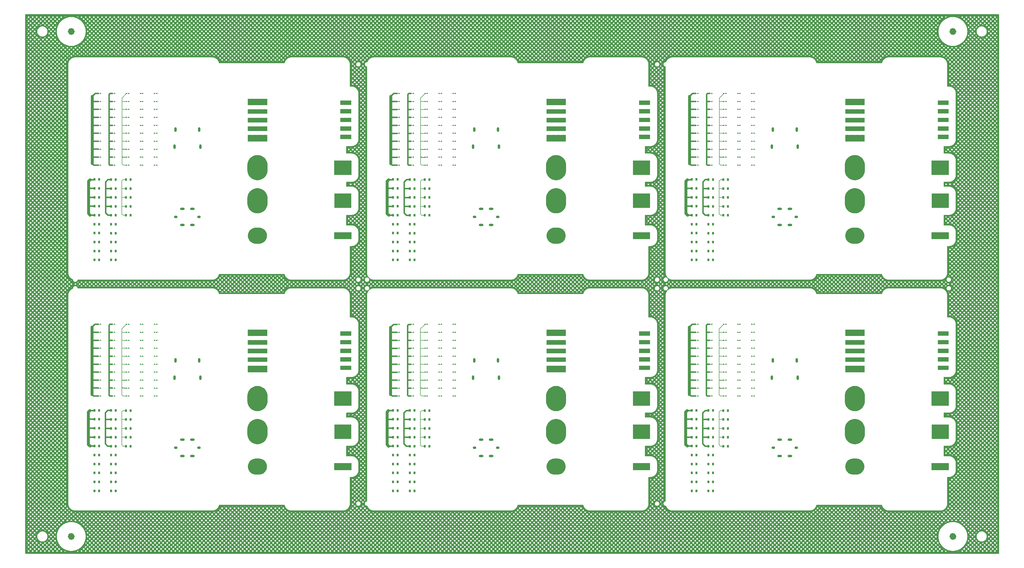
<source format=gbr>
%TF.GenerationSoftware,KiCad,Pcbnew,7.0.5*%
%TF.CreationDate,2023-07-11T12:40:00+01:00*%
%TF.ProjectId,PANELTEST141,50414e45-4c54-4455-9354-3134312e6b69,00.00*%
%TF.SameCoordinates,PX27b9fb5PYc4a79ca*%
%TF.FileFunction,Copper,L2,Bot*%
%TF.FilePolarity,Positive*%
%FSLAX46Y46*%
G04 Gerber Fmt 4.6, Leading zero omitted, Abs format (unit mm)*
G04 Created by KiCad (PCBNEW 7.0.5) date 2023-07-11 12:40:00*
%MOMM*%
%LPD*%
G01*
G04 APERTURE LIST*
%TA.AperFunction,EtchedComponent*%
%ADD10C,0.200000*%
%TD*%
%TA.AperFunction,EtchedComponent*%
%ADD11C,0.100000*%
%TD*%
%TA.AperFunction,EtchedComponent*%
%ADD12C,0.990000*%
%TD*%
%TA.AperFunction,EtchedComponent*%
%ADD13C,1.200000*%
%TD*%
%TA.AperFunction,ComponentPad*%
%ADD14O,0.800000X1.600000*%
%TD*%
%TA.AperFunction,ComponentPad*%
%ADD15C,1.498600*%
%TD*%
%TA.AperFunction,ComponentPad*%
%ADD16C,1.524000*%
%TD*%
%TA.AperFunction,ComponentPad*%
%ADD17O,1.200000X0.900000*%
%TD*%
%TA.AperFunction,ComponentPad*%
%ADD18O,1.600000X0.800000*%
%TD*%
%TA.AperFunction,SMDPad,CuDef*%
%ADD19R,0.525000X0.350000*%
%TD*%
%TA.AperFunction,SMDPad,CuDef*%
%ADD20R,0.800000X0.950000*%
%TD*%
%TA.AperFunction,Conductor*%
%ADD21C,1.000000*%
%TD*%
%TA.AperFunction,Conductor*%
%ADD22C,0.500000*%
%TD*%
%TA.AperFunction,Conductor*%
%ADD23C,0.000000*%
%TD*%
%TA.AperFunction,Conductor*%
%ADD24C,0.200000*%
%TD*%
%TA.AperFunction,Conductor*%
%ADD25C,0.250000*%
%TD*%
G04 APERTURE END LIST*
%TA.AperFunction,NonConductor*%
G36*
X316549871Y71160377D02*
G01*
X320329871Y71160377D01*
X320329871Y69660377D01*
X316549871Y69660377D01*
X316549871Y71160377D01*
G37*
%TD.AperFunction*%
%TA.AperFunction,NonConductor*%
G36*
X316559871Y65260377D02*
G01*
X320339871Y65260377D01*
X320339871Y63760377D01*
X316559871Y63760377D01*
X316559871Y65260377D01*
G37*
%TD.AperFunction*%
%TA.AperFunction,NonConductor*%
G36*
X210799871Y111560377D02*
G01*
X216799871Y111560377D01*
X216799871Y109160377D01*
X210799871Y109160377D01*
X210799871Y111560377D01*
G37*
%TD.AperFunction*%
%TA.AperFunction,NonConductor*%
G36*
X109359871Y145380377D02*
G01*
X113139871Y145380377D01*
X113139871Y143880377D01*
X109359871Y143880377D01*
X109359871Y145380377D01*
G37*
%TD.AperFunction*%
%TA.AperFunction,NonConductor*%
G36*
X107249871Y124990377D02*
G01*
X113149871Y124990377D01*
X113149871Y119990377D01*
X107249871Y119990377D01*
X107249871Y124990377D01*
G37*
%TD.AperFunction*%
%TA.AperFunction,NonConductor*%
G36*
X212949871Y148280377D02*
G01*
X216729871Y148280377D01*
X216729871Y146780377D01*
X212949871Y146780377D01*
X212949871Y148280377D01*
G37*
%TD.AperFunction*%
%TA.AperFunction,NonConductor*%
G36*
X316549871Y68160377D02*
G01*
X320329871Y68160377D01*
X320329871Y66660377D01*
X316549871Y66660377D01*
X316549871Y68160377D01*
G37*
%TD.AperFunction*%
%TA.AperFunction,NonConductor*%
G36*
X314399871Y31440377D02*
G01*
X320399871Y31440377D01*
X320399871Y29040377D01*
X314399871Y29040377D01*
X314399871Y31440377D01*
G37*
%TD.AperFunction*%
%TA.AperFunction,NonConductor*%
G36*
X109349871Y151280377D02*
G01*
X113129871Y151280377D01*
X113129871Y149780377D01*
X109349871Y149780377D01*
X109349871Y151280377D01*
G37*
%TD.AperFunction*%
%TA.AperFunction,NonConductor*%
G36*
X314399871Y136460377D02*
G01*
X320399871Y136460377D01*
X320399871Y131460377D01*
X314399871Y131460377D01*
X314399871Y136460377D01*
G37*
%TD.AperFunction*%
%TA.AperFunction,NonConductor*%
G36*
X316559871Y77160377D02*
G01*
X320339871Y77160377D01*
X320339871Y75660377D01*
X316559871Y75660377D01*
X316559871Y77160377D01*
G37*
%TD.AperFunction*%
%TA.AperFunction,NonConductor*%
G36*
X316559871Y145380377D02*
G01*
X320339871Y145380377D01*
X320339871Y143880377D01*
X316559871Y143880377D01*
X316559871Y145380377D01*
G37*
%TD.AperFunction*%
%TA.AperFunction,NonConductor*%
G36*
X107199871Y31440377D02*
G01*
X113199871Y31440377D01*
X113199871Y29040377D01*
X107199871Y29040377D01*
X107199871Y31440377D01*
G37*
%TD.AperFunction*%
%TA.AperFunction,NonConductor*%
G36*
X212959871Y145380377D02*
G01*
X216739871Y145380377D01*
X216739871Y143880377D01*
X212959871Y143880377D01*
X212959871Y145380377D01*
G37*
%TD.AperFunction*%
%TA.AperFunction,NonConductor*%
G36*
X109349871Y148280377D02*
G01*
X113129871Y148280377D01*
X113129871Y146780377D01*
X109349871Y146780377D01*
X109349871Y148280377D01*
G37*
%TD.AperFunction*%
%TA.AperFunction,NonConductor*%
G36*
X212949871Y68160377D02*
G01*
X216729871Y68160377D01*
X216729871Y66660377D01*
X212949871Y66660377D01*
X212949871Y68160377D01*
G37*
%TD.AperFunction*%
%TA.AperFunction,NonConductor*%
G36*
X212949871Y151280377D02*
G01*
X216729871Y151280377D01*
X216729871Y149780377D01*
X212949871Y149780377D01*
X212949871Y151280377D01*
G37*
%TD.AperFunction*%
%TA.AperFunction,NonConductor*%
G36*
X212949871Y74160377D02*
G01*
X216729871Y74160377D01*
X216729871Y72660377D01*
X212949871Y72660377D01*
X212949871Y74160377D01*
G37*
%TD.AperFunction*%
%TA.AperFunction,NonConductor*%
G36*
X314399871Y111560377D02*
G01*
X320399871Y111560377D01*
X320399871Y109160377D01*
X314399871Y109160377D01*
X314399871Y111560377D01*
G37*
%TD.AperFunction*%
%TA.AperFunction,NonConductor*%
G36*
X107199871Y111560377D02*
G01*
X113199871Y111560377D01*
X113199871Y109160377D01*
X107199871Y109160377D01*
X107199871Y111560377D01*
G37*
%TD.AperFunction*%
%TA.AperFunction,NonConductor*%
G36*
X316559871Y157280377D02*
G01*
X320339871Y157280377D01*
X320339871Y155780377D01*
X316559871Y155780377D01*
X316559871Y157280377D01*
G37*
%TD.AperFunction*%
%TA.AperFunction,NonConductor*%
G36*
X107249871Y44870377D02*
G01*
X113149871Y44870377D01*
X113149871Y39870377D01*
X107249871Y39870377D01*
X107249871Y44870377D01*
G37*
%TD.AperFunction*%
%TA.AperFunction,NonConductor*%
G36*
X210799871Y56340377D02*
G01*
X216799871Y56340377D01*
X216799871Y51340377D01*
X210799871Y51340377D01*
X210799871Y56340377D01*
G37*
%TD.AperFunction*%
%TA.AperFunction,NonConductor*%
G36*
X212949871Y154280377D02*
G01*
X216729871Y154280377D01*
X216729871Y152780377D01*
X212949871Y152780377D01*
X212949871Y154280377D01*
G37*
%TD.AperFunction*%
%TA.AperFunction,NonConductor*%
G36*
X314449871Y44870377D02*
G01*
X320349871Y44870377D01*
X320349871Y39870377D01*
X314449871Y39870377D01*
X314449871Y44870377D01*
G37*
%TD.AperFunction*%
%TA.AperFunction,NonConductor*%
G36*
X107199871Y136460377D02*
G01*
X113199871Y136460377D01*
X113199871Y131460377D01*
X107199871Y131460377D01*
X107199871Y136460377D01*
G37*
%TD.AperFunction*%
%TA.AperFunction,NonConductor*%
G36*
X212959871Y65260377D02*
G01*
X216739871Y65260377D01*
X216739871Y63760377D01*
X212959871Y63760377D01*
X212959871Y65260377D01*
G37*
%TD.AperFunction*%
%TA.AperFunction,NonConductor*%
G36*
X212949871Y71160377D02*
G01*
X216729871Y71160377D01*
X216729871Y69660377D01*
X212949871Y69660377D01*
X212949871Y71160377D01*
G37*
%TD.AperFunction*%
%TA.AperFunction,NonConductor*%
G36*
X314449871Y124990377D02*
G01*
X320349871Y124990377D01*
X320349871Y119990377D01*
X314449871Y119990377D01*
X314449871Y124990377D01*
G37*
%TD.AperFunction*%
%TA.AperFunction,NonConductor*%
G36*
X316549871Y151280377D02*
G01*
X320329871Y151280377D01*
X320329871Y149780377D01*
X316549871Y149780377D01*
X316549871Y151280377D01*
G37*
%TD.AperFunction*%
%TA.AperFunction,NonConductor*%
G36*
X210799871Y136460377D02*
G01*
X216799871Y136460377D01*
X216799871Y131460377D01*
X210799871Y131460377D01*
X210799871Y136460377D01*
G37*
%TD.AperFunction*%
%TA.AperFunction,NonConductor*%
G36*
X316549871Y148280377D02*
G01*
X320329871Y148280377D01*
X320329871Y146780377D01*
X316549871Y146780377D01*
X316549871Y148280377D01*
G37*
%TD.AperFunction*%
%TA.AperFunction,NonConductor*%
G36*
X316549871Y74160377D02*
G01*
X320329871Y74160377D01*
X320329871Y72660377D01*
X316549871Y72660377D01*
X316549871Y74160377D01*
G37*
%TD.AperFunction*%
%TA.AperFunction,NonConductor*%
G36*
X109359871Y77160377D02*
G01*
X113139871Y77160377D01*
X113139871Y75660377D01*
X109359871Y75660377D01*
X109359871Y77160377D01*
G37*
%TD.AperFunction*%
%TA.AperFunction,NonConductor*%
G36*
X316549871Y154280377D02*
G01*
X320329871Y154280377D01*
X320329871Y152780377D01*
X316549871Y152780377D01*
X316549871Y154280377D01*
G37*
%TD.AperFunction*%
%TA.AperFunction,NonConductor*%
G36*
X212959871Y77160377D02*
G01*
X216739871Y77160377D01*
X216739871Y75660377D01*
X212959871Y75660377D01*
X212959871Y77160377D01*
G37*
%TD.AperFunction*%
%TA.AperFunction,NonConductor*%
G36*
X109349871Y71160377D02*
G01*
X113129871Y71160377D01*
X113129871Y69660377D01*
X109349871Y69660377D01*
X109349871Y71160377D01*
G37*
%TD.AperFunction*%
%TA.AperFunction,NonConductor*%
G36*
X109349871Y154280377D02*
G01*
X113129871Y154280377D01*
X113129871Y152780377D01*
X109349871Y152780377D01*
X109349871Y154280377D01*
G37*
%TD.AperFunction*%
%TA.AperFunction,NonConductor*%
G36*
X210799871Y31440377D02*
G01*
X216799871Y31440377D01*
X216799871Y29040377D01*
X210799871Y29040377D01*
X210799871Y31440377D01*
G37*
%TD.AperFunction*%
%TA.AperFunction,NonConductor*%
G36*
X109349871Y68160377D02*
G01*
X113129871Y68160377D01*
X113129871Y66660377D01*
X109349871Y66660377D01*
X109349871Y68160377D01*
G37*
%TD.AperFunction*%
%TA.AperFunction,NonConductor*%
G36*
X109359871Y157280377D02*
G01*
X113139871Y157280377D01*
X113139871Y155780377D01*
X109359871Y155780377D01*
X109359871Y157280377D01*
G37*
%TD.AperFunction*%
%TA.AperFunction,NonConductor*%
G36*
X314399871Y56340377D02*
G01*
X320399871Y56340377D01*
X320399871Y51340377D01*
X314399871Y51340377D01*
X314399871Y56340377D01*
G37*
%TD.AperFunction*%
%TA.AperFunction,NonConductor*%
G36*
X109359871Y65260377D02*
G01*
X113139871Y65260377D01*
X113139871Y63760377D01*
X109359871Y63760377D01*
X109359871Y65260377D01*
G37*
%TD.AperFunction*%
%TA.AperFunction,NonConductor*%
G36*
X109349871Y74160377D02*
G01*
X113129871Y74160377D01*
X113129871Y72660377D01*
X109349871Y72660377D01*
X109349871Y74160377D01*
G37*
%TD.AperFunction*%
%TA.AperFunction,NonConductor*%
G36*
X210849871Y124990377D02*
G01*
X216749871Y124990377D01*
X216749871Y119990377D01*
X210849871Y119990377D01*
X210849871Y124990377D01*
G37*
%TD.AperFunction*%
%TA.AperFunction,NonConductor*%
G36*
X210849871Y44870377D02*
G01*
X216749871Y44870377D01*
X216749871Y39870377D01*
X210849871Y39870377D01*
X210849871Y44870377D01*
G37*
%TD.AperFunction*%
%TA.AperFunction,NonConductor*%
G36*
X212959871Y157280377D02*
G01*
X216739871Y157280377D01*
X216739871Y155780377D01*
X212959871Y155780377D01*
X212959871Y157280377D01*
G37*
%TD.AperFunction*%
%TA.AperFunction,NonConductor*%
G36*
X107199871Y56340377D02*
G01*
X113199871Y56340377D01*
X113199871Y51340377D01*
X107199871Y51340377D01*
X107199871Y56340377D01*
G37*
%TD.AperFunction*%
%TO.C,TAB2*%
D10*
X81129948Y58085587D02*
X81489485Y58006447D01*
X81838359Y57888898D01*
X82172478Y57734318D01*
X82487925Y57544520D01*
X82781002Y57321728D01*
X83048274Y57068555D01*
X83286605Y56787969D01*
X83493203Y56483260D01*
X83665645Y56158000D01*
X83801910Y55816002D01*
X83900399Y55461276D01*
X83959958Y55097982D01*
X83979890Y54730378D01*
X83979889Y54730377D01*
X83979889Y52950377D01*
X83959958Y52582772D01*
X83900399Y52219478D01*
X83801910Y51864752D01*
X83665645Y51522754D01*
X83493203Y51197494D01*
X83286605Y50892785D01*
X83048274Y50612199D01*
X82781002Y50359026D01*
X82487925Y50136234D01*
X82172478Y49946436D01*
X81838359Y49791856D01*
X81489485Y49674307D01*
X81129948Y49595167D01*
X80763961Y49555363D01*
X80395817Y49555363D01*
X80029830Y49595167D01*
X79670293Y49674307D01*
X79321419Y49791856D01*
X78987300Y49946436D01*
X78671853Y50136234D01*
X78378776Y50359026D01*
X78111504Y50612199D01*
X77873173Y50892785D01*
X77666575Y51197494D01*
X77494133Y51522754D01*
X77357868Y51864752D01*
X77259379Y52219478D01*
X77199820Y52582772D01*
X77179889Y52950377D01*
X77179889Y54730377D01*
X77179889Y54730378D01*
X77199820Y55097982D01*
X77259379Y55461276D01*
X77357868Y55816002D01*
X77494133Y56158000D01*
X77666575Y56483260D01*
X77873173Y56787969D01*
X78111504Y57068555D01*
X78378776Y57321728D01*
X78671853Y57544520D01*
X78987300Y57734318D01*
X79321419Y57888898D01*
X79670293Y58006447D01*
X80029830Y58085587D01*
X80395817Y58125391D01*
X80763961Y58125391D01*
X81129948Y58085587D01*
%TA.AperFunction,EtchedComponent*%
G36*
X81129948Y58085587D02*
G01*
X81489485Y58006447D01*
X81838359Y57888898D01*
X82172478Y57734318D01*
X82487925Y57544520D01*
X82781002Y57321728D01*
X83048274Y57068555D01*
X83286605Y56787969D01*
X83493203Y56483260D01*
X83665645Y56158000D01*
X83801910Y55816002D01*
X83900399Y55461276D01*
X83959958Y55097982D01*
X83979890Y54730378D01*
X83979889Y54730377D01*
X83979889Y52950377D01*
X83959958Y52582772D01*
X83900399Y52219478D01*
X83801910Y51864752D01*
X83665645Y51522754D01*
X83493203Y51197494D01*
X83286605Y50892785D01*
X83048274Y50612199D01*
X82781002Y50359026D01*
X82487925Y50136234D01*
X82172478Y49946436D01*
X81838359Y49791856D01*
X81489485Y49674307D01*
X81129948Y49595167D01*
X80763961Y49555363D01*
X80395817Y49555363D01*
X80029830Y49595167D01*
X79670293Y49674307D01*
X79321419Y49791856D01*
X78987300Y49946436D01*
X78671853Y50136234D01*
X78378776Y50359026D01*
X78111504Y50612199D01*
X77873173Y50892785D01*
X77666575Y51197494D01*
X77494133Y51522754D01*
X77357868Y51864752D01*
X77259379Y52219478D01*
X77199820Y52582772D01*
X77179889Y52950377D01*
X77179889Y54730377D01*
X77179889Y54730378D01*
X77199820Y55097982D01*
X77259379Y55461276D01*
X77357868Y55816002D01*
X77494133Y56158000D01*
X77666575Y56483260D01*
X77873173Y56787969D01*
X78111504Y57068555D01*
X78378776Y57321728D01*
X78671853Y57544520D01*
X78987300Y57734318D01*
X79321419Y57888898D01*
X79670293Y58006447D01*
X80029830Y58085587D01*
X80395817Y58125391D01*
X80763961Y58125391D01*
X81129948Y58085587D01*
G37*
%TD.AperFunction*%
%TO.C,TAB3*%
X184729948Y126735587D02*
X185089485Y126656447D01*
X185438359Y126538898D01*
X185772478Y126384318D01*
X186087925Y126194520D01*
X186381002Y125971728D01*
X186648274Y125718555D01*
X186886605Y125437969D01*
X187093203Y125133260D01*
X187265645Y124808000D01*
X187401910Y124466002D01*
X187500399Y124111276D01*
X187559958Y123747982D01*
X187579890Y123380378D01*
X187579889Y123380377D01*
X187579889Y121600377D01*
X187559958Y121232772D01*
X187500399Y120869478D01*
X187401910Y120514752D01*
X187265645Y120172754D01*
X187093203Y119847494D01*
X186886605Y119542785D01*
X186648274Y119262199D01*
X186381002Y119009026D01*
X186087925Y118786234D01*
X185772478Y118596436D01*
X185438359Y118441856D01*
X185089485Y118324307D01*
X184729948Y118245167D01*
X184363961Y118205363D01*
X183995817Y118205363D01*
X183629830Y118245167D01*
X183270293Y118324307D01*
X182921419Y118441856D01*
X182587300Y118596436D01*
X182271853Y118786234D01*
X181978776Y119009026D01*
X181711504Y119262199D01*
X181473173Y119542785D01*
X181266575Y119847494D01*
X181094133Y120172754D01*
X180957868Y120514752D01*
X180859379Y120869478D01*
X180799820Y121232772D01*
X180779889Y121600377D01*
X180779889Y123380377D01*
X180779889Y123380378D01*
X180799820Y123747982D01*
X180859379Y124111276D01*
X180957868Y124466002D01*
X181094133Y124808000D01*
X181266575Y125133260D01*
X181473173Y125437969D01*
X181711504Y125718555D01*
X181978776Y125971728D01*
X182271853Y126194520D01*
X182587300Y126384318D01*
X182921419Y126538898D01*
X183270293Y126656447D01*
X183629830Y126735587D01*
X183995817Y126775391D01*
X184363961Y126775391D01*
X184729948Y126735587D01*
%TA.AperFunction,EtchedComponent*%
G36*
X184729948Y126735587D02*
G01*
X185089485Y126656447D01*
X185438359Y126538898D01*
X185772478Y126384318D01*
X186087925Y126194520D01*
X186381002Y125971728D01*
X186648274Y125718555D01*
X186886605Y125437969D01*
X187093203Y125133260D01*
X187265645Y124808000D01*
X187401910Y124466002D01*
X187500399Y124111276D01*
X187559958Y123747982D01*
X187579890Y123380378D01*
X187579889Y123380377D01*
X187579889Y121600377D01*
X187559958Y121232772D01*
X187500399Y120869478D01*
X187401910Y120514752D01*
X187265645Y120172754D01*
X187093203Y119847494D01*
X186886605Y119542785D01*
X186648274Y119262199D01*
X186381002Y119009026D01*
X186087925Y118786234D01*
X185772478Y118596436D01*
X185438359Y118441856D01*
X185089485Y118324307D01*
X184729948Y118245167D01*
X184363961Y118205363D01*
X183995817Y118205363D01*
X183629830Y118245167D01*
X183270293Y118324307D01*
X182921419Y118441856D01*
X182587300Y118596436D01*
X182271853Y118786234D01*
X181978776Y119009026D01*
X181711504Y119262199D01*
X181473173Y119542785D01*
X181266575Y119847494D01*
X181094133Y120172754D01*
X180957868Y120514752D01*
X180859379Y120869478D01*
X180799820Y121232772D01*
X180779889Y121600377D01*
X180779889Y123380377D01*
X180779889Y123380378D01*
X180799820Y123747982D01*
X180859379Y124111276D01*
X180957868Y124466002D01*
X181094133Y124808000D01*
X181266575Y125133260D01*
X181473173Y125437969D01*
X181711504Y125718555D01*
X181978776Y125971728D01*
X182271853Y126194520D01*
X182587300Y126384318D01*
X182921419Y126538898D01*
X183270293Y126656447D01*
X183629830Y126735587D01*
X183995817Y126775391D01*
X184363961Y126775391D01*
X184729948Y126735587D01*
G37*
%TD.AperFunction*%
X81129948Y46615587D02*
X81489485Y46536447D01*
X81838359Y46418898D01*
X82172478Y46264318D01*
X82487925Y46074520D01*
X82781002Y45851728D01*
X83048274Y45598555D01*
X83286605Y45317969D01*
X83493203Y45013260D01*
X83665645Y44688000D01*
X83801910Y44346002D01*
X83900399Y43991276D01*
X83959958Y43627982D01*
X83979890Y43260378D01*
X83979889Y43260377D01*
X83979889Y41480377D01*
X83959958Y41112772D01*
X83900399Y40749478D01*
X83801910Y40394752D01*
X83665645Y40052754D01*
X83493203Y39727494D01*
X83286605Y39422785D01*
X83048274Y39142199D01*
X82781002Y38889026D01*
X82487925Y38666234D01*
X82172478Y38476436D01*
X81838359Y38321856D01*
X81489485Y38204307D01*
X81129948Y38125167D01*
X80763961Y38085363D01*
X80395817Y38085363D01*
X80029830Y38125167D01*
X79670293Y38204307D01*
X79321419Y38321856D01*
X78987300Y38476436D01*
X78671853Y38666234D01*
X78378776Y38889026D01*
X78111504Y39142199D01*
X77873173Y39422785D01*
X77666575Y39727494D01*
X77494133Y40052754D01*
X77357868Y40394752D01*
X77259379Y40749478D01*
X77199820Y41112772D01*
X77179889Y41480377D01*
X77179889Y43260377D01*
X77179889Y43260378D01*
X77199820Y43627982D01*
X77259379Y43991276D01*
X77357868Y44346002D01*
X77494133Y44688000D01*
X77666575Y45013260D01*
X77873173Y45317969D01*
X78111504Y45598555D01*
X78378776Y45851728D01*
X78671853Y46074520D01*
X78987300Y46264318D01*
X79321419Y46418898D01*
X79670293Y46536447D01*
X80029830Y46615587D01*
X80395817Y46655391D01*
X80763961Y46655391D01*
X81129948Y46615587D01*
%TA.AperFunction,EtchedComponent*%
G36*
X81129948Y46615587D02*
G01*
X81489485Y46536447D01*
X81838359Y46418898D01*
X82172478Y46264318D01*
X82487925Y46074520D01*
X82781002Y45851728D01*
X83048274Y45598555D01*
X83286605Y45317969D01*
X83493203Y45013260D01*
X83665645Y44688000D01*
X83801910Y44346002D01*
X83900399Y43991276D01*
X83959958Y43627982D01*
X83979890Y43260378D01*
X83979889Y43260377D01*
X83979889Y41480377D01*
X83959958Y41112772D01*
X83900399Y40749478D01*
X83801910Y40394752D01*
X83665645Y40052754D01*
X83493203Y39727494D01*
X83286605Y39422785D01*
X83048274Y39142199D01*
X82781002Y38889026D01*
X82487925Y38666234D01*
X82172478Y38476436D01*
X81838359Y38321856D01*
X81489485Y38204307D01*
X81129948Y38125167D01*
X80763961Y38085363D01*
X80395817Y38085363D01*
X80029830Y38125167D01*
X79670293Y38204307D01*
X79321419Y38321856D01*
X78987300Y38476436D01*
X78671853Y38666234D01*
X78378776Y38889026D01*
X78111504Y39142199D01*
X77873173Y39422785D01*
X77666575Y39727494D01*
X77494133Y40052754D01*
X77357868Y40394752D01*
X77259379Y40749478D01*
X77199820Y41112772D01*
X77179889Y41480377D01*
X77179889Y43260377D01*
X77179889Y43260378D01*
X77199820Y43627982D01*
X77259379Y43991276D01*
X77357868Y44346002D01*
X77494133Y44688000D01*
X77666575Y45013260D01*
X77873173Y45317969D01*
X78111504Y45598555D01*
X78378776Y45851728D01*
X78671853Y46074520D01*
X78987300Y46264318D01*
X79321419Y46418898D01*
X79670293Y46536447D01*
X80029830Y46615587D01*
X80395817Y46655391D01*
X80763961Y46655391D01*
X81129948Y46615587D01*
G37*
%TD.AperFunction*%
D11*
%TO.C,TAB1*%
X291089889Y77740377D02*
X284469889Y77740377D01*
X284469889Y77740377D02*
X284469889Y75640377D01*
X284469889Y75640377D02*
X291089889Y75640377D01*
X291089889Y75640377D02*
X291089889Y77740377D01*
G36*
X291089889Y77740377D02*
G01*
X284469889Y77740377D01*
X284469889Y75640377D01*
X291089889Y75640377D01*
X291089889Y77740377D01*
G37*
X291089889Y74140377D02*
X284469889Y74140377D01*
X284469889Y74140377D02*
X284469889Y72640377D01*
X284469889Y72640377D02*
X291089889Y72640377D01*
X291089889Y72640377D02*
X291089889Y74140377D01*
G36*
X291089889Y74140377D02*
G01*
X284469889Y74140377D01*
X284469889Y72640377D01*
X291089889Y72640377D01*
X291089889Y74140377D01*
G37*
X291089889Y71140377D02*
X284469889Y71140377D01*
X284469889Y71140377D02*
X284469889Y69640377D01*
X284469889Y69640377D02*
X291089889Y69640377D01*
X291089889Y69640377D02*
X291089889Y71140377D01*
G36*
X291089889Y71140377D02*
G01*
X284469889Y71140377D01*
X284469889Y69640377D01*
X291089889Y69640377D01*
X291089889Y71140377D01*
G37*
X291089889Y68140377D02*
X284469889Y68140377D01*
X284469889Y68140377D02*
X284469889Y66640377D01*
X284469889Y66640377D02*
X291089889Y66640377D01*
X291089889Y66640377D02*
X291089889Y68140377D01*
G36*
X291089889Y68140377D02*
G01*
X284469889Y68140377D01*
X284469889Y66640377D01*
X291089889Y66640377D01*
X291089889Y68140377D01*
G37*
X291089889Y65250377D02*
X284469889Y65250377D01*
X284469889Y65250377D02*
X284469889Y63040377D01*
X284469889Y63040377D02*
X291089889Y63040377D01*
X291089889Y63040377D02*
X291089889Y65250377D01*
G36*
X291089889Y65250377D02*
G01*
X284469889Y65250377D01*
X284469889Y63040377D01*
X291089889Y63040377D01*
X291089889Y65250377D01*
G37*
%TO.C,TAB2*%
D10*
X184729948Y138205587D02*
X185089485Y138126447D01*
X185438359Y138008898D01*
X185772478Y137854318D01*
X186087925Y137664520D01*
X186381002Y137441728D01*
X186648274Y137188555D01*
X186886605Y136907969D01*
X187093203Y136603260D01*
X187265645Y136278000D01*
X187401910Y135936002D01*
X187500399Y135581276D01*
X187559958Y135217982D01*
X187579890Y134850378D01*
X187579889Y134850377D01*
X187579889Y133070377D01*
X187559958Y132702772D01*
X187500399Y132339478D01*
X187401910Y131984752D01*
X187265645Y131642754D01*
X187093203Y131317494D01*
X186886605Y131012785D01*
X186648274Y130732199D01*
X186381002Y130479026D01*
X186087925Y130256234D01*
X185772478Y130066436D01*
X185438359Y129911856D01*
X185089485Y129794307D01*
X184729948Y129715167D01*
X184363961Y129675363D01*
X183995817Y129675363D01*
X183629830Y129715167D01*
X183270293Y129794307D01*
X182921419Y129911856D01*
X182587300Y130066436D01*
X182271853Y130256234D01*
X181978776Y130479026D01*
X181711504Y130732199D01*
X181473173Y131012785D01*
X181266575Y131317494D01*
X181094133Y131642754D01*
X180957868Y131984752D01*
X180859379Y132339478D01*
X180799820Y132702772D01*
X180779889Y133070377D01*
X180779889Y134850377D01*
X180779889Y134850378D01*
X180799820Y135217982D01*
X180859379Y135581276D01*
X180957868Y135936002D01*
X181094133Y136278000D01*
X181266575Y136603260D01*
X181473173Y136907969D01*
X181711504Y137188555D01*
X181978776Y137441728D01*
X182271853Y137664520D01*
X182587300Y137854318D01*
X182921419Y138008898D01*
X183270293Y138126447D01*
X183629830Y138205587D01*
X183995817Y138245391D01*
X184363961Y138245391D01*
X184729948Y138205587D01*
%TA.AperFunction,EtchedComponent*%
G36*
X184729948Y138205587D02*
G01*
X185089485Y138126447D01*
X185438359Y138008898D01*
X185772478Y137854318D01*
X186087925Y137664520D01*
X186381002Y137441728D01*
X186648274Y137188555D01*
X186886605Y136907969D01*
X187093203Y136603260D01*
X187265645Y136278000D01*
X187401910Y135936002D01*
X187500399Y135581276D01*
X187559958Y135217982D01*
X187579890Y134850378D01*
X187579889Y134850377D01*
X187579889Y133070377D01*
X187559958Y132702772D01*
X187500399Y132339478D01*
X187401910Y131984752D01*
X187265645Y131642754D01*
X187093203Y131317494D01*
X186886605Y131012785D01*
X186648274Y130732199D01*
X186381002Y130479026D01*
X186087925Y130256234D01*
X185772478Y130066436D01*
X185438359Y129911856D01*
X185089485Y129794307D01*
X184729948Y129715167D01*
X184363961Y129675363D01*
X183995817Y129675363D01*
X183629830Y129715167D01*
X183270293Y129794307D01*
X182921419Y129911856D01*
X182587300Y130066436D01*
X182271853Y130256234D01*
X181978776Y130479026D01*
X181711504Y130732199D01*
X181473173Y131012785D01*
X181266575Y131317494D01*
X181094133Y131642754D01*
X180957868Y131984752D01*
X180859379Y132339478D01*
X180799820Y132702772D01*
X180779889Y133070377D01*
X180779889Y134850377D01*
X180779889Y134850378D01*
X180799820Y135217982D01*
X180859379Y135581276D01*
X180957868Y135936002D01*
X181094133Y136278000D01*
X181266575Y136603260D01*
X181473173Y136907969D01*
X181711504Y137188555D01*
X181978776Y137441728D01*
X182271853Y137664520D01*
X182587300Y137854318D01*
X182921419Y138008898D01*
X183270293Y138126447D01*
X183629830Y138205587D01*
X183995817Y138245391D01*
X184363961Y138245391D01*
X184729948Y138205587D01*
G37*
%TD.AperFunction*%
%TO.C,REF\u002A\u002A*%
D12*
X16494871Y181230377D02*
G75*
G03*
X16494871Y181230377I-495000J0D01*
G01*
D13*
X16599871Y181230377D02*
G75*
G03*
X16599871Y181230377I-600000J0D01*
G01*
D12*
X322294871Y181230377D02*
G75*
G03*
X322294871Y181230377I-495000J0D01*
G01*
D13*
X322399871Y181230377D02*
G75*
G03*
X322399871Y181230377I-600000J0D01*
G01*
%TO.C,TAB2*%
D10*
X288329948Y58085587D02*
X288689485Y58006447D01*
X289038359Y57888898D01*
X289372478Y57734318D01*
X289687925Y57544520D01*
X289981002Y57321728D01*
X290248274Y57068555D01*
X290486605Y56787969D01*
X290693203Y56483260D01*
X290865645Y56158000D01*
X291001910Y55816002D01*
X291100399Y55461276D01*
X291159958Y55097982D01*
X291179890Y54730378D01*
X291179889Y54730377D01*
X291179889Y52950377D01*
X291159958Y52582772D01*
X291100399Y52219478D01*
X291001910Y51864752D01*
X290865645Y51522754D01*
X290693203Y51197494D01*
X290486605Y50892785D01*
X290248274Y50612199D01*
X289981002Y50359026D01*
X289687925Y50136234D01*
X289372478Y49946436D01*
X289038359Y49791856D01*
X288689485Y49674307D01*
X288329948Y49595167D01*
X287963961Y49555363D01*
X287595817Y49555363D01*
X287229830Y49595167D01*
X286870293Y49674307D01*
X286521419Y49791856D01*
X286187300Y49946436D01*
X285871853Y50136234D01*
X285578776Y50359026D01*
X285311504Y50612199D01*
X285073173Y50892785D01*
X284866575Y51197494D01*
X284694133Y51522754D01*
X284557868Y51864752D01*
X284459379Y52219478D01*
X284399820Y52582772D01*
X284379889Y52950377D01*
X284379889Y54730377D01*
X284379889Y54730378D01*
X284399820Y55097982D01*
X284459379Y55461276D01*
X284557868Y55816002D01*
X284694133Y56158000D01*
X284866575Y56483260D01*
X285073173Y56787969D01*
X285311504Y57068555D01*
X285578776Y57321728D01*
X285871853Y57544520D01*
X286187300Y57734318D01*
X286521419Y57888898D01*
X286870293Y58006447D01*
X287229830Y58085587D01*
X287595817Y58125391D01*
X287963961Y58125391D01*
X288329948Y58085587D01*
%TA.AperFunction,EtchedComponent*%
G36*
X288329948Y58085587D02*
G01*
X288689485Y58006447D01*
X289038359Y57888898D01*
X289372478Y57734318D01*
X289687925Y57544520D01*
X289981002Y57321728D01*
X290248274Y57068555D01*
X290486605Y56787969D01*
X290693203Y56483260D01*
X290865645Y56158000D01*
X291001910Y55816002D01*
X291100399Y55461276D01*
X291159958Y55097982D01*
X291179890Y54730378D01*
X291179889Y54730377D01*
X291179889Y52950377D01*
X291159958Y52582772D01*
X291100399Y52219478D01*
X291001910Y51864752D01*
X290865645Y51522754D01*
X290693203Y51197494D01*
X290486605Y50892785D01*
X290248274Y50612199D01*
X289981002Y50359026D01*
X289687925Y50136234D01*
X289372478Y49946436D01*
X289038359Y49791856D01*
X288689485Y49674307D01*
X288329948Y49595167D01*
X287963961Y49555363D01*
X287595817Y49555363D01*
X287229830Y49595167D01*
X286870293Y49674307D01*
X286521419Y49791856D01*
X286187300Y49946436D01*
X285871853Y50136234D01*
X285578776Y50359026D01*
X285311504Y50612199D01*
X285073173Y50892785D01*
X284866575Y51197494D01*
X284694133Y51522754D01*
X284557868Y51864752D01*
X284459379Y52219478D01*
X284399820Y52582772D01*
X284379889Y52950377D01*
X284379889Y54730377D01*
X284379889Y54730378D01*
X284399820Y55097982D01*
X284459379Y55461276D01*
X284557868Y55816002D01*
X284694133Y56158000D01*
X284866575Y56483260D01*
X285073173Y56787969D01*
X285311504Y57068555D01*
X285578776Y57321728D01*
X285871853Y57544520D01*
X286187300Y57734318D01*
X286521419Y57888898D01*
X286870293Y58006447D01*
X287229830Y58085587D01*
X287595817Y58125391D01*
X287963961Y58125391D01*
X288329948Y58085587D01*
G37*
%TD.AperFunction*%
X81129948Y138205587D02*
X81489485Y138126447D01*
X81838359Y138008898D01*
X82172478Y137854318D01*
X82487925Y137664520D01*
X82781002Y137441728D01*
X83048274Y137188555D01*
X83286605Y136907969D01*
X83493203Y136603260D01*
X83665645Y136278000D01*
X83801910Y135936002D01*
X83900399Y135581276D01*
X83959958Y135217982D01*
X83979890Y134850378D01*
X83979889Y134850377D01*
X83979889Y133070377D01*
X83959958Y132702772D01*
X83900399Y132339478D01*
X83801910Y131984752D01*
X83665645Y131642754D01*
X83493203Y131317494D01*
X83286605Y131012785D01*
X83048274Y130732199D01*
X82781002Y130479026D01*
X82487925Y130256234D01*
X82172478Y130066436D01*
X81838359Y129911856D01*
X81489485Y129794307D01*
X81129948Y129715167D01*
X80763961Y129675363D01*
X80395817Y129675363D01*
X80029830Y129715167D01*
X79670293Y129794307D01*
X79321419Y129911856D01*
X78987300Y130066436D01*
X78671853Y130256234D01*
X78378776Y130479026D01*
X78111504Y130732199D01*
X77873173Y131012785D01*
X77666575Y131317494D01*
X77494133Y131642754D01*
X77357868Y131984752D01*
X77259379Y132339478D01*
X77199820Y132702772D01*
X77179889Y133070377D01*
X77179889Y134850377D01*
X77179889Y134850378D01*
X77199820Y135217982D01*
X77259379Y135581276D01*
X77357868Y135936002D01*
X77494133Y136278000D01*
X77666575Y136603260D01*
X77873173Y136907969D01*
X78111504Y137188555D01*
X78378776Y137441728D01*
X78671853Y137664520D01*
X78987300Y137854318D01*
X79321419Y138008898D01*
X79670293Y138126447D01*
X80029830Y138205587D01*
X80395817Y138245391D01*
X80763961Y138245391D01*
X81129948Y138205587D01*
%TA.AperFunction,EtchedComponent*%
G36*
X81129948Y138205587D02*
G01*
X81489485Y138126447D01*
X81838359Y138008898D01*
X82172478Y137854318D01*
X82487925Y137664520D01*
X82781002Y137441728D01*
X83048274Y137188555D01*
X83286605Y136907969D01*
X83493203Y136603260D01*
X83665645Y136278000D01*
X83801910Y135936002D01*
X83900399Y135581276D01*
X83959958Y135217982D01*
X83979890Y134850378D01*
X83979889Y134850377D01*
X83979889Y133070377D01*
X83959958Y132702772D01*
X83900399Y132339478D01*
X83801910Y131984752D01*
X83665645Y131642754D01*
X83493203Y131317494D01*
X83286605Y131012785D01*
X83048274Y130732199D01*
X82781002Y130479026D01*
X82487925Y130256234D01*
X82172478Y130066436D01*
X81838359Y129911856D01*
X81489485Y129794307D01*
X81129948Y129715167D01*
X80763961Y129675363D01*
X80395817Y129675363D01*
X80029830Y129715167D01*
X79670293Y129794307D01*
X79321419Y129911856D01*
X78987300Y130066436D01*
X78671853Y130256234D01*
X78378776Y130479026D01*
X78111504Y130732199D01*
X77873173Y131012785D01*
X77666575Y131317494D01*
X77494133Y131642754D01*
X77357868Y131984752D01*
X77259379Y132339478D01*
X77199820Y132702772D01*
X77179889Y133070377D01*
X77179889Y134850377D01*
X77179889Y134850378D01*
X77199820Y135217982D01*
X77259379Y135581276D01*
X77357868Y135936002D01*
X77494133Y136278000D01*
X77666575Y136603260D01*
X77873173Y136907969D01*
X78111504Y137188555D01*
X78378776Y137441728D01*
X78671853Y137664520D01*
X78987300Y137854318D01*
X79321419Y138008898D01*
X79670293Y138126447D01*
X80029830Y138205587D01*
X80395817Y138245391D01*
X80763961Y138245391D01*
X81129948Y138205587D01*
G37*
%TD.AperFunction*%
%TO.C,TAB4*%
X81434915Y113037214D02*
X81755202Y112978520D01*
X82066079Y112881646D01*
X82363013Y112748007D01*
X82641673Y112579551D01*
X82897997Y112378735D01*
X83128246Y112148486D01*
X83329062Y111892162D01*
X83497518Y111613502D01*
X83631157Y111316568D01*
X83728031Y111005691D01*
X83786725Y110685404D01*
X83806386Y110360377D01*
X83786725Y110035350D01*
X83728031Y109715063D01*
X83631157Y109404186D01*
X83497518Y109107252D01*
X83329062Y108828592D01*
X83128246Y108572268D01*
X82897997Y108342019D01*
X82641673Y108141203D01*
X82363013Y107972747D01*
X82066079Y107839108D01*
X81755202Y107742234D01*
X81434915Y107683540D01*
X81109888Y107663879D01*
X81109871Y107663880D01*
X80049905Y107663880D01*
X80049888Y107663879D01*
X79724861Y107683540D01*
X79404574Y107742234D01*
X79093697Y107839108D01*
X78796763Y107972747D01*
X78518103Y108141203D01*
X78261779Y108342019D01*
X78031530Y108572268D01*
X77830714Y108828592D01*
X77662258Y109107252D01*
X77528619Y109404186D01*
X77431745Y109715063D01*
X77373051Y110035350D01*
X77353390Y110360377D01*
X77373051Y110685404D01*
X77431745Y111005691D01*
X77528619Y111316568D01*
X77662258Y111613502D01*
X77830714Y111892162D01*
X78031530Y112148486D01*
X78261779Y112378735D01*
X78518103Y112579551D01*
X78796763Y112748007D01*
X79093697Y112881646D01*
X79404574Y112978520D01*
X79724861Y113037214D01*
X80049888Y113056875D01*
X80049905Y113056874D01*
X81109871Y113056874D01*
X81109888Y113056875D01*
X81434915Y113037214D01*
%TA.AperFunction,EtchedComponent*%
G36*
X81434915Y113037214D02*
G01*
X81755202Y112978520D01*
X82066079Y112881646D01*
X82363013Y112748007D01*
X82641673Y112579551D01*
X82897997Y112378735D01*
X83128246Y112148486D01*
X83329062Y111892162D01*
X83497518Y111613502D01*
X83631157Y111316568D01*
X83728031Y111005691D01*
X83786725Y110685404D01*
X83806386Y110360377D01*
X83786725Y110035350D01*
X83728031Y109715063D01*
X83631157Y109404186D01*
X83497518Y109107252D01*
X83329062Y108828592D01*
X83128246Y108572268D01*
X82897997Y108342019D01*
X82641673Y108141203D01*
X82363013Y107972747D01*
X82066079Y107839108D01*
X81755202Y107742234D01*
X81434915Y107683540D01*
X81109888Y107663879D01*
X81109871Y107663880D01*
X80049905Y107663880D01*
X80049888Y107663879D01*
X79724861Y107683540D01*
X79404574Y107742234D01*
X79093697Y107839108D01*
X78796763Y107972747D01*
X78518103Y108141203D01*
X78261779Y108342019D01*
X78031530Y108572268D01*
X77830714Y108828592D01*
X77662258Y109107252D01*
X77528619Y109404186D01*
X77431745Y109715063D01*
X77373051Y110035350D01*
X77353390Y110360377D01*
X77373051Y110685404D01*
X77431745Y111005691D01*
X77528619Y111316568D01*
X77662258Y111613502D01*
X77830714Y111892162D01*
X78031530Y112148486D01*
X78261779Y112378735D01*
X78518103Y112579551D01*
X78796763Y112748007D01*
X79093697Y112881646D01*
X79404574Y112978520D01*
X79724861Y113037214D01*
X80049888Y113056875D01*
X80049905Y113056874D01*
X81109871Y113056874D01*
X81109888Y113056875D01*
X81434915Y113037214D01*
G37*
%TD.AperFunction*%
X185034915Y32917214D02*
X185355202Y32858520D01*
X185666079Y32761646D01*
X185963013Y32628007D01*
X186241673Y32459551D01*
X186497997Y32258735D01*
X186728246Y32028486D01*
X186929062Y31772162D01*
X187097518Y31493502D01*
X187231157Y31196568D01*
X187328031Y30885691D01*
X187386725Y30565404D01*
X187406386Y30240377D01*
X187386725Y29915350D01*
X187328031Y29595063D01*
X187231157Y29284186D01*
X187097518Y28987252D01*
X186929062Y28708592D01*
X186728246Y28452268D01*
X186497997Y28222019D01*
X186241673Y28021203D01*
X185963013Y27852747D01*
X185666079Y27719108D01*
X185355202Y27622234D01*
X185034915Y27563540D01*
X184709888Y27543879D01*
X184709871Y27543880D01*
X183649905Y27543880D01*
X183649888Y27543879D01*
X183324861Y27563540D01*
X183004574Y27622234D01*
X182693697Y27719108D01*
X182396763Y27852747D01*
X182118103Y28021203D01*
X181861779Y28222019D01*
X181631530Y28452268D01*
X181430714Y28708592D01*
X181262258Y28987252D01*
X181128619Y29284186D01*
X181031745Y29595063D01*
X180973051Y29915350D01*
X180953390Y30240377D01*
X180973051Y30565404D01*
X181031745Y30885691D01*
X181128619Y31196568D01*
X181262258Y31493502D01*
X181430714Y31772162D01*
X181631530Y32028486D01*
X181861779Y32258735D01*
X182118103Y32459551D01*
X182396763Y32628007D01*
X182693697Y32761646D01*
X183004574Y32858520D01*
X183324861Y32917214D01*
X183649888Y32936875D01*
X183649905Y32936874D01*
X184709871Y32936874D01*
X184709888Y32936875D01*
X185034915Y32917214D01*
%TA.AperFunction,EtchedComponent*%
G36*
X185034915Y32917214D02*
G01*
X185355202Y32858520D01*
X185666079Y32761646D01*
X185963013Y32628007D01*
X186241673Y32459551D01*
X186497997Y32258735D01*
X186728246Y32028486D01*
X186929062Y31772162D01*
X187097518Y31493502D01*
X187231157Y31196568D01*
X187328031Y30885691D01*
X187386725Y30565404D01*
X187406386Y30240377D01*
X187386725Y29915350D01*
X187328031Y29595063D01*
X187231157Y29284186D01*
X187097518Y28987252D01*
X186929062Y28708592D01*
X186728246Y28452268D01*
X186497997Y28222019D01*
X186241673Y28021203D01*
X185963013Y27852747D01*
X185666079Y27719108D01*
X185355202Y27622234D01*
X185034915Y27563540D01*
X184709888Y27543879D01*
X184709871Y27543880D01*
X183649905Y27543880D01*
X183649888Y27543879D01*
X183324861Y27563540D01*
X183004574Y27622234D01*
X182693697Y27719108D01*
X182396763Y27852747D01*
X182118103Y28021203D01*
X181861779Y28222019D01*
X181631530Y28452268D01*
X181430714Y28708592D01*
X181262258Y28987252D01*
X181128619Y29284186D01*
X181031745Y29595063D01*
X180973051Y29915350D01*
X180953390Y30240377D01*
X180973051Y30565404D01*
X181031745Y30885691D01*
X181128619Y31196568D01*
X181262258Y31493502D01*
X181430714Y31772162D01*
X181631530Y32028486D01*
X181861779Y32258735D01*
X182118103Y32459551D01*
X182396763Y32628007D01*
X182693697Y32761646D01*
X183004574Y32858520D01*
X183324861Y32917214D01*
X183649888Y32936875D01*
X183649905Y32936874D01*
X184709871Y32936874D01*
X184709888Y32936875D01*
X185034915Y32917214D01*
G37*
%TD.AperFunction*%
D11*
%TO.C,TAB1*%
X187489889Y157860377D02*
X180869889Y157860377D01*
X180869889Y157860377D02*
X180869889Y155760377D01*
X180869889Y155760377D02*
X187489889Y155760377D01*
X187489889Y155760377D02*
X187489889Y157860377D01*
G36*
X187489889Y157860377D02*
G01*
X180869889Y157860377D01*
X180869889Y155760377D01*
X187489889Y155760377D01*
X187489889Y157860377D01*
G37*
X187489889Y154260377D02*
X180869889Y154260377D01*
X180869889Y154260377D02*
X180869889Y152760377D01*
X180869889Y152760377D02*
X187489889Y152760377D01*
X187489889Y152760377D02*
X187489889Y154260377D01*
G36*
X187489889Y154260377D02*
G01*
X180869889Y154260377D01*
X180869889Y152760377D01*
X187489889Y152760377D01*
X187489889Y154260377D01*
G37*
X187489889Y151260377D02*
X180869889Y151260377D01*
X180869889Y151260377D02*
X180869889Y149760377D01*
X180869889Y149760377D02*
X187489889Y149760377D01*
X187489889Y149760377D02*
X187489889Y151260377D01*
G36*
X187489889Y151260377D02*
G01*
X180869889Y151260377D01*
X180869889Y149760377D01*
X187489889Y149760377D01*
X187489889Y151260377D01*
G37*
X187489889Y148260377D02*
X180869889Y148260377D01*
X180869889Y148260377D02*
X180869889Y146760377D01*
X180869889Y146760377D02*
X187489889Y146760377D01*
X187489889Y146760377D02*
X187489889Y148260377D01*
G36*
X187489889Y148260377D02*
G01*
X180869889Y148260377D01*
X180869889Y146760377D01*
X187489889Y146760377D01*
X187489889Y148260377D01*
G37*
X187489889Y145370377D02*
X180869889Y145370377D01*
X180869889Y145370377D02*
X180869889Y143160377D01*
X180869889Y143160377D02*
X187489889Y143160377D01*
X187489889Y143160377D02*
X187489889Y145370377D01*
G36*
X187489889Y145370377D02*
G01*
X180869889Y145370377D01*
X180869889Y143160377D01*
X187489889Y143160377D01*
X187489889Y145370377D01*
G37*
%TO.C,REF\u002A\u002A*%
D12*
X322294871Y5990377D02*
G75*
G03*
X322294871Y5990377I-495000J0D01*
G01*
D13*
X322399871Y5990377D02*
G75*
G03*
X322399871Y5990377I-600000J0D01*
G01*
D11*
%TO.C,TAB1*%
X187489889Y77740377D02*
X180869889Y77740377D01*
X180869889Y77740377D02*
X180869889Y75640377D01*
X180869889Y75640377D02*
X187489889Y75640377D01*
X187489889Y75640377D02*
X187489889Y77740377D01*
G36*
X187489889Y77740377D02*
G01*
X180869889Y77740377D01*
X180869889Y75640377D01*
X187489889Y75640377D01*
X187489889Y77740377D01*
G37*
X187489889Y74140377D02*
X180869889Y74140377D01*
X180869889Y74140377D02*
X180869889Y72640377D01*
X180869889Y72640377D02*
X187489889Y72640377D01*
X187489889Y72640377D02*
X187489889Y74140377D01*
G36*
X187489889Y74140377D02*
G01*
X180869889Y74140377D01*
X180869889Y72640377D01*
X187489889Y72640377D01*
X187489889Y74140377D01*
G37*
X187489889Y71140377D02*
X180869889Y71140377D01*
X180869889Y71140377D02*
X180869889Y69640377D01*
X180869889Y69640377D02*
X187489889Y69640377D01*
X187489889Y69640377D02*
X187489889Y71140377D01*
G36*
X187489889Y71140377D02*
G01*
X180869889Y71140377D01*
X180869889Y69640377D01*
X187489889Y69640377D01*
X187489889Y71140377D01*
G37*
X187489889Y68140377D02*
X180869889Y68140377D01*
X180869889Y68140377D02*
X180869889Y66640377D01*
X180869889Y66640377D02*
X187489889Y66640377D01*
X187489889Y66640377D02*
X187489889Y68140377D01*
G36*
X187489889Y68140377D02*
G01*
X180869889Y68140377D01*
X180869889Y66640377D01*
X187489889Y66640377D01*
X187489889Y68140377D01*
G37*
X187489889Y65250377D02*
X180869889Y65250377D01*
X180869889Y65250377D02*
X180869889Y63040377D01*
X180869889Y63040377D02*
X187489889Y63040377D01*
X187489889Y63040377D02*
X187489889Y65250377D01*
G36*
X187489889Y65250377D02*
G01*
X180869889Y65250377D01*
X180869889Y63040377D01*
X187489889Y63040377D01*
X187489889Y65250377D01*
G37*
%TO.C,TAB3*%
D10*
X81129948Y126735587D02*
X81489485Y126656447D01*
X81838359Y126538898D01*
X82172478Y126384318D01*
X82487925Y126194520D01*
X82781002Y125971728D01*
X83048274Y125718555D01*
X83286605Y125437969D01*
X83493203Y125133260D01*
X83665645Y124808000D01*
X83801910Y124466002D01*
X83900399Y124111276D01*
X83959958Y123747982D01*
X83979890Y123380378D01*
X83979889Y123380377D01*
X83979889Y121600377D01*
X83959958Y121232772D01*
X83900399Y120869478D01*
X83801910Y120514752D01*
X83665645Y120172754D01*
X83493203Y119847494D01*
X83286605Y119542785D01*
X83048274Y119262199D01*
X82781002Y119009026D01*
X82487925Y118786234D01*
X82172478Y118596436D01*
X81838359Y118441856D01*
X81489485Y118324307D01*
X81129948Y118245167D01*
X80763961Y118205363D01*
X80395817Y118205363D01*
X80029830Y118245167D01*
X79670293Y118324307D01*
X79321419Y118441856D01*
X78987300Y118596436D01*
X78671853Y118786234D01*
X78378776Y119009026D01*
X78111504Y119262199D01*
X77873173Y119542785D01*
X77666575Y119847494D01*
X77494133Y120172754D01*
X77357868Y120514752D01*
X77259379Y120869478D01*
X77199820Y121232772D01*
X77179889Y121600377D01*
X77179889Y123380377D01*
X77179889Y123380378D01*
X77199820Y123747982D01*
X77259379Y124111276D01*
X77357868Y124466002D01*
X77494133Y124808000D01*
X77666575Y125133260D01*
X77873173Y125437969D01*
X78111504Y125718555D01*
X78378776Y125971728D01*
X78671853Y126194520D01*
X78987300Y126384318D01*
X79321419Y126538898D01*
X79670293Y126656447D01*
X80029830Y126735587D01*
X80395817Y126775391D01*
X80763961Y126775391D01*
X81129948Y126735587D01*
%TA.AperFunction,EtchedComponent*%
G36*
X81129948Y126735587D02*
G01*
X81489485Y126656447D01*
X81838359Y126538898D01*
X82172478Y126384318D01*
X82487925Y126194520D01*
X82781002Y125971728D01*
X83048274Y125718555D01*
X83286605Y125437969D01*
X83493203Y125133260D01*
X83665645Y124808000D01*
X83801910Y124466002D01*
X83900399Y124111276D01*
X83959958Y123747982D01*
X83979890Y123380378D01*
X83979889Y123380377D01*
X83979889Y121600377D01*
X83959958Y121232772D01*
X83900399Y120869478D01*
X83801910Y120514752D01*
X83665645Y120172754D01*
X83493203Y119847494D01*
X83286605Y119542785D01*
X83048274Y119262199D01*
X82781002Y119009026D01*
X82487925Y118786234D01*
X82172478Y118596436D01*
X81838359Y118441856D01*
X81489485Y118324307D01*
X81129948Y118245167D01*
X80763961Y118205363D01*
X80395817Y118205363D01*
X80029830Y118245167D01*
X79670293Y118324307D01*
X79321419Y118441856D01*
X78987300Y118596436D01*
X78671853Y118786234D01*
X78378776Y119009026D01*
X78111504Y119262199D01*
X77873173Y119542785D01*
X77666575Y119847494D01*
X77494133Y120172754D01*
X77357868Y120514752D01*
X77259379Y120869478D01*
X77199820Y121232772D01*
X77179889Y121600377D01*
X77179889Y123380377D01*
X77179889Y123380378D01*
X77199820Y123747982D01*
X77259379Y124111276D01*
X77357868Y124466002D01*
X77494133Y124808000D01*
X77666575Y125133260D01*
X77873173Y125437969D01*
X78111504Y125718555D01*
X78378776Y125971728D01*
X78671853Y126194520D01*
X78987300Y126384318D01*
X79321419Y126538898D01*
X79670293Y126656447D01*
X80029830Y126735587D01*
X80395817Y126775391D01*
X80763961Y126775391D01*
X81129948Y126735587D01*
G37*
%TD.AperFunction*%
X288329948Y126735587D02*
X288689485Y126656447D01*
X289038359Y126538898D01*
X289372478Y126384318D01*
X289687925Y126194520D01*
X289981002Y125971728D01*
X290248274Y125718555D01*
X290486605Y125437969D01*
X290693203Y125133260D01*
X290865645Y124808000D01*
X291001910Y124466002D01*
X291100399Y124111276D01*
X291159958Y123747982D01*
X291179890Y123380378D01*
X291179889Y123380377D01*
X291179889Y121600377D01*
X291159958Y121232772D01*
X291100399Y120869478D01*
X291001910Y120514752D01*
X290865645Y120172754D01*
X290693203Y119847494D01*
X290486605Y119542785D01*
X290248274Y119262199D01*
X289981002Y119009026D01*
X289687925Y118786234D01*
X289372478Y118596436D01*
X289038359Y118441856D01*
X288689485Y118324307D01*
X288329948Y118245167D01*
X287963961Y118205363D01*
X287595817Y118205363D01*
X287229830Y118245167D01*
X286870293Y118324307D01*
X286521419Y118441856D01*
X286187300Y118596436D01*
X285871853Y118786234D01*
X285578776Y119009026D01*
X285311504Y119262199D01*
X285073173Y119542785D01*
X284866575Y119847494D01*
X284694133Y120172754D01*
X284557868Y120514752D01*
X284459379Y120869478D01*
X284399820Y121232772D01*
X284379889Y121600377D01*
X284379889Y123380377D01*
X284379889Y123380378D01*
X284399820Y123747982D01*
X284459379Y124111276D01*
X284557868Y124466002D01*
X284694133Y124808000D01*
X284866575Y125133260D01*
X285073173Y125437969D01*
X285311504Y125718555D01*
X285578776Y125971728D01*
X285871853Y126194520D01*
X286187300Y126384318D01*
X286521419Y126538898D01*
X286870293Y126656447D01*
X287229830Y126735587D01*
X287595817Y126775391D01*
X287963961Y126775391D01*
X288329948Y126735587D01*
%TA.AperFunction,EtchedComponent*%
G36*
X288329948Y126735587D02*
G01*
X288689485Y126656447D01*
X289038359Y126538898D01*
X289372478Y126384318D01*
X289687925Y126194520D01*
X289981002Y125971728D01*
X290248274Y125718555D01*
X290486605Y125437969D01*
X290693203Y125133260D01*
X290865645Y124808000D01*
X291001910Y124466002D01*
X291100399Y124111276D01*
X291159958Y123747982D01*
X291179890Y123380378D01*
X291179889Y123380377D01*
X291179889Y121600377D01*
X291159958Y121232772D01*
X291100399Y120869478D01*
X291001910Y120514752D01*
X290865645Y120172754D01*
X290693203Y119847494D01*
X290486605Y119542785D01*
X290248274Y119262199D01*
X289981002Y119009026D01*
X289687925Y118786234D01*
X289372478Y118596436D01*
X289038359Y118441856D01*
X288689485Y118324307D01*
X288329948Y118245167D01*
X287963961Y118205363D01*
X287595817Y118205363D01*
X287229830Y118245167D01*
X286870293Y118324307D01*
X286521419Y118441856D01*
X286187300Y118596436D01*
X285871853Y118786234D01*
X285578776Y119009026D01*
X285311504Y119262199D01*
X285073173Y119542785D01*
X284866575Y119847494D01*
X284694133Y120172754D01*
X284557868Y120514752D01*
X284459379Y120869478D01*
X284399820Y121232772D01*
X284379889Y121600377D01*
X284379889Y123380377D01*
X284379889Y123380378D01*
X284399820Y123747982D01*
X284459379Y124111276D01*
X284557868Y124466002D01*
X284694133Y124808000D01*
X284866575Y125133260D01*
X285073173Y125437969D01*
X285311504Y125718555D01*
X285578776Y125971728D01*
X285871853Y126194520D01*
X286187300Y126384318D01*
X286521419Y126538898D01*
X286870293Y126656447D01*
X287229830Y126735587D01*
X287595817Y126775391D01*
X287963961Y126775391D01*
X288329948Y126735587D01*
G37*
%TD.AperFunction*%
D11*
%TO.C,TAB1*%
X83889889Y157860377D02*
X77269889Y157860377D01*
X77269889Y157860377D02*
X77269889Y155760377D01*
X77269889Y155760377D02*
X83889889Y155760377D01*
X83889889Y155760377D02*
X83889889Y157860377D01*
G36*
X83889889Y157860377D02*
G01*
X77269889Y157860377D01*
X77269889Y155760377D01*
X83889889Y155760377D01*
X83889889Y157860377D01*
G37*
X83889889Y154260377D02*
X77269889Y154260377D01*
X77269889Y154260377D02*
X77269889Y152760377D01*
X77269889Y152760377D02*
X83889889Y152760377D01*
X83889889Y152760377D02*
X83889889Y154260377D01*
G36*
X83889889Y154260377D02*
G01*
X77269889Y154260377D01*
X77269889Y152760377D01*
X83889889Y152760377D01*
X83889889Y154260377D01*
G37*
X83889889Y151260377D02*
X77269889Y151260377D01*
X77269889Y151260377D02*
X77269889Y149760377D01*
X77269889Y149760377D02*
X83889889Y149760377D01*
X83889889Y149760377D02*
X83889889Y151260377D01*
G36*
X83889889Y151260377D02*
G01*
X77269889Y151260377D01*
X77269889Y149760377D01*
X83889889Y149760377D01*
X83889889Y151260377D01*
G37*
X83889889Y148260377D02*
X77269889Y148260377D01*
X77269889Y148260377D02*
X77269889Y146760377D01*
X77269889Y146760377D02*
X83889889Y146760377D01*
X83889889Y146760377D02*
X83889889Y148260377D01*
G36*
X83889889Y148260377D02*
G01*
X77269889Y148260377D01*
X77269889Y146760377D01*
X83889889Y146760377D01*
X83889889Y148260377D01*
G37*
X83889889Y145370377D02*
X77269889Y145370377D01*
X77269889Y145370377D02*
X77269889Y143160377D01*
X77269889Y143160377D02*
X83889889Y143160377D01*
X83889889Y143160377D02*
X83889889Y145370377D01*
G36*
X83889889Y145370377D02*
G01*
X77269889Y145370377D01*
X77269889Y143160377D01*
X83889889Y143160377D01*
X83889889Y145370377D01*
G37*
%TO.C,TAB2*%
D10*
X288329948Y138205587D02*
X288689485Y138126447D01*
X289038359Y138008898D01*
X289372478Y137854318D01*
X289687925Y137664520D01*
X289981002Y137441728D01*
X290248274Y137188555D01*
X290486605Y136907969D01*
X290693203Y136603260D01*
X290865645Y136278000D01*
X291001910Y135936002D01*
X291100399Y135581276D01*
X291159958Y135217982D01*
X291179890Y134850378D01*
X291179889Y134850377D01*
X291179889Y133070377D01*
X291159958Y132702772D01*
X291100399Y132339478D01*
X291001910Y131984752D01*
X290865645Y131642754D01*
X290693203Y131317494D01*
X290486605Y131012785D01*
X290248274Y130732199D01*
X289981002Y130479026D01*
X289687925Y130256234D01*
X289372478Y130066436D01*
X289038359Y129911856D01*
X288689485Y129794307D01*
X288329948Y129715167D01*
X287963961Y129675363D01*
X287595817Y129675363D01*
X287229830Y129715167D01*
X286870293Y129794307D01*
X286521419Y129911856D01*
X286187300Y130066436D01*
X285871853Y130256234D01*
X285578776Y130479026D01*
X285311504Y130732199D01*
X285073173Y131012785D01*
X284866575Y131317494D01*
X284694133Y131642754D01*
X284557868Y131984752D01*
X284459379Y132339478D01*
X284399820Y132702772D01*
X284379889Y133070377D01*
X284379889Y134850377D01*
X284379889Y134850378D01*
X284399820Y135217982D01*
X284459379Y135581276D01*
X284557868Y135936002D01*
X284694133Y136278000D01*
X284866575Y136603260D01*
X285073173Y136907969D01*
X285311504Y137188555D01*
X285578776Y137441728D01*
X285871853Y137664520D01*
X286187300Y137854318D01*
X286521419Y138008898D01*
X286870293Y138126447D01*
X287229830Y138205587D01*
X287595817Y138245391D01*
X287963961Y138245391D01*
X288329948Y138205587D01*
%TA.AperFunction,EtchedComponent*%
G36*
X288329948Y138205587D02*
G01*
X288689485Y138126447D01*
X289038359Y138008898D01*
X289372478Y137854318D01*
X289687925Y137664520D01*
X289981002Y137441728D01*
X290248274Y137188555D01*
X290486605Y136907969D01*
X290693203Y136603260D01*
X290865645Y136278000D01*
X291001910Y135936002D01*
X291100399Y135581276D01*
X291159958Y135217982D01*
X291179890Y134850378D01*
X291179889Y134850377D01*
X291179889Y133070377D01*
X291159958Y132702772D01*
X291100399Y132339478D01*
X291001910Y131984752D01*
X290865645Y131642754D01*
X290693203Y131317494D01*
X290486605Y131012785D01*
X290248274Y130732199D01*
X289981002Y130479026D01*
X289687925Y130256234D01*
X289372478Y130066436D01*
X289038359Y129911856D01*
X288689485Y129794307D01*
X288329948Y129715167D01*
X287963961Y129675363D01*
X287595817Y129675363D01*
X287229830Y129715167D01*
X286870293Y129794307D01*
X286521419Y129911856D01*
X286187300Y130066436D01*
X285871853Y130256234D01*
X285578776Y130479026D01*
X285311504Y130732199D01*
X285073173Y131012785D01*
X284866575Y131317494D01*
X284694133Y131642754D01*
X284557868Y131984752D01*
X284459379Y132339478D01*
X284399820Y132702772D01*
X284379889Y133070377D01*
X284379889Y134850377D01*
X284379889Y134850378D01*
X284399820Y135217982D01*
X284459379Y135581276D01*
X284557868Y135936002D01*
X284694133Y136278000D01*
X284866575Y136603260D01*
X285073173Y136907969D01*
X285311504Y137188555D01*
X285578776Y137441728D01*
X285871853Y137664520D01*
X286187300Y137854318D01*
X286521419Y138008898D01*
X286870293Y138126447D01*
X287229830Y138205587D01*
X287595817Y138245391D01*
X287963961Y138245391D01*
X288329948Y138205587D01*
G37*
%TD.AperFunction*%
%TO.C,TAB4*%
X185034915Y113037214D02*
X185355202Y112978520D01*
X185666079Y112881646D01*
X185963013Y112748007D01*
X186241673Y112579551D01*
X186497997Y112378735D01*
X186728246Y112148486D01*
X186929062Y111892162D01*
X187097518Y111613502D01*
X187231157Y111316568D01*
X187328031Y111005691D01*
X187386725Y110685404D01*
X187406386Y110360377D01*
X187386725Y110035350D01*
X187328031Y109715063D01*
X187231157Y109404186D01*
X187097518Y109107252D01*
X186929062Y108828592D01*
X186728246Y108572268D01*
X186497997Y108342019D01*
X186241673Y108141203D01*
X185963013Y107972747D01*
X185666079Y107839108D01*
X185355202Y107742234D01*
X185034915Y107683540D01*
X184709888Y107663879D01*
X184709871Y107663880D01*
X183649905Y107663880D01*
X183649888Y107663879D01*
X183324861Y107683540D01*
X183004574Y107742234D01*
X182693697Y107839108D01*
X182396763Y107972747D01*
X182118103Y108141203D01*
X181861779Y108342019D01*
X181631530Y108572268D01*
X181430714Y108828592D01*
X181262258Y109107252D01*
X181128619Y109404186D01*
X181031745Y109715063D01*
X180973051Y110035350D01*
X180953390Y110360377D01*
X180973051Y110685404D01*
X181031745Y111005691D01*
X181128619Y111316568D01*
X181262258Y111613502D01*
X181430714Y111892162D01*
X181631530Y112148486D01*
X181861779Y112378735D01*
X182118103Y112579551D01*
X182396763Y112748007D01*
X182693697Y112881646D01*
X183004574Y112978520D01*
X183324861Y113037214D01*
X183649888Y113056875D01*
X183649905Y113056874D01*
X184709871Y113056874D01*
X184709888Y113056875D01*
X185034915Y113037214D01*
%TA.AperFunction,EtchedComponent*%
G36*
X185034915Y113037214D02*
G01*
X185355202Y112978520D01*
X185666079Y112881646D01*
X185963013Y112748007D01*
X186241673Y112579551D01*
X186497997Y112378735D01*
X186728246Y112148486D01*
X186929062Y111892162D01*
X187097518Y111613502D01*
X187231157Y111316568D01*
X187328031Y111005691D01*
X187386725Y110685404D01*
X187406386Y110360377D01*
X187386725Y110035350D01*
X187328031Y109715063D01*
X187231157Y109404186D01*
X187097518Y109107252D01*
X186929062Y108828592D01*
X186728246Y108572268D01*
X186497997Y108342019D01*
X186241673Y108141203D01*
X185963013Y107972747D01*
X185666079Y107839108D01*
X185355202Y107742234D01*
X185034915Y107683540D01*
X184709888Y107663879D01*
X184709871Y107663880D01*
X183649905Y107663880D01*
X183649888Y107663879D01*
X183324861Y107683540D01*
X183004574Y107742234D01*
X182693697Y107839108D01*
X182396763Y107972747D01*
X182118103Y108141203D01*
X181861779Y108342019D01*
X181631530Y108572268D01*
X181430714Y108828592D01*
X181262258Y109107252D01*
X181128619Y109404186D01*
X181031745Y109715063D01*
X180973051Y110035350D01*
X180953390Y110360377D01*
X180973051Y110685404D01*
X181031745Y111005691D01*
X181128619Y111316568D01*
X181262258Y111613502D01*
X181430714Y111892162D01*
X181631530Y112148486D01*
X181861779Y112378735D01*
X182118103Y112579551D01*
X182396763Y112748007D01*
X182693697Y112881646D01*
X183004574Y112978520D01*
X183324861Y113037214D01*
X183649888Y113056875D01*
X183649905Y113056874D01*
X184709871Y113056874D01*
X184709888Y113056875D01*
X185034915Y113037214D01*
G37*
%TD.AperFunction*%
D11*
%TO.C,TAB1*%
X83889889Y77740377D02*
X77269889Y77740377D01*
X77269889Y77740377D02*
X77269889Y75640377D01*
X77269889Y75640377D02*
X83889889Y75640377D01*
X83889889Y75640377D02*
X83889889Y77740377D01*
G36*
X83889889Y77740377D02*
G01*
X77269889Y77740377D01*
X77269889Y75640377D01*
X83889889Y75640377D01*
X83889889Y77740377D01*
G37*
X83889889Y74140377D02*
X77269889Y74140377D01*
X77269889Y74140377D02*
X77269889Y72640377D01*
X77269889Y72640377D02*
X83889889Y72640377D01*
X83889889Y72640377D02*
X83889889Y74140377D01*
G36*
X83889889Y74140377D02*
G01*
X77269889Y74140377D01*
X77269889Y72640377D01*
X83889889Y72640377D01*
X83889889Y74140377D01*
G37*
X83889889Y71140377D02*
X77269889Y71140377D01*
X77269889Y71140377D02*
X77269889Y69640377D01*
X77269889Y69640377D02*
X83889889Y69640377D01*
X83889889Y69640377D02*
X83889889Y71140377D01*
G36*
X83889889Y71140377D02*
G01*
X77269889Y71140377D01*
X77269889Y69640377D01*
X83889889Y69640377D01*
X83889889Y71140377D01*
G37*
X83889889Y68140377D02*
X77269889Y68140377D01*
X77269889Y68140377D02*
X77269889Y66640377D01*
X77269889Y66640377D02*
X83889889Y66640377D01*
X83889889Y66640377D02*
X83889889Y68140377D01*
G36*
X83889889Y68140377D02*
G01*
X77269889Y68140377D01*
X77269889Y66640377D01*
X83889889Y66640377D01*
X83889889Y68140377D01*
G37*
X83889889Y65250377D02*
X77269889Y65250377D01*
X77269889Y65250377D02*
X77269889Y63040377D01*
X77269889Y63040377D02*
X83889889Y63040377D01*
X83889889Y63040377D02*
X83889889Y65250377D01*
G36*
X83889889Y65250377D02*
G01*
X77269889Y65250377D01*
X77269889Y63040377D01*
X83889889Y63040377D01*
X83889889Y65250377D01*
G37*
%TO.C,TAB3*%
D10*
X184729948Y46615587D02*
X185089485Y46536447D01*
X185438359Y46418898D01*
X185772478Y46264318D01*
X186087925Y46074520D01*
X186381002Y45851728D01*
X186648274Y45598555D01*
X186886605Y45317969D01*
X187093203Y45013260D01*
X187265645Y44688000D01*
X187401910Y44346002D01*
X187500399Y43991276D01*
X187559958Y43627982D01*
X187579890Y43260378D01*
X187579889Y43260377D01*
X187579889Y41480377D01*
X187559958Y41112772D01*
X187500399Y40749478D01*
X187401910Y40394752D01*
X187265645Y40052754D01*
X187093203Y39727494D01*
X186886605Y39422785D01*
X186648274Y39142199D01*
X186381002Y38889026D01*
X186087925Y38666234D01*
X185772478Y38476436D01*
X185438359Y38321856D01*
X185089485Y38204307D01*
X184729948Y38125167D01*
X184363961Y38085363D01*
X183995817Y38085363D01*
X183629830Y38125167D01*
X183270293Y38204307D01*
X182921419Y38321856D01*
X182587300Y38476436D01*
X182271853Y38666234D01*
X181978776Y38889026D01*
X181711504Y39142199D01*
X181473173Y39422785D01*
X181266575Y39727494D01*
X181094133Y40052754D01*
X180957868Y40394752D01*
X180859379Y40749478D01*
X180799820Y41112772D01*
X180779889Y41480377D01*
X180779889Y43260377D01*
X180779889Y43260378D01*
X180799820Y43627982D01*
X180859379Y43991276D01*
X180957868Y44346002D01*
X181094133Y44688000D01*
X181266575Y45013260D01*
X181473173Y45317969D01*
X181711504Y45598555D01*
X181978776Y45851728D01*
X182271853Y46074520D01*
X182587300Y46264318D01*
X182921419Y46418898D01*
X183270293Y46536447D01*
X183629830Y46615587D01*
X183995817Y46655391D01*
X184363961Y46655391D01*
X184729948Y46615587D01*
%TA.AperFunction,EtchedComponent*%
G36*
X184729948Y46615587D02*
G01*
X185089485Y46536447D01*
X185438359Y46418898D01*
X185772478Y46264318D01*
X186087925Y46074520D01*
X186381002Y45851728D01*
X186648274Y45598555D01*
X186886605Y45317969D01*
X187093203Y45013260D01*
X187265645Y44688000D01*
X187401910Y44346002D01*
X187500399Y43991276D01*
X187559958Y43627982D01*
X187579890Y43260378D01*
X187579889Y43260377D01*
X187579889Y41480377D01*
X187559958Y41112772D01*
X187500399Y40749478D01*
X187401910Y40394752D01*
X187265645Y40052754D01*
X187093203Y39727494D01*
X186886605Y39422785D01*
X186648274Y39142199D01*
X186381002Y38889026D01*
X186087925Y38666234D01*
X185772478Y38476436D01*
X185438359Y38321856D01*
X185089485Y38204307D01*
X184729948Y38125167D01*
X184363961Y38085363D01*
X183995817Y38085363D01*
X183629830Y38125167D01*
X183270293Y38204307D01*
X182921419Y38321856D01*
X182587300Y38476436D01*
X182271853Y38666234D01*
X181978776Y38889026D01*
X181711504Y39142199D01*
X181473173Y39422785D01*
X181266575Y39727494D01*
X181094133Y40052754D01*
X180957868Y40394752D01*
X180859379Y40749478D01*
X180799820Y41112772D01*
X180779889Y41480377D01*
X180779889Y43260377D01*
X180779889Y43260378D01*
X180799820Y43627982D01*
X180859379Y43991276D01*
X180957868Y44346002D01*
X181094133Y44688000D01*
X181266575Y45013260D01*
X181473173Y45317969D01*
X181711504Y45598555D01*
X181978776Y45851728D01*
X182271853Y46074520D01*
X182587300Y46264318D01*
X182921419Y46418898D01*
X183270293Y46536447D01*
X183629830Y46615587D01*
X183995817Y46655391D01*
X184363961Y46655391D01*
X184729948Y46615587D01*
G37*
%TD.AperFunction*%
X288329948Y46615587D02*
X288689485Y46536447D01*
X289038359Y46418898D01*
X289372478Y46264318D01*
X289687925Y46074520D01*
X289981002Y45851728D01*
X290248274Y45598555D01*
X290486605Y45317969D01*
X290693203Y45013260D01*
X290865645Y44688000D01*
X291001910Y44346002D01*
X291100399Y43991276D01*
X291159958Y43627982D01*
X291179890Y43260378D01*
X291179889Y43260377D01*
X291179889Y41480377D01*
X291159958Y41112772D01*
X291100399Y40749478D01*
X291001910Y40394752D01*
X290865645Y40052754D01*
X290693203Y39727494D01*
X290486605Y39422785D01*
X290248274Y39142199D01*
X289981002Y38889026D01*
X289687925Y38666234D01*
X289372478Y38476436D01*
X289038359Y38321856D01*
X288689485Y38204307D01*
X288329948Y38125167D01*
X287963961Y38085363D01*
X287595817Y38085363D01*
X287229830Y38125167D01*
X286870293Y38204307D01*
X286521419Y38321856D01*
X286187300Y38476436D01*
X285871853Y38666234D01*
X285578776Y38889026D01*
X285311504Y39142199D01*
X285073173Y39422785D01*
X284866575Y39727494D01*
X284694133Y40052754D01*
X284557868Y40394752D01*
X284459379Y40749478D01*
X284399820Y41112772D01*
X284379889Y41480377D01*
X284379889Y43260377D01*
X284379889Y43260378D01*
X284399820Y43627982D01*
X284459379Y43991276D01*
X284557868Y44346002D01*
X284694133Y44688000D01*
X284866575Y45013260D01*
X285073173Y45317969D01*
X285311504Y45598555D01*
X285578776Y45851728D01*
X285871853Y46074520D01*
X286187300Y46264318D01*
X286521419Y46418898D01*
X286870293Y46536447D01*
X287229830Y46615587D01*
X287595817Y46655391D01*
X287963961Y46655391D01*
X288329948Y46615587D01*
%TA.AperFunction,EtchedComponent*%
G36*
X288329948Y46615587D02*
G01*
X288689485Y46536447D01*
X289038359Y46418898D01*
X289372478Y46264318D01*
X289687925Y46074520D01*
X289981002Y45851728D01*
X290248274Y45598555D01*
X290486605Y45317969D01*
X290693203Y45013260D01*
X290865645Y44688000D01*
X291001910Y44346002D01*
X291100399Y43991276D01*
X291159958Y43627982D01*
X291179890Y43260378D01*
X291179889Y43260377D01*
X291179889Y41480377D01*
X291159958Y41112772D01*
X291100399Y40749478D01*
X291001910Y40394752D01*
X290865645Y40052754D01*
X290693203Y39727494D01*
X290486605Y39422785D01*
X290248274Y39142199D01*
X289981002Y38889026D01*
X289687925Y38666234D01*
X289372478Y38476436D01*
X289038359Y38321856D01*
X288689485Y38204307D01*
X288329948Y38125167D01*
X287963961Y38085363D01*
X287595817Y38085363D01*
X287229830Y38125167D01*
X286870293Y38204307D01*
X286521419Y38321856D01*
X286187300Y38476436D01*
X285871853Y38666234D01*
X285578776Y38889026D01*
X285311504Y39142199D01*
X285073173Y39422785D01*
X284866575Y39727494D01*
X284694133Y40052754D01*
X284557868Y40394752D01*
X284459379Y40749478D01*
X284399820Y41112772D01*
X284379889Y41480377D01*
X284379889Y43260377D01*
X284379889Y43260378D01*
X284399820Y43627982D01*
X284459379Y43991276D01*
X284557868Y44346002D01*
X284694133Y44688000D01*
X284866575Y45013260D01*
X285073173Y45317969D01*
X285311504Y45598555D01*
X285578776Y45851728D01*
X285871853Y46074520D01*
X286187300Y46264318D01*
X286521419Y46418898D01*
X286870293Y46536447D01*
X287229830Y46615587D01*
X287595817Y46655391D01*
X287963961Y46655391D01*
X288329948Y46615587D01*
G37*
%TD.AperFunction*%
%TO.C,TAB2*%
X184729948Y58085587D02*
X185089485Y58006447D01*
X185438359Y57888898D01*
X185772478Y57734318D01*
X186087925Y57544520D01*
X186381002Y57321728D01*
X186648274Y57068555D01*
X186886605Y56787969D01*
X187093203Y56483260D01*
X187265645Y56158000D01*
X187401910Y55816002D01*
X187500399Y55461276D01*
X187559958Y55097982D01*
X187579890Y54730378D01*
X187579889Y54730377D01*
X187579889Y52950377D01*
X187559958Y52582772D01*
X187500399Y52219478D01*
X187401910Y51864752D01*
X187265645Y51522754D01*
X187093203Y51197494D01*
X186886605Y50892785D01*
X186648274Y50612199D01*
X186381002Y50359026D01*
X186087925Y50136234D01*
X185772478Y49946436D01*
X185438359Y49791856D01*
X185089485Y49674307D01*
X184729948Y49595167D01*
X184363961Y49555363D01*
X183995817Y49555363D01*
X183629830Y49595167D01*
X183270293Y49674307D01*
X182921419Y49791856D01*
X182587300Y49946436D01*
X182271853Y50136234D01*
X181978776Y50359026D01*
X181711504Y50612199D01*
X181473173Y50892785D01*
X181266575Y51197494D01*
X181094133Y51522754D01*
X180957868Y51864752D01*
X180859379Y52219478D01*
X180799820Y52582772D01*
X180779889Y52950377D01*
X180779889Y54730377D01*
X180779889Y54730378D01*
X180799820Y55097982D01*
X180859379Y55461276D01*
X180957868Y55816002D01*
X181094133Y56158000D01*
X181266575Y56483260D01*
X181473173Y56787969D01*
X181711504Y57068555D01*
X181978776Y57321728D01*
X182271853Y57544520D01*
X182587300Y57734318D01*
X182921419Y57888898D01*
X183270293Y58006447D01*
X183629830Y58085587D01*
X183995817Y58125391D01*
X184363961Y58125391D01*
X184729948Y58085587D01*
%TA.AperFunction,EtchedComponent*%
G36*
X184729948Y58085587D02*
G01*
X185089485Y58006447D01*
X185438359Y57888898D01*
X185772478Y57734318D01*
X186087925Y57544520D01*
X186381002Y57321728D01*
X186648274Y57068555D01*
X186886605Y56787969D01*
X187093203Y56483260D01*
X187265645Y56158000D01*
X187401910Y55816002D01*
X187500399Y55461276D01*
X187559958Y55097982D01*
X187579890Y54730378D01*
X187579889Y54730377D01*
X187579889Y52950377D01*
X187559958Y52582772D01*
X187500399Y52219478D01*
X187401910Y51864752D01*
X187265645Y51522754D01*
X187093203Y51197494D01*
X186886605Y50892785D01*
X186648274Y50612199D01*
X186381002Y50359026D01*
X186087925Y50136234D01*
X185772478Y49946436D01*
X185438359Y49791856D01*
X185089485Y49674307D01*
X184729948Y49595167D01*
X184363961Y49555363D01*
X183995817Y49555363D01*
X183629830Y49595167D01*
X183270293Y49674307D01*
X182921419Y49791856D01*
X182587300Y49946436D01*
X182271853Y50136234D01*
X181978776Y50359026D01*
X181711504Y50612199D01*
X181473173Y50892785D01*
X181266575Y51197494D01*
X181094133Y51522754D01*
X180957868Y51864752D01*
X180859379Y52219478D01*
X180799820Y52582772D01*
X180779889Y52950377D01*
X180779889Y54730377D01*
X180779889Y54730378D01*
X180799820Y55097982D01*
X180859379Y55461276D01*
X180957868Y55816002D01*
X181094133Y56158000D01*
X181266575Y56483260D01*
X181473173Y56787969D01*
X181711504Y57068555D01*
X181978776Y57321728D01*
X182271853Y57544520D01*
X182587300Y57734318D01*
X182921419Y57888898D01*
X183270293Y58006447D01*
X183629830Y58085587D01*
X183995817Y58125391D01*
X184363961Y58125391D01*
X184729948Y58085587D01*
G37*
%TD.AperFunction*%
%TO.C,TAB4*%
X288634915Y113037214D02*
X288955202Y112978520D01*
X289266079Y112881646D01*
X289563013Y112748007D01*
X289841673Y112579551D01*
X290097997Y112378735D01*
X290328246Y112148486D01*
X290529062Y111892162D01*
X290697518Y111613502D01*
X290831157Y111316568D01*
X290928031Y111005691D01*
X290986725Y110685404D01*
X291006386Y110360377D01*
X290986725Y110035350D01*
X290928031Y109715063D01*
X290831157Y109404186D01*
X290697518Y109107252D01*
X290529062Y108828592D01*
X290328246Y108572268D01*
X290097997Y108342019D01*
X289841673Y108141203D01*
X289563013Y107972747D01*
X289266079Y107839108D01*
X288955202Y107742234D01*
X288634915Y107683540D01*
X288309888Y107663879D01*
X288309871Y107663880D01*
X287249905Y107663880D01*
X287249888Y107663879D01*
X286924861Y107683540D01*
X286604574Y107742234D01*
X286293697Y107839108D01*
X285996763Y107972747D01*
X285718103Y108141203D01*
X285461779Y108342019D01*
X285231530Y108572268D01*
X285030714Y108828592D01*
X284862258Y109107252D01*
X284728619Y109404186D01*
X284631745Y109715063D01*
X284573051Y110035350D01*
X284553390Y110360377D01*
X284573051Y110685404D01*
X284631745Y111005691D01*
X284728619Y111316568D01*
X284862258Y111613502D01*
X285030714Y111892162D01*
X285231530Y112148486D01*
X285461779Y112378735D01*
X285718103Y112579551D01*
X285996763Y112748007D01*
X286293697Y112881646D01*
X286604574Y112978520D01*
X286924861Y113037214D01*
X287249888Y113056875D01*
X287249905Y113056874D01*
X288309871Y113056874D01*
X288309888Y113056875D01*
X288634915Y113037214D01*
%TA.AperFunction,EtchedComponent*%
G36*
X288634915Y113037214D02*
G01*
X288955202Y112978520D01*
X289266079Y112881646D01*
X289563013Y112748007D01*
X289841673Y112579551D01*
X290097997Y112378735D01*
X290328246Y112148486D01*
X290529062Y111892162D01*
X290697518Y111613502D01*
X290831157Y111316568D01*
X290928031Y111005691D01*
X290986725Y110685404D01*
X291006386Y110360377D01*
X290986725Y110035350D01*
X290928031Y109715063D01*
X290831157Y109404186D01*
X290697518Y109107252D01*
X290529062Y108828592D01*
X290328246Y108572268D01*
X290097997Y108342019D01*
X289841673Y108141203D01*
X289563013Y107972747D01*
X289266079Y107839108D01*
X288955202Y107742234D01*
X288634915Y107683540D01*
X288309888Y107663879D01*
X288309871Y107663880D01*
X287249905Y107663880D01*
X287249888Y107663879D01*
X286924861Y107683540D01*
X286604574Y107742234D01*
X286293697Y107839108D01*
X285996763Y107972747D01*
X285718103Y108141203D01*
X285461779Y108342019D01*
X285231530Y108572268D01*
X285030714Y108828592D01*
X284862258Y109107252D01*
X284728619Y109404186D01*
X284631745Y109715063D01*
X284573051Y110035350D01*
X284553390Y110360377D01*
X284573051Y110685404D01*
X284631745Y111005691D01*
X284728619Y111316568D01*
X284862258Y111613502D01*
X285030714Y111892162D01*
X285231530Y112148486D01*
X285461779Y112378735D01*
X285718103Y112579551D01*
X285996763Y112748007D01*
X286293697Y112881646D01*
X286604574Y112978520D01*
X286924861Y113037214D01*
X287249888Y113056875D01*
X287249905Y113056874D01*
X288309871Y113056874D01*
X288309888Y113056875D01*
X288634915Y113037214D01*
G37*
%TD.AperFunction*%
X81434915Y32917214D02*
X81755202Y32858520D01*
X82066079Y32761646D01*
X82363013Y32628007D01*
X82641673Y32459551D01*
X82897997Y32258735D01*
X83128246Y32028486D01*
X83329062Y31772162D01*
X83497518Y31493502D01*
X83631157Y31196568D01*
X83728031Y30885691D01*
X83786725Y30565404D01*
X83806386Y30240377D01*
X83786725Y29915350D01*
X83728031Y29595063D01*
X83631157Y29284186D01*
X83497518Y28987252D01*
X83329062Y28708592D01*
X83128246Y28452268D01*
X82897997Y28222019D01*
X82641673Y28021203D01*
X82363013Y27852747D01*
X82066079Y27719108D01*
X81755202Y27622234D01*
X81434915Y27563540D01*
X81109888Y27543879D01*
X81109871Y27543880D01*
X80049905Y27543880D01*
X80049888Y27543879D01*
X79724861Y27563540D01*
X79404574Y27622234D01*
X79093697Y27719108D01*
X78796763Y27852747D01*
X78518103Y28021203D01*
X78261779Y28222019D01*
X78031530Y28452268D01*
X77830714Y28708592D01*
X77662258Y28987252D01*
X77528619Y29284186D01*
X77431745Y29595063D01*
X77373051Y29915350D01*
X77353390Y30240377D01*
X77373051Y30565404D01*
X77431745Y30885691D01*
X77528619Y31196568D01*
X77662258Y31493502D01*
X77830714Y31772162D01*
X78031530Y32028486D01*
X78261779Y32258735D01*
X78518103Y32459551D01*
X78796763Y32628007D01*
X79093697Y32761646D01*
X79404574Y32858520D01*
X79724861Y32917214D01*
X80049888Y32936875D01*
X80049905Y32936874D01*
X81109871Y32936874D01*
X81109888Y32936875D01*
X81434915Y32917214D01*
%TA.AperFunction,EtchedComponent*%
G36*
X81434915Y32917214D02*
G01*
X81755202Y32858520D01*
X82066079Y32761646D01*
X82363013Y32628007D01*
X82641673Y32459551D01*
X82897997Y32258735D01*
X83128246Y32028486D01*
X83329062Y31772162D01*
X83497518Y31493502D01*
X83631157Y31196568D01*
X83728031Y30885691D01*
X83786725Y30565404D01*
X83806386Y30240377D01*
X83786725Y29915350D01*
X83728031Y29595063D01*
X83631157Y29284186D01*
X83497518Y28987252D01*
X83329062Y28708592D01*
X83128246Y28452268D01*
X82897997Y28222019D01*
X82641673Y28021203D01*
X82363013Y27852747D01*
X82066079Y27719108D01*
X81755202Y27622234D01*
X81434915Y27563540D01*
X81109888Y27543879D01*
X81109871Y27543880D01*
X80049905Y27543880D01*
X80049888Y27543879D01*
X79724861Y27563540D01*
X79404574Y27622234D01*
X79093697Y27719108D01*
X78796763Y27852747D01*
X78518103Y28021203D01*
X78261779Y28222019D01*
X78031530Y28452268D01*
X77830714Y28708592D01*
X77662258Y28987252D01*
X77528619Y29284186D01*
X77431745Y29595063D01*
X77373051Y29915350D01*
X77353390Y30240377D01*
X77373051Y30565404D01*
X77431745Y30885691D01*
X77528619Y31196568D01*
X77662258Y31493502D01*
X77830714Y31772162D01*
X78031530Y32028486D01*
X78261779Y32258735D01*
X78518103Y32459551D01*
X78796763Y32628007D01*
X79093697Y32761646D01*
X79404574Y32858520D01*
X79724861Y32917214D01*
X80049888Y32936875D01*
X80049905Y32936874D01*
X81109871Y32936874D01*
X81109888Y32936875D01*
X81434915Y32917214D01*
G37*
%TD.AperFunction*%
D11*
%TO.C,TAB1*%
X291089889Y157860377D02*
X284469889Y157860377D01*
X284469889Y157860377D02*
X284469889Y155760377D01*
X284469889Y155760377D02*
X291089889Y155760377D01*
X291089889Y155760377D02*
X291089889Y157860377D01*
G36*
X291089889Y157860377D02*
G01*
X284469889Y157860377D01*
X284469889Y155760377D01*
X291089889Y155760377D01*
X291089889Y157860377D01*
G37*
X291089889Y154260377D02*
X284469889Y154260377D01*
X284469889Y154260377D02*
X284469889Y152760377D01*
X284469889Y152760377D02*
X291089889Y152760377D01*
X291089889Y152760377D02*
X291089889Y154260377D01*
G36*
X291089889Y154260377D02*
G01*
X284469889Y154260377D01*
X284469889Y152760377D01*
X291089889Y152760377D01*
X291089889Y154260377D01*
G37*
X291089889Y151260377D02*
X284469889Y151260377D01*
X284469889Y151260377D02*
X284469889Y149760377D01*
X284469889Y149760377D02*
X291089889Y149760377D01*
X291089889Y149760377D02*
X291089889Y151260377D01*
G36*
X291089889Y151260377D02*
G01*
X284469889Y151260377D01*
X284469889Y149760377D01*
X291089889Y149760377D01*
X291089889Y151260377D01*
G37*
X291089889Y148260377D02*
X284469889Y148260377D01*
X284469889Y148260377D02*
X284469889Y146760377D01*
X284469889Y146760377D02*
X291089889Y146760377D01*
X291089889Y146760377D02*
X291089889Y148260377D01*
G36*
X291089889Y148260377D02*
G01*
X284469889Y148260377D01*
X284469889Y146760377D01*
X291089889Y146760377D01*
X291089889Y148260377D01*
G37*
X291089889Y145370377D02*
X284469889Y145370377D01*
X284469889Y145370377D02*
X284469889Y143160377D01*
X284469889Y143160377D02*
X291089889Y143160377D01*
X291089889Y143160377D02*
X291089889Y145370377D01*
G36*
X291089889Y145370377D02*
G01*
X284469889Y145370377D01*
X284469889Y143160377D01*
X291089889Y143160377D01*
X291089889Y145370377D01*
G37*
%TO.C,REF\u002A\u002A*%
D12*
X16494871Y5990377D02*
G75*
G03*
X16494871Y5990377I-495000J0D01*
G01*
D13*
X16599871Y5990377D02*
G75*
G03*
X16599871Y5990377I-600000J0D01*
G01*
%TO.C,TAB4*%
D10*
X288634915Y32917214D02*
X288955202Y32858520D01*
X289266079Y32761646D01*
X289563013Y32628007D01*
X289841673Y32459551D01*
X290097997Y32258735D01*
X290328246Y32028486D01*
X290529062Y31772162D01*
X290697518Y31493502D01*
X290831157Y31196568D01*
X290928031Y30885691D01*
X290986725Y30565404D01*
X291006386Y30240377D01*
X290986725Y29915350D01*
X290928031Y29595063D01*
X290831157Y29284186D01*
X290697518Y28987252D01*
X290529062Y28708592D01*
X290328246Y28452268D01*
X290097997Y28222019D01*
X289841673Y28021203D01*
X289563013Y27852747D01*
X289266079Y27719108D01*
X288955202Y27622234D01*
X288634915Y27563540D01*
X288309888Y27543879D01*
X288309871Y27543880D01*
X287249905Y27543880D01*
X287249888Y27543879D01*
X286924861Y27563540D01*
X286604574Y27622234D01*
X286293697Y27719108D01*
X285996763Y27852747D01*
X285718103Y28021203D01*
X285461779Y28222019D01*
X285231530Y28452268D01*
X285030714Y28708592D01*
X284862258Y28987252D01*
X284728619Y29284186D01*
X284631745Y29595063D01*
X284573051Y29915350D01*
X284553390Y30240377D01*
X284573051Y30565404D01*
X284631745Y30885691D01*
X284728619Y31196568D01*
X284862258Y31493502D01*
X285030714Y31772162D01*
X285231530Y32028486D01*
X285461779Y32258735D01*
X285718103Y32459551D01*
X285996763Y32628007D01*
X286293697Y32761646D01*
X286604574Y32858520D01*
X286924861Y32917214D01*
X287249888Y32936875D01*
X287249905Y32936874D01*
X288309871Y32936874D01*
X288309888Y32936875D01*
X288634915Y32917214D01*
%TA.AperFunction,EtchedComponent*%
G36*
X288634915Y32917214D02*
G01*
X288955202Y32858520D01*
X289266079Y32761646D01*
X289563013Y32628007D01*
X289841673Y32459551D01*
X290097997Y32258735D01*
X290328246Y32028486D01*
X290529062Y31772162D01*
X290697518Y31493502D01*
X290831157Y31196568D01*
X290928031Y30885691D01*
X290986725Y30565404D01*
X291006386Y30240377D01*
X290986725Y29915350D01*
X290928031Y29595063D01*
X290831157Y29284186D01*
X290697518Y28987252D01*
X290529062Y28708592D01*
X290328246Y28452268D01*
X290097997Y28222019D01*
X289841673Y28021203D01*
X289563013Y27852747D01*
X289266079Y27719108D01*
X288955202Y27622234D01*
X288634915Y27563540D01*
X288309888Y27543879D01*
X288309871Y27543880D01*
X287249905Y27543880D01*
X287249888Y27543879D01*
X286924861Y27563540D01*
X286604574Y27622234D01*
X286293697Y27719108D01*
X285996763Y27852747D01*
X285718103Y28021203D01*
X285461779Y28222019D01*
X285231530Y28452268D01*
X285030714Y28708592D01*
X284862258Y28987252D01*
X284728619Y29284186D01*
X284631745Y29595063D01*
X284573051Y29915350D01*
X284553390Y30240377D01*
X284573051Y30565404D01*
X284631745Y30885691D01*
X284728619Y31196568D01*
X284862258Y31493502D01*
X285030714Y31772162D01*
X285231530Y32028486D01*
X285461779Y32258735D01*
X285718103Y32459551D01*
X285996763Y32628007D01*
X286293697Y32761646D01*
X286604574Y32858520D01*
X286924861Y32917214D01*
X287249888Y32936875D01*
X287249905Y32936874D01*
X288309871Y32936874D01*
X288309888Y32936875D01*
X288634915Y32917214D01*
G37*
%TD.AperFunction*%
%TD*%
D14*
%TO.P,J1,S1,SHIELD*%
%TO.N,N/C*%
X52161489Y67077035D03*
%TO.P,J1,S2,SHIELD*%
X60421489Y67077035D03*
%TO.P,J1,S3,SHIELD*%
X60781489Y61127035D03*
%TO.P,J1,S4,SHIELD*%
X51801489Y61127035D03*
%TD*%
%TO.P,J1,S1,SHIELD*%
%TO.N,N/C*%
X259361489Y67077035D03*
%TO.P,J1,S2,SHIELD*%
X267621489Y67077035D03*
%TO.P,J1,S3,SHIELD*%
X267981489Y61127035D03*
%TO.P,J1,S4,SHIELD*%
X259001489Y61127035D03*
%TD*%
%TO.P,J1,S1,SHIELD*%
%TO.N,N/C*%
X155761489Y67077035D03*
%TO.P,J1,S2,SHIELD*%
X164021489Y67077035D03*
%TO.P,J1,S3,SHIELD*%
X164381489Y61127035D03*
%TO.P,J1,S4,SHIELD*%
X155401489Y61127035D03*
%TD*%
D15*
%TO.P,TAB1,*%
%TO.N,*%
X285214889Y76450377D03*
X285214889Y73410377D03*
X285214889Y70380377D03*
X285214889Y67380377D03*
X285214889Y64510377D03*
D16*
X286879889Y76450377D03*
X286879889Y73410377D03*
X286879889Y70380377D03*
X286879889Y67380377D03*
X286879889Y64510377D03*
X288679889Y76450377D03*
X288679889Y73410377D03*
X288679889Y70380377D03*
X288679889Y67380377D03*
X288679889Y64510377D03*
D15*
X290344889Y76450377D03*
X290344889Y73410377D03*
X290344889Y70380377D03*
X290344889Y67380377D03*
X290344889Y64510377D03*
%TD*%
D17*
%TO.P,J2,*%
%TO.N,*%
X155881497Y116867041D03*
D18*
X158141489Y119667041D03*
X158141489Y114067041D03*
X161641489Y119667041D03*
X161641489Y114067041D03*
D17*
X163901481Y116867041D03*
%TD*%
%TO.P,J2,*%
%TO.N,*%
X52281497Y116867041D03*
D18*
X54541489Y119667041D03*
X54541489Y114067041D03*
X58041489Y119667041D03*
X58041489Y114067041D03*
D17*
X60301481Y116867041D03*
%TD*%
%TO.P,J2,*%
%TO.N,*%
X52281497Y36747041D03*
D18*
X54541489Y39547041D03*
X54541489Y33947041D03*
X58041489Y39547041D03*
X58041489Y33947041D03*
D17*
X60301481Y36747041D03*
%TD*%
D14*
%TO.P,J1,S1,SHIELD*%
%TO.N,N/C*%
X259361489Y147197035D03*
%TO.P,J1,S2,SHIELD*%
X267621489Y147197035D03*
%TO.P,J1,S3,SHIELD*%
X267981489Y141247035D03*
%TO.P,J1,S4,SHIELD*%
X259001489Y141247035D03*
%TD*%
D17*
%TO.P,J2,*%
%TO.N,*%
X259481497Y116867041D03*
D18*
X261741489Y119667041D03*
X261741489Y114067041D03*
X265241489Y119667041D03*
X265241489Y114067041D03*
D17*
X267501481Y116867041D03*
%TD*%
%TO.P,J2,*%
%TO.N,*%
X259481497Y36747041D03*
D18*
X261741489Y39547041D03*
X261741489Y33947041D03*
X265241489Y39547041D03*
X265241489Y33947041D03*
D17*
X267501481Y36747041D03*
%TD*%
D15*
%TO.P,TAB1,*%
%TO.N,*%
X181614889Y156570377D03*
X181614889Y153530377D03*
X181614889Y150500377D03*
X181614889Y147500377D03*
X181614889Y144630377D03*
D16*
X183279889Y156570377D03*
X183279889Y153530377D03*
X183279889Y150500377D03*
X183279889Y147500377D03*
X183279889Y144630377D03*
X185079889Y156570377D03*
X185079889Y153530377D03*
X185079889Y150500377D03*
X185079889Y147500377D03*
X185079889Y144630377D03*
D15*
X186744889Y156570377D03*
X186744889Y153530377D03*
X186744889Y150500377D03*
X186744889Y147500377D03*
X186744889Y144630377D03*
%TD*%
D17*
%TO.P,J2,*%
%TO.N,*%
X155881497Y36747041D03*
D18*
X158141489Y39547041D03*
X158141489Y33947041D03*
X161641489Y39547041D03*
X161641489Y33947041D03*
D17*
X163901481Y36747041D03*
%TD*%
D15*
%TO.P,TAB1,*%
%TO.N,*%
X181614889Y76450377D03*
X181614889Y73410377D03*
X181614889Y70380377D03*
X181614889Y67380377D03*
X181614889Y64510377D03*
D16*
X183279889Y76450377D03*
X183279889Y73410377D03*
X183279889Y70380377D03*
X183279889Y67380377D03*
X183279889Y64510377D03*
X185079889Y76450377D03*
X185079889Y73410377D03*
X185079889Y70380377D03*
X185079889Y67380377D03*
X185079889Y64510377D03*
D15*
X186744889Y76450377D03*
X186744889Y73410377D03*
X186744889Y70380377D03*
X186744889Y67380377D03*
X186744889Y64510377D03*
%TD*%
%TO.P,TAB1,*%
%TO.N,*%
X78014889Y156570377D03*
X78014889Y153530377D03*
X78014889Y150500377D03*
X78014889Y147500377D03*
X78014889Y144630377D03*
D16*
X79679889Y156570377D03*
X79679889Y153530377D03*
X79679889Y150500377D03*
X79679889Y147500377D03*
X79679889Y144630377D03*
X81479889Y156570377D03*
X81479889Y153530377D03*
X81479889Y150500377D03*
X81479889Y147500377D03*
X81479889Y144630377D03*
D15*
X83144889Y156570377D03*
X83144889Y153530377D03*
X83144889Y150500377D03*
X83144889Y147500377D03*
X83144889Y144630377D03*
%TD*%
%TO.P,TAB1,*%
%TO.N,*%
X78014889Y76450377D03*
X78014889Y73410377D03*
X78014889Y70380377D03*
X78014889Y67380377D03*
X78014889Y64510377D03*
D16*
X79679889Y76450377D03*
X79679889Y73410377D03*
X79679889Y70380377D03*
X79679889Y67380377D03*
X79679889Y64510377D03*
X81479889Y76450377D03*
X81479889Y73410377D03*
X81479889Y70380377D03*
X81479889Y67380377D03*
X81479889Y64510377D03*
D15*
X83144889Y76450377D03*
X83144889Y73410377D03*
X83144889Y70380377D03*
X83144889Y67380377D03*
X83144889Y64510377D03*
%TD*%
D14*
%TO.P,J1,S1,SHIELD*%
%TO.N,N/C*%
X52161489Y147197035D03*
%TO.P,J1,S2,SHIELD*%
X60421489Y147197035D03*
%TO.P,J1,S3,SHIELD*%
X60781489Y141247035D03*
%TO.P,J1,S4,SHIELD*%
X51801489Y141247035D03*
%TD*%
D15*
%TO.P,TAB1,*%
%TO.N,*%
X285214889Y156570377D03*
X285214889Y153530377D03*
X285214889Y150500377D03*
X285214889Y147500377D03*
X285214889Y144630377D03*
D16*
X286879889Y156570377D03*
X286879889Y153530377D03*
X286879889Y150500377D03*
X286879889Y147500377D03*
X286879889Y144630377D03*
X288679889Y156570377D03*
X288679889Y153530377D03*
X288679889Y150500377D03*
X288679889Y147500377D03*
X288679889Y144630377D03*
D15*
X290344889Y156570377D03*
X290344889Y153530377D03*
X290344889Y150500377D03*
X290344889Y147500377D03*
X290344889Y144630377D03*
%TD*%
D14*
%TO.P,J1,S1,SHIELD*%
%TO.N,N/C*%
X155761489Y147197035D03*
%TO.P,J1,S2,SHIELD*%
X164021489Y147197035D03*
%TO.P,J1,S3,SHIELD*%
X164381489Y141247035D03*
%TO.P,J1,S4,SHIELD*%
X155401489Y141247035D03*
%TD*%
D19*
%TO.P,R95,1*%
%TO.N,N/C*%
X233327871Y68541139D03*
%TO.P,R95,2*%
X232603871Y68541139D03*
%TD*%
%TO.P,R76,1*%
%TO.N,N/C*%
X139475871Y145896988D03*
%TO.P,R76,2*%
X138751871Y145896988D03*
%TD*%
%TO.P,R79,1*%
%TO.N,N/C*%
X35875871Y137604535D03*
%TO.P,R79,2*%
X35151871Y137604535D03*
%TD*%
D20*
%TO.P,R128,1*%
%TO.N,N/C*%
X140189871Y123624267D03*
%TO.P,R128,2*%
X138589871Y123624267D03*
%TD*%
D19*
%TO.P,R61,1*%
%TO.N,N/C*%
X144349871Y159717743D03*
%TO.P,R61,2*%
X143625871Y159717743D03*
%TD*%
%TO.P,R71,1*%
%TO.N,N/C*%
X243075871Y79597743D03*
%TO.P,R71,2*%
X242351871Y79597743D03*
%TD*%
%TO.P,R81,1*%
%TO.N,N/C*%
X31001871Y79597743D03*
%TO.P,R81,2*%
X30277871Y79597743D03*
%TD*%
%TO.P,R94,1*%
%TO.N,N/C*%
X26127871Y151425290D03*
%TO.P,R94,2*%
X25403871Y151425290D03*
%TD*%
%TO.P,R75,1*%
%TO.N,N/C*%
X35875871Y148661139D03*
%TO.P,R75,2*%
X35151871Y148661139D03*
%TD*%
%TO.P,R56,1*%
%TO.N,N/C*%
X149223871Y145896988D03*
%TO.P,R56,2*%
X148499871Y145896988D03*
%TD*%
%TO.P,R82,1*%
%TO.N,N/C*%
X238201871Y156953592D03*
%TO.P,R82,2*%
X237477871Y156953592D03*
%TD*%
%TO.P,R65,1*%
%TO.N,N/C*%
X40749871Y148661139D03*
%TO.P,R65,2*%
X40025871Y148661139D03*
%TD*%
%TO.P,R70,1*%
%TO.N,N/C*%
X144349871Y54720377D03*
%TO.P,R70,2*%
X143625871Y54720377D03*
%TD*%
%TO.P,R65,1*%
%TO.N,N/C*%
X40749871Y68541139D03*
%TO.P,R65,2*%
X40025871Y68541139D03*
%TD*%
D20*
%TO.P,R143,1*%
%TO.N,N/C*%
X129239871Y123675933D03*
%TO.P,R143,2*%
X127639871Y123675933D03*
%TD*%
%TO.P,R148,1*%
%TO.N,N/C*%
X232839871Y108164823D03*
%TO.P,R148,2*%
X231239871Y108164823D03*
%TD*%
D19*
%TO.P,R83,1*%
%TO.N,N/C*%
X134601871Y74069441D03*
%TO.P,R83,2*%
X133877871Y74069441D03*
%TD*%
D20*
%TO.P,R130,1*%
%TO.N,N/C*%
X140189871Y117438157D03*
%TO.P,R130,2*%
X138589871Y117438157D03*
%TD*%
%TO.P,R150,1*%
%TO.N,N/C*%
X232839871Y21840377D03*
%TO.P,R150,2*%
X231239871Y21840377D03*
%TD*%
D19*
%TO.P,R87,1*%
%TO.N,N/C*%
X134601871Y63012837D03*
%TO.P,R87,2*%
X133877871Y63012837D03*
%TD*%
D20*
%TO.P,R139,1*%
%TO.N,N/C*%
X238633871Y24935937D03*
%TO.P,R139,2*%
X237033871Y24935937D03*
%TD*%
D19*
%TO.P,R60,1*%
%TO.N,N/C*%
X149223871Y134840377D03*
%TO.P,R60,2*%
X148499871Y134840377D03*
%TD*%
%TO.P,R79,1*%
%TO.N,N/C*%
X139475871Y57484535D03*
%TO.P,R79,2*%
X138751871Y57484535D03*
%TD*%
%TO.P,R77,1*%
%TO.N,N/C*%
X243075871Y143132837D03*
%TO.P,R77,2*%
X242351871Y143132837D03*
%TD*%
%TO.P,R96,1*%
%TO.N,N/C*%
X26127871Y65776988D03*
%TO.P,R96,2*%
X25403871Y65776988D03*
%TD*%
%TO.P,R64,1*%
%TO.N,N/C*%
X40749871Y151425290D03*
%TO.P,R64,2*%
X40025871Y151425290D03*
%TD*%
%TO.P,R69,1*%
%TO.N,N/C*%
X40749871Y57484535D03*
%TO.P,R69,2*%
X40025871Y57484535D03*
%TD*%
%TO.P,R93,1*%
%TO.N,N/C*%
X129727871Y154189441D03*
%TO.P,R93,2*%
X129003871Y154189441D03*
%TD*%
%TO.P,R94,1*%
%TO.N,N/C*%
X233327871Y71305290D03*
%TO.P,R94,2*%
X232603871Y71305290D03*
%TD*%
%TO.P,R99,1*%
%TO.N,N/C*%
X26127871Y57484535D03*
%TO.P,R99,2*%
X25403871Y57484535D03*
%TD*%
%TO.P,R100,1*%
%TO.N,N/C*%
X233327871Y134840377D03*
%TO.P,R100,2*%
X232603871Y134840377D03*
%TD*%
%TO.P,R64,1*%
%TO.N,N/C*%
X247949871Y71305290D03*
%TO.P,R64,2*%
X247225871Y71305290D03*
%TD*%
%TO.P,R67,1*%
%TO.N,N/C*%
X40749871Y143132837D03*
%TO.P,R67,2*%
X40025871Y143132837D03*
%TD*%
%TO.P,R61,1*%
%TO.N,N/C*%
X40749871Y79597743D03*
%TO.P,R61,2*%
X40025871Y79597743D03*
%TD*%
%TO.P,R73,1*%
%TO.N,N/C*%
X243075871Y74069441D03*
%TO.P,R73,2*%
X242351871Y74069441D03*
%TD*%
%TO.P,R56,1*%
%TO.N,N/C*%
X45623871Y65776988D03*
%TO.P,R56,2*%
X44899871Y65776988D03*
%TD*%
%TO.P,R54,1*%
%TO.N,N/C*%
X149223871Y151425290D03*
%TO.P,R54,2*%
X148499871Y151425290D03*
%TD*%
%TO.P,R72,1*%
%TO.N,N/C*%
X35875871Y156953592D03*
%TO.P,R72,2*%
X35151871Y156953592D03*
%TD*%
%TO.P,R60,1*%
%TO.N,N/C*%
X45623871Y134840377D03*
%TO.P,R60,2*%
X44899871Y134840377D03*
%TD*%
%TO.P,R55,1*%
%TO.N,N/C*%
X45623871Y68541139D03*
%TO.P,R55,2*%
X44899871Y68541139D03*
%TD*%
%TO.P,R75,1*%
%TO.N,N/C*%
X243075871Y68541139D03*
%TO.P,R75,2*%
X242351871Y68541139D03*
%TD*%
D20*
%TO.P,R147,1*%
%TO.N,N/C*%
X129239871Y111267045D03*
%TO.P,R147,2*%
X127639871Y111267045D03*
%TD*%
D19*
%TO.P,R88,1*%
%TO.N,N/C*%
X134601871Y140368686D03*
%TO.P,R88,2*%
X133877871Y140368686D03*
%TD*%
%TO.P,R70,1*%
%TO.N,N/C*%
X144349871Y134840377D03*
%TO.P,R70,2*%
X143625871Y134840377D03*
%TD*%
D20*
%TO.P,R147,1*%
%TO.N,N/C*%
X232839871Y31147045D03*
%TO.P,R147,2*%
X231239871Y31147045D03*
%TD*%
%TO.P,R144,1*%
%TO.N,N/C*%
X232839871Y40453711D03*
%TO.P,R144,2*%
X231239871Y40453711D03*
%TD*%
%TO.P,R131,1*%
%TO.N,N/C*%
X238633871Y129820377D03*
%TO.P,R131,2*%
X237033871Y129820377D03*
%TD*%
%TO.P,R137,1*%
%TO.N,N/C*%
X31433871Y31127047D03*
%TO.P,R137,2*%
X29833871Y31127047D03*
%TD*%
%TO.P,R144,1*%
%TO.N,N/C*%
X25639871Y120573711D03*
%TO.P,R144,2*%
X24039871Y120573711D03*
%TD*%
D19*
%TO.P,R57,1*%
%TO.N,N/C*%
X45623871Y63012837D03*
%TO.P,R57,2*%
X44899871Y63012837D03*
%TD*%
%TO.P,R97,1*%
%TO.N,N/C*%
X129727871Y143132837D03*
%TO.P,R97,2*%
X129003871Y143132837D03*
%TD*%
D20*
%TO.P,R139,1*%
%TO.N,N/C*%
X31433871Y105055937D03*
%TO.P,R139,2*%
X29833871Y105055937D03*
%TD*%
%TO.P,R127,1*%
%TO.N,N/C*%
X243789871Y46597322D03*
%TO.P,R127,2*%
X242189871Y46597322D03*
%TD*%
D19*
%TO.P,R54,1*%
%TO.N,N/C*%
X45623871Y71305290D03*
%TO.P,R54,2*%
X44899871Y71305290D03*
%TD*%
%TO.P,R84,1*%
%TO.N,N/C*%
X31001871Y151425290D03*
%TO.P,R84,2*%
X30277871Y151425290D03*
%TD*%
%TO.P,R83,1*%
%TO.N,N/C*%
X31001871Y74069441D03*
%TO.P,R83,2*%
X30277871Y74069441D03*
%TD*%
%TO.P,R52,1*%
%TO.N,N/C*%
X252823871Y76833592D03*
%TO.P,R52,2*%
X252099871Y76833592D03*
%TD*%
D20*
%TO.P,R129,1*%
%TO.N,N/C*%
X36589871Y120531212D03*
%TO.P,R129,2*%
X34989871Y120531212D03*
%TD*%
%TO.P,R132,1*%
%TO.N,N/C*%
X31433871Y126724822D03*
%TO.P,R132,2*%
X29833871Y126724822D03*
%TD*%
D19*
%TO.P,R90,1*%
%TO.N,N/C*%
X238201871Y54720377D03*
%TO.P,R90,2*%
X237477871Y54720377D03*
%TD*%
D20*
%TO.P,R141,1*%
%TO.N,N/C*%
X25639871Y49760377D03*
%TO.P,R141,2*%
X24039871Y49760377D03*
%TD*%
D19*
%TO.P,R70,1*%
%TO.N,N/C*%
X40749871Y54720377D03*
%TO.P,R70,2*%
X40025871Y54720377D03*
%TD*%
%TO.P,R76,1*%
%TO.N,N/C*%
X243075871Y65776988D03*
%TO.P,R76,2*%
X242351871Y65776988D03*
%TD*%
%TO.P,R81,1*%
%TO.N,N/C*%
X134601871Y159717743D03*
%TO.P,R81,2*%
X133877871Y159717743D03*
%TD*%
%TO.P,R75,1*%
%TO.N,N/C*%
X139475871Y148661139D03*
%TO.P,R75,2*%
X138751871Y148661139D03*
%TD*%
%TO.P,R67,1*%
%TO.N,N/C*%
X40749871Y63012837D03*
%TO.P,R67,2*%
X40025871Y63012837D03*
%TD*%
D20*
%TO.P,R130,1*%
%TO.N,N/C*%
X36589871Y37318157D03*
%TO.P,R130,2*%
X34989871Y37318157D03*
%TD*%
%TO.P,R136,1*%
%TO.N,N/C*%
X135033871Y34222602D03*
%TO.P,R136,2*%
X133433871Y34222602D03*
%TD*%
%TO.P,R139,1*%
%TO.N,N/C*%
X31433871Y24935937D03*
%TO.P,R139,2*%
X29833871Y24935937D03*
%TD*%
D19*
%TO.P,R91,1*%
%TO.N,N/C*%
X233327871Y79597743D03*
%TO.P,R91,2*%
X232603871Y79597743D03*
%TD*%
D20*
%TO.P,R135,1*%
%TO.N,N/C*%
X31433871Y37318157D03*
%TO.P,R135,2*%
X29833871Y37318157D03*
%TD*%
%TO.P,R131,1*%
%TO.N,N/C*%
X135033871Y49700377D03*
%TO.P,R131,2*%
X133433871Y49700377D03*
%TD*%
D19*
%TO.P,R62,1*%
%TO.N,N/C*%
X40749871Y76833592D03*
%TO.P,R62,2*%
X40025871Y76833592D03*
%TD*%
%TO.P,R100,1*%
%TO.N,N/C*%
X129727871Y134840377D03*
%TO.P,R100,2*%
X129003871Y134840377D03*
%TD*%
D20*
%TO.P,R126,1*%
%TO.N,N/C*%
X140189871Y129810377D03*
%TO.P,R126,2*%
X138589871Y129810377D03*
%TD*%
D19*
%TO.P,R58,1*%
%TO.N,N/C*%
X45623871Y60248686D03*
%TO.P,R58,2*%
X44899871Y60248686D03*
%TD*%
D20*
%TO.P,R144,1*%
%TO.N,N/C*%
X232839871Y120573711D03*
%TO.P,R144,2*%
X231239871Y120573711D03*
%TD*%
D19*
%TO.P,R73,1*%
%TO.N,N/C*%
X243075871Y154189441D03*
%TO.P,R73,2*%
X242351871Y154189441D03*
%TD*%
%TO.P,R68,1*%
%TO.N,N/C*%
X247949871Y60248686D03*
%TO.P,R68,2*%
X247225871Y60248686D03*
%TD*%
%TO.P,R66,1*%
%TO.N,N/C*%
X144349871Y145896988D03*
%TO.P,R66,2*%
X143625871Y145896988D03*
%TD*%
%TO.P,R85,1*%
%TO.N,N/C*%
X31001871Y148661139D03*
%TO.P,R85,2*%
X30277871Y148661139D03*
%TD*%
%TO.P,R70,1*%
%TO.N,N/C*%
X40749871Y134840377D03*
%TO.P,R70,2*%
X40025871Y134840377D03*
%TD*%
%TO.P,R81,1*%
%TO.N,N/C*%
X238201871Y159717743D03*
%TO.P,R81,2*%
X237477871Y159717743D03*
%TD*%
%TO.P,R89,1*%
%TO.N,N/C*%
X134601871Y57484535D03*
%TO.P,R89,2*%
X133877871Y57484535D03*
%TD*%
%TO.P,R61,1*%
%TO.N,N/C*%
X247949871Y79597743D03*
%TO.P,R61,2*%
X247225871Y79597743D03*
%TD*%
%TO.P,R55,1*%
%TO.N,N/C*%
X252823871Y68541139D03*
%TO.P,R55,2*%
X252099871Y68541139D03*
%TD*%
%TO.P,R88,1*%
%TO.N,N/C*%
X238201871Y140368686D03*
%TO.P,R88,2*%
X237477871Y140368686D03*
%TD*%
%TO.P,R84,1*%
%TO.N,N/C*%
X134601871Y151425290D03*
%TO.P,R84,2*%
X133877871Y151425290D03*
%TD*%
D20*
%TO.P,R148,1*%
%TO.N,N/C*%
X129239871Y28044823D03*
%TO.P,R148,2*%
X127639871Y28044823D03*
%TD*%
D19*
%TO.P,R63,1*%
%TO.N,N/C*%
X247949871Y74069441D03*
%TO.P,R63,2*%
X247225871Y74069441D03*
%TD*%
D20*
%TO.P,R135,1*%
%TO.N,N/C*%
X238633871Y117438157D03*
%TO.P,R135,2*%
X237033871Y117438157D03*
%TD*%
D19*
%TO.P,R99,1*%
%TO.N,N/C*%
X233327871Y57484535D03*
%TO.P,R99,2*%
X232603871Y57484535D03*
%TD*%
%TO.P,R58,1*%
%TO.N,N/C*%
X252823871Y60248686D03*
%TO.P,R58,2*%
X252099871Y60248686D03*
%TD*%
%TO.P,R66,1*%
%TO.N,N/C*%
X144349871Y65776988D03*
%TO.P,R66,2*%
X143625871Y65776988D03*
%TD*%
%TO.P,R71,1*%
%TO.N,N/C*%
X243075871Y159717743D03*
%TO.P,R71,2*%
X242351871Y159717743D03*
%TD*%
%TO.P,R79,1*%
%TO.N,N/C*%
X139475871Y137604535D03*
%TO.P,R79,2*%
X138751871Y137604535D03*
%TD*%
%TO.P,R77,1*%
%TO.N,N/C*%
X139475871Y143132837D03*
%TO.P,R77,2*%
X138751871Y143132837D03*
%TD*%
%TO.P,R98,1*%
%TO.N,N/C*%
X233327871Y140368686D03*
%TO.P,R98,2*%
X232603871Y140368686D03*
%TD*%
D20*
%TO.P,R133,1*%
%TO.N,N/C*%
X238633871Y43509267D03*
%TO.P,R133,2*%
X237033871Y43509267D03*
%TD*%
%TO.P,R128,1*%
%TO.N,N/C*%
X243789871Y123624267D03*
%TO.P,R128,2*%
X242189871Y123624267D03*
%TD*%
D19*
%TO.P,R71,1*%
%TO.N,N/C*%
X35875871Y159717743D03*
%TO.P,R71,2*%
X35151871Y159717743D03*
%TD*%
%TO.P,R99,1*%
%TO.N,N/C*%
X26127871Y137604535D03*
%TO.P,R99,2*%
X25403871Y137604535D03*
%TD*%
%TO.P,R77,1*%
%TO.N,N/C*%
X35875871Y143132837D03*
%TO.P,R77,2*%
X35151871Y143132837D03*
%TD*%
%TO.P,R78,1*%
%TO.N,N/C*%
X139475871Y140368686D03*
%TO.P,R78,2*%
X138751871Y140368686D03*
%TD*%
D20*
%TO.P,R129,1*%
%TO.N,N/C*%
X243789871Y40411212D03*
%TO.P,R129,2*%
X242189871Y40411212D03*
%TD*%
D19*
%TO.P,R96,1*%
%TO.N,N/C*%
X129727871Y145896988D03*
%TO.P,R96,2*%
X129003871Y145896988D03*
%TD*%
D20*
%TO.P,R133,1*%
%TO.N,N/C*%
X135033871Y123629267D03*
%TO.P,R133,2*%
X133433871Y123629267D03*
%TD*%
D19*
%TO.P,R82,1*%
%TO.N,N/C*%
X238201871Y76833592D03*
%TO.P,R82,2*%
X237477871Y76833592D03*
%TD*%
D20*
%TO.P,R146,1*%
%TO.N,N/C*%
X232839871Y34249267D03*
%TO.P,R146,2*%
X231239871Y34249267D03*
%TD*%
D19*
%TO.P,R83,1*%
%TO.N,N/C*%
X238201871Y74069441D03*
%TO.P,R83,2*%
X237477871Y74069441D03*
%TD*%
%TO.P,R71,1*%
%TO.N,N/C*%
X139475871Y159717743D03*
%TO.P,R71,2*%
X138751871Y159717743D03*
%TD*%
D20*
%TO.P,R130,1*%
%TO.N,N/C*%
X243789871Y37318157D03*
%TO.P,R130,2*%
X242189871Y37318157D03*
%TD*%
D19*
%TO.P,R95,1*%
%TO.N,N/C*%
X129727871Y148661139D03*
%TO.P,R95,2*%
X129003871Y148661139D03*
%TD*%
%TO.P,R68,1*%
%TO.N,N/C*%
X144349871Y140368686D03*
%TO.P,R68,2*%
X143625871Y140368686D03*
%TD*%
%TO.P,R52,1*%
%TO.N,N/C*%
X149223871Y76833592D03*
%TO.P,R52,2*%
X148499871Y76833592D03*
%TD*%
D20*
%TO.P,R137,1*%
%TO.N,N/C*%
X31433871Y111247047D03*
%TO.P,R137,2*%
X29833871Y111247047D03*
%TD*%
D19*
%TO.P,R93,1*%
%TO.N,N/C*%
X129727871Y74069441D03*
%TO.P,R93,2*%
X129003871Y74069441D03*
%TD*%
%TO.P,R65,1*%
%TO.N,N/C*%
X247949871Y148661139D03*
%TO.P,R65,2*%
X247225871Y148661139D03*
%TD*%
%TO.P,R67,1*%
%TO.N,N/C*%
X247949871Y63012837D03*
%TO.P,R67,2*%
X247225871Y63012837D03*
%TD*%
%TO.P,R53,1*%
%TO.N,N/C*%
X149223871Y154189441D03*
%TO.P,R53,2*%
X148499871Y154189441D03*
%TD*%
D20*
%TO.P,R149,1*%
%TO.N,N/C*%
X129239871Y24942601D03*
%TO.P,R149,2*%
X127639871Y24942601D03*
%TD*%
%TO.P,R142,1*%
%TO.N,N/C*%
X25639871Y46658155D03*
%TO.P,R142,2*%
X24039871Y46658155D03*
%TD*%
D19*
%TO.P,R92,1*%
%TO.N,N/C*%
X129727871Y76833592D03*
%TO.P,R92,2*%
X129003871Y76833592D03*
%TD*%
%TO.P,R92,1*%
%TO.N,N/C*%
X26127871Y76833592D03*
%TO.P,R92,2*%
X25403871Y76833592D03*
%TD*%
D20*
%TO.P,R140,1*%
%TO.N,N/C*%
X31433871Y101960377D03*
%TO.P,R140,2*%
X29833871Y101960377D03*
%TD*%
%TO.P,R149,1*%
%TO.N,N/C*%
X25639871Y24942601D03*
%TO.P,R149,2*%
X24039871Y24942601D03*
%TD*%
D19*
%TO.P,R85,1*%
%TO.N,N/C*%
X31001871Y68541139D03*
%TO.P,R85,2*%
X30277871Y68541139D03*
%TD*%
D20*
%TO.P,R138,1*%
%TO.N,N/C*%
X31433871Y28031492D03*
%TO.P,R138,2*%
X29833871Y28031492D03*
%TD*%
D19*
%TO.P,R91,1*%
%TO.N,N/C*%
X26127871Y159717743D03*
%TO.P,R91,2*%
X25403871Y159717743D03*
%TD*%
%TO.P,R52,1*%
%TO.N,N/C*%
X149223871Y156953592D03*
%TO.P,R52,2*%
X148499871Y156953592D03*
%TD*%
%TO.P,R68,1*%
%TO.N,N/C*%
X40749871Y140368686D03*
%TO.P,R68,2*%
X40025871Y140368686D03*
%TD*%
%TO.P,R78,1*%
%TO.N,N/C*%
X35875871Y60248686D03*
%TO.P,R78,2*%
X35151871Y60248686D03*
%TD*%
%TO.P,R61,1*%
%TO.N,N/C*%
X144349871Y79597743D03*
%TO.P,R61,2*%
X143625871Y79597743D03*
%TD*%
%TO.P,R96,1*%
%TO.N,N/C*%
X233327871Y65776988D03*
%TO.P,R96,2*%
X232603871Y65776988D03*
%TD*%
%TO.P,R91,1*%
%TO.N,N/C*%
X26127871Y79597743D03*
%TO.P,R91,2*%
X25403871Y79597743D03*
%TD*%
D20*
%TO.P,R138,1*%
%TO.N,N/C*%
X238633871Y28031492D03*
%TO.P,R138,2*%
X237033871Y28031492D03*
%TD*%
D19*
%TO.P,R65,1*%
%TO.N,N/C*%
X144349871Y148661139D03*
%TO.P,R65,2*%
X143625871Y148661139D03*
%TD*%
%TO.P,R87,1*%
%TO.N,N/C*%
X238201871Y63012837D03*
%TO.P,R87,2*%
X237477871Y63012837D03*
%TD*%
%TO.P,R69,1*%
%TO.N,N/C*%
X144349871Y57484535D03*
%TO.P,R69,2*%
X143625871Y57484535D03*
%TD*%
%TO.P,R96,1*%
%TO.N,N/C*%
X233327871Y145896988D03*
%TO.P,R96,2*%
X232603871Y145896988D03*
%TD*%
%TO.P,R81,1*%
%TO.N,N/C*%
X134601871Y79597743D03*
%TO.P,R81,2*%
X133877871Y79597743D03*
%TD*%
%TO.P,R62,1*%
%TO.N,N/C*%
X40749871Y156953592D03*
%TO.P,R62,2*%
X40025871Y156953592D03*
%TD*%
%TO.P,R77,1*%
%TO.N,N/C*%
X243075871Y63012837D03*
%TO.P,R77,2*%
X242351871Y63012837D03*
%TD*%
D20*
%TO.P,R140,1*%
%TO.N,N/C*%
X135033871Y101960377D03*
%TO.P,R140,2*%
X133433871Y101960377D03*
%TD*%
D19*
%TO.P,R77,1*%
%TO.N,N/C*%
X35875871Y63012837D03*
%TO.P,R77,2*%
X35151871Y63012837D03*
%TD*%
%TO.P,R62,1*%
%TO.N,N/C*%
X247949871Y76833592D03*
%TO.P,R62,2*%
X247225871Y76833592D03*
%TD*%
D20*
%TO.P,R145,1*%
%TO.N,N/C*%
X232839871Y37351489D03*
%TO.P,R145,2*%
X231239871Y37351489D03*
%TD*%
%TO.P,R142,1*%
%TO.N,N/C*%
X129239871Y126778155D03*
%TO.P,R142,2*%
X127639871Y126778155D03*
%TD*%
%TO.P,R142,1*%
%TO.N,N/C*%
X25639871Y126778155D03*
%TO.P,R142,2*%
X24039871Y126778155D03*
%TD*%
D19*
%TO.P,R92,1*%
%TO.N,N/C*%
X129727871Y156953592D03*
%TO.P,R92,2*%
X129003871Y156953592D03*
%TD*%
%TO.P,R74,1*%
%TO.N,N/C*%
X35875871Y71305290D03*
%TO.P,R74,2*%
X35151871Y71305290D03*
%TD*%
%TO.P,R51,1*%
%TO.N,N/C*%
X149223871Y159717743D03*
%TO.P,R51,2*%
X148499871Y159717743D03*
%TD*%
%TO.P,R73,1*%
%TO.N,N/C*%
X139475871Y74069441D03*
%TO.P,R73,2*%
X138751871Y74069441D03*
%TD*%
%TO.P,R64,1*%
%TO.N,N/C*%
X40749871Y71305290D03*
%TO.P,R64,2*%
X40025871Y71305290D03*
%TD*%
D20*
%TO.P,R150,1*%
%TO.N,N/C*%
X25639871Y21840377D03*
%TO.P,R150,2*%
X24039871Y21840377D03*
%TD*%
%TO.P,R131,1*%
%TO.N,N/C*%
X238633871Y49700377D03*
%TO.P,R131,2*%
X237033871Y49700377D03*
%TD*%
%TO.P,R146,1*%
%TO.N,N/C*%
X129239871Y34249267D03*
%TO.P,R146,2*%
X127639871Y34249267D03*
%TD*%
D19*
%TO.P,R89,1*%
%TO.N,N/C*%
X238201871Y57484535D03*
%TO.P,R89,2*%
X237477871Y57484535D03*
%TD*%
D20*
%TO.P,R145,1*%
%TO.N,N/C*%
X129239871Y37351489D03*
%TO.P,R145,2*%
X127639871Y37351489D03*
%TD*%
%TO.P,R146,1*%
%TO.N,N/C*%
X25639871Y34249267D03*
%TO.P,R146,2*%
X24039871Y34249267D03*
%TD*%
D19*
%TO.P,R71,1*%
%TO.N,N/C*%
X35875871Y79597743D03*
%TO.P,R71,2*%
X35151871Y79597743D03*
%TD*%
%TO.P,R95,1*%
%TO.N,N/C*%
X233327871Y148661139D03*
%TO.P,R95,2*%
X232603871Y148661139D03*
%TD*%
D20*
%TO.P,R143,1*%
%TO.N,N/C*%
X232839871Y43555933D03*
%TO.P,R143,2*%
X231239871Y43555933D03*
%TD*%
D19*
%TO.P,R87,1*%
%TO.N,N/C*%
X238201871Y143132837D03*
%TO.P,R87,2*%
X237477871Y143132837D03*
%TD*%
%TO.P,R76,1*%
%TO.N,N/C*%
X35875871Y65776988D03*
%TO.P,R76,2*%
X35151871Y65776988D03*
%TD*%
D20*
%TO.P,R135,1*%
%TO.N,N/C*%
X31433871Y117438157D03*
%TO.P,R135,2*%
X29833871Y117438157D03*
%TD*%
%TO.P,R126,1*%
%TO.N,N/C*%
X140189871Y49690377D03*
%TO.P,R126,2*%
X138589871Y49690377D03*
%TD*%
D19*
%TO.P,R66,1*%
%TO.N,N/C*%
X247949871Y145896988D03*
%TO.P,R66,2*%
X247225871Y145896988D03*
%TD*%
%TO.P,R58,1*%
%TO.N,N/C*%
X149223871Y60248686D03*
%TO.P,R58,2*%
X148499871Y60248686D03*
%TD*%
%TO.P,R88,1*%
%TO.N,N/C*%
X134601871Y60248686D03*
%TO.P,R88,2*%
X133877871Y60248686D03*
%TD*%
%TO.P,R95,1*%
%TO.N,N/C*%
X26127871Y68541139D03*
%TO.P,R95,2*%
X25403871Y68541139D03*
%TD*%
%TO.P,R80,1*%
%TO.N,N/C*%
X35875871Y134840377D03*
%TO.P,R80,2*%
X35151871Y134840377D03*
%TD*%
D20*
%TO.P,R139,1*%
%TO.N,N/C*%
X135033871Y24935937D03*
%TO.P,R139,2*%
X133433871Y24935937D03*
%TD*%
%TO.P,R150,1*%
%TO.N,N/C*%
X129239871Y21840377D03*
%TO.P,R150,2*%
X127639871Y21840377D03*
%TD*%
%TO.P,R137,1*%
%TO.N,N/C*%
X238633871Y111247047D03*
%TO.P,R137,2*%
X237033871Y111247047D03*
%TD*%
D19*
%TO.P,R96,1*%
%TO.N,N/C*%
X129727871Y65776988D03*
%TO.P,R96,2*%
X129003871Y65776988D03*
%TD*%
%TO.P,R66,1*%
%TO.N,N/C*%
X40749871Y65776988D03*
%TO.P,R66,2*%
X40025871Y65776988D03*
%TD*%
D20*
%TO.P,R148,1*%
%TO.N,N/C*%
X129239871Y108164823D03*
%TO.P,R148,2*%
X127639871Y108164823D03*
%TD*%
D19*
%TO.P,R97,1*%
%TO.N,N/C*%
X129727871Y63012837D03*
%TO.P,R97,2*%
X129003871Y63012837D03*
%TD*%
%TO.P,R61,1*%
%TO.N,N/C*%
X40749871Y159717743D03*
%TO.P,R61,2*%
X40025871Y159717743D03*
%TD*%
%TO.P,R97,1*%
%TO.N,N/C*%
X26127871Y63012837D03*
%TO.P,R97,2*%
X25403871Y63012837D03*
%TD*%
%TO.P,R56,1*%
%TO.N,N/C*%
X252823871Y65776988D03*
%TO.P,R56,2*%
X252099871Y65776988D03*
%TD*%
D20*
%TO.P,R141,1*%
%TO.N,N/C*%
X25639871Y129880377D03*
%TO.P,R141,2*%
X24039871Y129880377D03*
%TD*%
D19*
%TO.P,R72,1*%
%TO.N,N/C*%
X243075871Y76833592D03*
%TO.P,R72,2*%
X242351871Y76833592D03*
%TD*%
%TO.P,R86,1*%
%TO.N,N/C*%
X134601871Y65776988D03*
%TO.P,R86,2*%
X133877871Y65776988D03*
%TD*%
%TO.P,R86,1*%
%TO.N,N/C*%
X238201871Y145896988D03*
%TO.P,R86,2*%
X237477871Y145896988D03*
%TD*%
%TO.P,R75,1*%
%TO.N,N/C*%
X243075871Y148661139D03*
%TO.P,R75,2*%
X242351871Y148661139D03*
%TD*%
%TO.P,R82,1*%
%TO.N,N/C*%
X31001871Y76833592D03*
%TO.P,R82,2*%
X30277871Y76833592D03*
%TD*%
%TO.P,R100,1*%
%TO.N,N/C*%
X233327871Y54720377D03*
%TO.P,R100,2*%
X232603871Y54720377D03*
%TD*%
D20*
%TO.P,R126,1*%
%TO.N,N/C*%
X36589871Y129810377D03*
%TO.P,R126,2*%
X34989871Y129810377D03*
%TD*%
%TO.P,R140,1*%
%TO.N,N/C*%
X31433871Y21840377D03*
%TO.P,R140,2*%
X29833871Y21840377D03*
%TD*%
%TO.P,R143,1*%
%TO.N,N/C*%
X232839871Y123675933D03*
%TO.P,R143,2*%
X231239871Y123675933D03*
%TD*%
D19*
%TO.P,R59,1*%
%TO.N,N/C*%
X149223871Y57484535D03*
%TO.P,R59,2*%
X148499871Y57484535D03*
%TD*%
D20*
%TO.P,R141,1*%
%TO.N,N/C*%
X232839871Y129880377D03*
%TO.P,R141,2*%
X231239871Y129880377D03*
%TD*%
%TO.P,R145,1*%
%TO.N,N/C*%
X25639871Y37351489D03*
%TO.P,R145,2*%
X24039871Y37351489D03*
%TD*%
%TO.P,R127,1*%
%TO.N,N/C*%
X140189871Y46597322D03*
%TO.P,R127,2*%
X138589871Y46597322D03*
%TD*%
D19*
%TO.P,R85,1*%
%TO.N,N/C*%
X238201871Y68541139D03*
%TO.P,R85,2*%
X237477871Y68541139D03*
%TD*%
%TO.P,R78,1*%
%TO.N,N/C*%
X243075871Y140368686D03*
%TO.P,R78,2*%
X242351871Y140368686D03*
%TD*%
D20*
%TO.P,R149,1*%
%TO.N,N/C*%
X232839871Y24942601D03*
%TO.P,R149,2*%
X231239871Y24942601D03*
%TD*%
%TO.P,R131,1*%
%TO.N,N/C*%
X135033871Y129820377D03*
%TO.P,R131,2*%
X133433871Y129820377D03*
%TD*%
D19*
%TO.P,R94,1*%
%TO.N,N/C*%
X26127871Y71305290D03*
%TO.P,R94,2*%
X25403871Y71305290D03*
%TD*%
%TO.P,R85,1*%
%TO.N,N/C*%
X238201871Y148661139D03*
%TO.P,R85,2*%
X237477871Y148661139D03*
%TD*%
%TO.P,R56,1*%
%TO.N,N/C*%
X149223871Y65776988D03*
%TO.P,R56,2*%
X148499871Y65776988D03*
%TD*%
%TO.P,R66,1*%
%TO.N,N/C*%
X40749871Y145896988D03*
%TO.P,R66,2*%
X40025871Y145896988D03*
%TD*%
%TO.P,R88,1*%
%TO.N,N/C*%
X31001871Y60248686D03*
%TO.P,R88,2*%
X30277871Y60248686D03*
%TD*%
%TO.P,R81,1*%
%TO.N,N/C*%
X238201871Y79597743D03*
%TO.P,R81,2*%
X237477871Y79597743D03*
%TD*%
%TO.P,R75,1*%
%TO.N,N/C*%
X139475871Y68541139D03*
%TO.P,R75,2*%
X138751871Y68541139D03*
%TD*%
D20*
%TO.P,R136,1*%
%TO.N,N/C*%
X31433871Y114342602D03*
%TO.P,R136,2*%
X29833871Y114342602D03*
%TD*%
D19*
%TO.P,R61,1*%
%TO.N,N/C*%
X247949871Y159717743D03*
%TO.P,R61,2*%
X247225871Y159717743D03*
%TD*%
D20*
%TO.P,R134,1*%
%TO.N,N/C*%
X31433871Y40413712D03*
%TO.P,R134,2*%
X29833871Y40413712D03*
%TD*%
D19*
%TO.P,R76,1*%
%TO.N,N/C*%
X35875871Y145896988D03*
%TO.P,R76,2*%
X35151871Y145896988D03*
%TD*%
%TO.P,R74,1*%
%TO.N,N/C*%
X35875871Y151425290D03*
%TO.P,R74,2*%
X35151871Y151425290D03*
%TD*%
%TO.P,R86,1*%
%TO.N,N/C*%
X134601871Y145896988D03*
%TO.P,R86,2*%
X133877871Y145896988D03*
%TD*%
%TO.P,R60,1*%
%TO.N,N/C*%
X45623871Y54720377D03*
%TO.P,R60,2*%
X44899871Y54720377D03*
%TD*%
%TO.P,R84,1*%
%TO.N,N/C*%
X31001871Y71305290D03*
%TO.P,R84,2*%
X30277871Y71305290D03*
%TD*%
%TO.P,R55,1*%
%TO.N,N/C*%
X149223871Y68541139D03*
%TO.P,R55,2*%
X148499871Y68541139D03*
%TD*%
%TO.P,R90,1*%
%TO.N,N/C*%
X134601871Y54720377D03*
%TO.P,R90,2*%
X133877871Y54720377D03*
%TD*%
%TO.P,R94,1*%
%TO.N,N/C*%
X233327871Y151425290D03*
%TO.P,R94,2*%
X232603871Y151425290D03*
%TD*%
D20*
%TO.P,R149,1*%
%TO.N,N/C*%
X232839871Y105062601D03*
%TO.P,R149,2*%
X231239871Y105062601D03*
%TD*%
%TO.P,R141,1*%
%TO.N,N/C*%
X129239871Y49760377D03*
%TO.P,R141,2*%
X127639871Y49760377D03*
%TD*%
D19*
%TO.P,R51,1*%
%TO.N,N/C*%
X45623871Y79597743D03*
%TO.P,R51,2*%
X44899871Y79597743D03*
%TD*%
D20*
%TO.P,R129,1*%
%TO.N,N/C*%
X243789871Y120531212D03*
%TO.P,R129,2*%
X242189871Y120531212D03*
%TD*%
D19*
%TO.P,R89,1*%
%TO.N,N/C*%
X134601871Y137604535D03*
%TO.P,R89,2*%
X133877871Y137604535D03*
%TD*%
%TO.P,R78,1*%
%TO.N,N/C*%
X35875871Y140368686D03*
%TO.P,R78,2*%
X35151871Y140368686D03*
%TD*%
%TO.P,R51,1*%
%TO.N,N/C*%
X252823871Y159717743D03*
%TO.P,R51,2*%
X252099871Y159717743D03*
%TD*%
%TO.P,R59,1*%
%TO.N,N/C*%
X252823871Y137604535D03*
%TO.P,R59,2*%
X252099871Y137604535D03*
%TD*%
%TO.P,R57,1*%
%TO.N,N/C*%
X149223871Y143132837D03*
%TO.P,R57,2*%
X148499871Y143132837D03*
%TD*%
%TO.P,R98,1*%
%TO.N,N/C*%
X233327871Y60248686D03*
%TO.P,R98,2*%
X232603871Y60248686D03*
%TD*%
%TO.P,R51,1*%
%TO.N,N/C*%
X252823871Y79597743D03*
%TO.P,R51,2*%
X252099871Y79597743D03*
%TD*%
%TO.P,R52,1*%
%TO.N,N/C*%
X45623871Y76833592D03*
%TO.P,R52,2*%
X44899871Y76833592D03*
%TD*%
%TO.P,R95,1*%
%TO.N,N/C*%
X129727871Y68541139D03*
%TO.P,R95,2*%
X129003871Y68541139D03*
%TD*%
D20*
%TO.P,R136,1*%
%TO.N,N/C*%
X31433871Y34222602D03*
%TO.P,R136,2*%
X29833871Y34222602D03*
%TD*%
D19*
%TO.P,R99,1*%
%TO.N,N/C*%
X233327871Y137604535D03*
%TO.P,R99,2*%
X232603871Y137604535D03*
%TD*%
D20*
%TO.P,R145,1*%
%TO.N,N/C*%
X25639871Y117471489D03*
%TO.P,R145,2*%
X24039871Y117471489D03*
%TD*%
D19*
%TO.P,R58,1*%
%TO.N,N/C*%
X149223871Y140368686D03*
%TO.P,R58,2*%
X148499871Y140368686D03*
%TD*%
%TO.P,R88,1*%
%TO.N,N/C*%
X238201871Y60248686D03*
%TO.P,R88,2*%
X237477871Y60248686D03*
%TD*%
%TO.P,R80,1*%
%TO.N,N/C*%
X139475871Y54720377D03*
%TO.P,R80,2*%
X138751871Y54720377D03*
%TD*%
D20*
%TO.P,R129,1*%
%TO.N,N/C*%
X36589871Y40411212D03*
%TO.P,R129,2*%
X34989871Y40411212D03*
%TD*%
D19*
%TO.P,R59,1*%
%TO.N,N/C*%
X252823871Y57484535D03*
%TO.P,R59,2*%
X252099871Y57484535D03*
%TD*%
D20*
%TO.P,R141,1*%
%TO.N,N/C*%
X129239871Y129880377D03*
%TO.P,R141,2*%
X127639871Y129880377D03*
%TD*%
D19*
%TO.P,R59,1*%
%TO.N,N/C*%
X45623871Y137604535D03*
%TO.P,R59,2*%
X44899871Y137604535D03*
%TD*%
D20*
%TO.P,R132,1*%
%TO.N,N/C*%
X135033871Y46604822D03*
%TO.P,R132,2*%
X133433871Y46604822D03*
%TD*%
D19*
%TO.P,R57,1*%
%TO.N,N/C*%
X252823871Y63012837D03*
%TO.P,R57,2*%
X252099871Y63012837D03*
%TD*%
%TO.P,R66,1*%
%TO.N,N/C*%
X247949871Y65776988D03*
%TO.P,R66,2*%
X247225871Y65776988D03*
%TD*%
%TO.P,R63,1*%
%TO.N,N/C*%
X144349871Y74069441D03*
%TO.P,R63,2*%
X143625871Y74069441D03*
%TD*%
D20*
%TO.P,R127,1*%
%TO.N,N/C*%
X243789871Y126717322D03*
%TO.P,R127,2*%
X242189871Y126717322D03*
%TD*%
%TO.P,R144,1*%
%TO.N,N/C*%
X129239871Y40453711D03*
%TO.P,R144,2*%
X127639871Y40453711D03*
%TD*%
D19*
%TO.P,R92,1*%
%TO.N,N/C*%
X233327871Y156953592D03*
%TO.P,R92,2*%
X232603871Y156953592D03*
%TD*%
D20*
%TO.P,R128,1*%
%TO.N,N/C*%
X36589871Y43504267D03*
%TO.P,R128,2*%
X34989871Y43504267D03*
%TD*%
D19*
%TO.P,R83,1*%
%TO.N,N/C*%
X31001871Y154189441D03*
%TO.P,R83,2*%
X30277871Y154189441D03*
%TD*%
%TO.P,R81,1*%
%TO.N,N/C*%
X31001871Y159717743D03*
%TO.P,R81,2*%
X30277871Y159717743D03*
%TD*%
%TO.P,R83,1*%
%TO.N,N/C*%
X134601871Y154189441D03*
%TO.P,R83,2*%
X133877871Y154189441D03*
%TD*%
%TO.P,R100,1*%
%TO.N,N/C*%
X26127871Y134840377D03*
%TO.P,R100,2*%
X25403871Y134840377D03*
%TD*%
%TO.P,R72,1*%
%TO.N,N/C*%
X243075871Y156953592D03*
%TO.P,R72,2*%
X242351871Y156953592D03*
%TD*%
%TO.P,R98,1*%
%TO.N,N/C*%
X129727871Y140368686D03*
%TO.P,R98,2*%
X129003871Y140368686D03*
%TD*%
%TO.P,R80,1*%
%TO.N,N/C*%
X243075871Y134840377D03*
%TO.P,R80,2*%
X242351871Y134840377D03*
%TD*%
%TO.P,R67,1*%
%TO.N,N/C*%
X144349871Y143132837D03*
%TO.P,R67,2*%
X143625871Y143132837D03*
%TD*%
%TO.P,R89,1*%
%TO.N,N/C*%
X238201871Y137604535D03*
%TO.P,R89,2*%
X237477871Y137604535D03*
%TD*%
D20*
%TO.P,R148,1*%
%TO.N,N/C*%
X232839871Y28044823D03*
%TO.P,R148,2*%
X231239871Y28044823D03*
%TD*%
D19*
%TO.P,R57,1*%
%TO.N,N/C*%
X45623871Y143132837D03*
%TO.P,R57,2*%
X44899871Y143132837D03*
%TD*%
D20*
%TO.P,R144,1*%
%TO.N,N/C*%
X129239871Y120573711D03*
%TO.P,R144,2*%
X127639871Y120573711D03*
%TD*%
D19*
%TO.P,R57,1*%
%TO.N,N/C*%
X252823871Y143132837D03*
%TO.P,R57,2*%
X252099871Y143132837D03*
%TD*%
D20*
%TO.P,R141,1*%
%TO.N,N/C*%
X232839871Y49760377D03*
%TO.P,R141,2*%
X231239871Y49760377D03*
%TD*%
D19*
%TO.P,R87,1*%
%TO.N,N/C*%
X31001871Y143132837D03*
%TO.P,R87,2*%
X30277871Y143132837D03*
%TD*%
%TO.P,R58,1*%
%TO.N,N/C*%
X252823871Y140368686D03*
%TO.P,R58,2*%
X252099871Y140368686D03*
%TD*%
%TO.P,R92,1*%
%TO.N,N/C*%
X26127871Y156953592D03*
%TO.P,R92,2*%
X25403871Y156953592D03*
%TD*%
D20*
%TO.P,R134,1*%
%TO.N,N/C*%
X238633871Y40413712D03*
%TO.P,R134,2*%
X237033871Y40413712D03*
%TD*%
D19*
%TO.P,R91,1*%
%TO.N,N/C*%
X233327871Y159717743D03*
%TO.P,R91,2*%
X232603871Y159717743D03*
%TD*%
D20*
%TO.P,R133,1*%
%TO.N,N/C*%
X135033871Y43509267D03*
%TO.P,R133,2*%
X133433871Y43509267D03*
%TD*%
D19*
%TO.P,R62,1*%
%TO.N,N/C*%
X144349871Y76833592D03*
%TO.P,R62,2*%
X143625871Y76833592D03*
%TD*%
D20*
%TO.P,R148,1*%
%TO.N,N/C*%
X25639871Y108164823D03*
%TO.P,R148,2*%
X24039871Y108164823D03*
%TD*%
%TO.P,R126,1*%
%TO.N,N/C*%
X36589871Y49690377D03*
%TO.P,R126,2*%
X34989871Y49690377D03*
%TD*%
%TO.P,R142,1*%
%TO.N,N/C*%
X232839871Y126778155D03*
%TO.P,R142,2*%
X231239871Y126778155D03*
%TD*%
%TO.P,R147,1*%
%TO.N,N/C*%
X25639871Y111267045D03*
%TO.P,R147,2*%
X24039871Y111267045D03*
%TD*%
D19*
%TO.P,R94,1*%
%TO.N,N/C*%
X129727871Y151425290D03*
%TO.P,R94,2*%
X129003871Y151425290D03*
%TD*%
%TO.P,R72,1*%
%TO.N,N/C*%
X139475871Y76833592D03*
%TO.P,R72,2*%
X138751871Y76833592D03*
%TD*%
%TO.P,R60,1*%
%TO.N,N/C*%
X149223871Y54720377D03*
%TO.P,R60,2*%
X148499871Y54720377D03*
%TD*%
D20*
%TO.P,R130,1*%
%TO.N,N/C*%
X140189871Y37318157D03*
%TO.P,R130,2*%
X138589871Y37318157D03*
%TD*%
%TO.P,R143,1*%
%TO.N,N/C*%
X25639871Y43555933D03*
%TO.P,R143,2*%
X24039871Y43555933D03*
%TD*%
D19*
%TO.P,R97,1*%
%TO.N,N/C*%
X233327871Y63012837D03*
%TO.P,R97,2*%
X232603871Y63012837D03*
%TD*%
%TO.P,R75,1*%
%TO.N,N/C*%
X35875871Y68541139D03*
%TO.P,R75,2*%
X35151871Y68541139D03*
%TD*%
D20*
%TO.P,R150,1*%
%TO.N,N/C*%
X129239871Y101960377D03*
%TO.P,R150,2*%
X127639871Y101960377D03*
%TD*%
D19*
%TO.P,R60,1*%
%TO.N,N/C*%
X252823871Y54720377D03*
%TO.P,R60,2*%
X252099871Y54720377D03*
%TD*%
D20*
%TO.P,R138,1*%
%TO.N,N/C*%
X238633871Y108151492D03*
%TO.P,R138,2*%
X237033871Y108151492D03*
%TD*%
D19*
%TO.P,R53,1*%
%TO.N,N/C*%
X252823871Y74069441D03*
%TO.P,R53,2*%
X252099871Y74069441D03*
%TD*%
%TO.P,R53,1*%
%TO.N,N/C*%
X252823871Y154189441D03*
%TO.P,R53,2*%
X252099871Y154189441D03*
%TD*%
%TO.P,R80,1*%
%TO.N,N/C*%
X139475871Y134840377D03*
%TO.P,R80,2*%
X138751871Y134840377D03*
%TD*%
%TO.P,R87,1*%
%TO.N,N/C*%
X134601871Y143132837D03*
%TO.P,R87,2*%
X133877871Y143132837D03*
%TD*%
D20*
%TO.P,R146,1*%
%TO.N,N/C*%
X129239871Y114369267D03*
%TO.P,R146,2*%
X127639871Y114369267D03*
%TD*%
D19*
%TO.P,R93,1*%
%TO.N,N/C*%
X233327871Y154189441D03*
%TO.P,R93,2*%
X232603871Y154189441D03*
%TD*%
D20*
%TO.P,R135,1*%
%TO.N,N/C*%
X135033871Y117438157D03*
%TO.P,R135,2*%
X133433871Y117438157D03*
%TD*%
%TO.P,R148,1*%
%TO.N,N/C*%
X25639871Y28044823D03*
%TO.P,R148,2*%
X24039871Y28044823D03*
%TD*%
D19*
%TO.P,R52,1*%
%TO.N,N/C*%
X252823871Y156953592D03*
%TO.P,R52,2*%
X252099871Y156953592D03*
%TD*%
D20*
%TO.P,R139,1*%
%TO.N,N/C*%
X135033871Y105055937D03*
%TO.P,R139,2*%
X133433871Y105055937D03*
%TD*%
%TO.P,R150,1*%
%TO.N,N/C*%
X232839871Y101960377D03*
%TO.P,R150,2*%
X231239871Y101960377D03*
%TD*%
D19*
%TO.P,R73,1*%
%TO.N,N/C*%
X139475871Y154189441D03*
%TO.P,R73,2*%
X138751871Y154189441D03*
%TD*%
%TO.P,R59,1*%
%TO.N,N/C*%
X45623871Y57484535D03*
%TO.P,R59,2*%
X44899871Y57484535D03*
%TD*%
%TO.P,R87,1*%
%TO.N,N/C*%
X31001871Y63012837D03*
%TO.P,R87,2*%
X30277871Y63012837D03*
%TD*%
%TO.P,R77,1*%
%TO.N,N/C*%
X139475871Y63012837D03*
%TO.P,R77,2*%
X138751871Y63012837D03*
%TD*%
%TO.P,R68,1*%
%TO.N,N/C*%
X144349871Y60248686D03*
%TO.P,R68,2*%
X143625871Y60248686D03*
%TD*%
%TO.P,R58,1*%
%TO.N,N/C*%
X45623871Y140368686D03*
%TO.P,R58,2*%
X44899871Y140368686D03*
%TD*%
D20*
%TO.P,R133,1*%
%TO.N,N/C*%
X31433871Y123629267D03*
%TO.P,R133,2*%
X29833871Y123629267D03*
%TD*%
D19*
%TO.P,R67,1*%
%TO.N,N/C*%
X247949871Y143132837D03*
%TO.P,R67,2*%
X247225871Y143132837D03*
%TD*%
%TO.P,R88,1*%
%TO.N,N/C*%
X31001871Y140368686D03*
%TO.P,R88,2*%
X30277871Y140368686D03*
%TD*%
%TO.P,R69,1*%
%TO.N,N/C*%
X40749871Y137604535D03*
%TO.P,R69,2*%
X40025871Y137604535D03*
%TD*%
%TO.P,R93,1*%
%TO.N,N/C*%
X233327871Y74069441D03*
%TO.P,R93,2*%
X232603871Y74069441D03*
%TD*%
D20*
%TO.P,R138,1*%
%TO.N,N/C*%
X31433871Y108151492D03*
%TO.P,R138,2*%
X29833871Y108151492D03*
%TD*%
D19*
%TO.P,R63,1*%
%TO.N,N/C*%
X40749871Y74069441D03*
%TO.P,R63,2*%
X40025871Y74069441D03*
%TD*%
D20*
%TO.P,R143,1*%
%TO.N,N/C*%
X25639871Y123675933D03*
%TO.P,R143,2*%
X24039871Y123675933D03*
%TD*%
D19*
%TO.P,R99,1*%
%TO.N,N/C*%
X129727871Y137604535D03*
%TO.P,R99,2*%
X129003871Y137604535D03*
%TD*%
D20*
%TO.P,R127,1*%
%TO.N,N/C*%
X140189871Y126717322D03*
%TO.P,R127,2*%
X138589871Y126717322D03*
%TD*%
D19*
%TO.P,R51,1*%
%TO.N,N/C*%
X45623871Y159717743D03*
%TO.P,R51,2*%
X44899871Y159717743D03*
%TD*%
%TO.P,R69,1*%
%TO.N,N/C*%
X247949871Y137604535D03*
%TO.P,R69,2*%
X247225871Y137604535D03*
%TD*%
%TO.P,R64,1*%
%TO.N,N/C*%
X144349871Y71305290D03*
%TO.P,R64,2*%
X143625871Y71305290D03*
%TD*%
D20*
%TO.P,R134,1*%
%TO.N,N/C*%
X31433871Y120533712D03*
%TO.P,R134,2*%
X29833871Y120533712D03*
%TD*%
D19*
%TO.P,R64,1*%
%TO.N,N/C*%
X144349871Y151425290D03*
%TO.P,R64,2*%
X143625871Y151425290D03*
%TD*%
D20*
%TO.P,R147,1*%
%TO.N,N/C*%
X232839871Y111267045D03*
%TO.P,R147,2*%
X231239871Y111267045D03*
%TD*%
D19*
%TO.P,R74,1*%
%TO.N,N/C*%
X243075871Y71305290D03*
%TO.P,R74,2*%
X242351871Y71305290D03*
%TD*%
%TO.P,R90,1*%
%TO.N,N/C*%
X134601871Y134840377D03*
%TO.P,R90,2*%
X133877871Y134840377D03*
%TD*%
D20*
%TO.P,R134,1*%
%TO.N,N/C*%
X238633871Y120533712D03*
%TO.P,R134,2*%
X237033871Y120533712D03*
%TD*%
%TO.P,R130,1*%
%TO.N,N/C*%
X243789871Y117438157D03*
%TO.P,R130,2*%
X242189871Y117438157D03*
%TD*%
D19*
%TO.P,R70,1*%
%TO.N,N/C*%
X247949871Y134840377D03*
%TO.P,R70,2*%
X247225871Y134840377D03*
%TD*%
D20*
%TO.P,R131,1*%
%TO.N,N/C*%
X31433871Y129820377D03*
%TO.P,R131,2*%
X29833871Y129820377D03*
%TD*%
%TO.P,R133,1*%
%TO.N,N/C*%
X238633871Y123629267D03*
%TO.P,R133,2*%
X237033871Y123629267D03*
%TD*%
%TO.P,R138,1*%
%TO.N,N/C*%
X135033871Y108151492D03*
%TO.P,R138,2*%
X133433871Y108151492D03*
%TD*%
D19*
%TO.P,R72,1*%
%TO.N,N/C*%
X35875871Y76833592D03*
%TO.P,R72,2*%
X35151871Y76833592D03*
%TD*%
D20*
%TO.P,R128,1*%
%TO.N,N/C*%
X140189871Y43504267D03*
%TO.P,R128,2*%
X138589871Y43504267D03*
%TD*%
D19*
%TO.P,R57,1*%
%TO.N,N/C*%
X149223871Y63012837D03*
%TO.P,R57,2*%
X148499871Y63012837D03*
%TD*%
%TO.P,R97,1*%
%TO.N,N/C*%
X233327871Y143132837D03*
%TO.P,R97,2*%
X232603871Y143132837D03*
%TD*%
D20*
%TO.P,R132,1*%
%TO.N,N/C*%
X238633871Y126724822D03*
%TO.P,R132,2*%
X237033871Y126724822D03*
%TD*%
D19*
%TO.P,R80,1*%
%TO.N,N/C*%
X35875871Y54720377D03*
%TO.P,R80,2*%
X35151871Y54720377D03*
%TD*%
D20*
%TO.P,R134,1*%
%TO.N,N/C*%
X135033871Y120533712D03*
%TO.P,R134,2*%
X133433871Y120533712D03*
%TD*%
D19*
%TO.P,R84,1*%
%TO.N,N/C*%
X238201871Y71305290D03*
%TO.P,R84,2*%
X237477871Y71305290D03*
%TD*%
%TO.P,R56,1*%
%TO.N,N/C*%
X45623871Y145896988D03*
%TO.P,R56,2*%
X44899871Y145896988D03*
%TD*%
D20*
%TO.P,R134,1*%
%TO.N,N/C*%
X135033871Y40413712D03*
%TO.P,R134,2*%
X133433871Y40413712D03*
%TD*%
D19*
%TO.P,R74,1*%
%TO.N,N/C*%
X139475871Y71305290D03*
%TO.P,R74,2*%
X138751871Y71305290D03*
%TD*%
D20*
%TO.P,R129,1*%
%TO.N,N/C*%
X140189871Y120531212D03*
%TO.P,R129,2*%
X138589871Y120531212D03*
%TD*%
D19*
%TO.P,R51,1*%
%TO.N,N/C*%
X149223871Y79597743D03*
%TO.P,R51,2*%
X148499871Y79597743D03*
%TD*%
%TO.P,R82,1*%
%TO.N,N/C*%
X134601871Y76833592D03*
%TO.P,R82,2*%
X133877871Y76833592D03*
%TD*%
D20*
%TO.P,R145,1*%
%TO.N,N/C*%
X129239871Y117471489D03*
%TO.P,R145,2*%
X127639871Y117471489D03*
%TD*%
D19*
%TO.P,R60,1*%
%TO.N,N/C*%
X252823871Y134840377D03*
%TO.P,R60,2*%
X252099871Y134840377D03*
%TD*%
%TO.P,R79,1*%
%TO.N,N/C*%
X243075871Y57484535D03*
%TO.P,R79,2*%
X242351871Y57484535D03*
%TD*%
%TO.P,R63,1*%
%TO.N,N/C*%
X247949871Y154189441D03*
%TO.P,R63,2*%
X247225871Y154189441D03*
%TD*%
%TO.P,R59,1*%
%TO.N,N/C*%
X149223871Y137604535D03*
%TO.P,R59,2*%
X148499871Y137604535D03*
%TD*%
D20*
%TO.P,R126,1*%
%TO.N,N/C*%
X243789871Y129810377D03*
%TO.P,R126,2*%
X242189871Y129810377D03*
%TD*%
%TO.P,R137,1*%
%TO.N,N/C*%
X238633871Y31127047D03*
%TO.P,R137,2*%
X237033871Y31127047D03*
%TD*%
D19*
%TO.P,R63,1*%
%TO.N,N/C*%
X40749871Y154189441D03*
%TO.P,R63,2*%
X40025871Y154189441D03*
%TD*%
%TO.P,R52,1*%
%TO.N,N/C*%
X45623871Y156953592D03*
%TO.P,R52,2*%
X44899871Y156953592D03*
%TD*%
%TO.P,R86,1*%
%TO.N,N/C*%
X31001871Y145896988D03*
%TO.P,R86,2*%
X30277871Y145896988D03*
%TD*%
%TO.P,R54,1*%
%TO.N,N/C*%
X252823871Y71305290D03*
%TO.P,R54,2*%
X252099871Y71305290D03*
%TD*%
D20*
%TO.P,R144,1*%
%TO.N,N/C*%
X25639871Y40453711D03*
%TO.P,R144,2*%
X24039871Y40453711D03*
%TD*%
%TO.P,R146,1*%
%TO.N,N/C*%
X232839871Y114369267D03*
%TO.P,R146,2*%
X231239871Y114369267D03*
%TD*%
D19*
%TO.P,R53,1*%
%TO.N,N/C*%
X45623871Y154189441D03*
%TO.P,R53,2*%
X44899871Y154189441D03*
%TD*%
%TO.P,R98,1*%
%TO.N,N/C*%
X26127871Y60248686D03*
%TO.P,R98,2*%
X25403871Y60248686D03*
%TD*%
%TO.P,R65,1*%
%TO.N,N/C*%
X144349871Y68541139D03*
%TO.P,R65,2*%
X143625871Y68541139D03*
%TD*%
%TO.P,R89,1*%
%TO.N,N/C*%
X31001871Y57484535D03*
%TO.P,R89,2*%
X30277871Y57484535D03*
%TD*%
%TO.P,R76,1*%
%TO.N,N/C*%
X243075871Y145896988D03*
%TO.P,R76,2*%
X242351871Y145896988D03*
%TD*%
%TO.P,R68,1*%
%TO.N,N/C*%
X247949871Y140368686D03*
%TO.P,R68,2*%
X247225871Y140368686D03*
%TD*%
%TO.P,R90,1*%
%TO.N,N/C*%
X238201871Y134840377D03*
%TO.P,R90,2*%
X237477871Y134840377D03*
%TD*%
%TO.P,R54,1*%
%TO.N,N/C*%
X149223871Y71305290D03*
%TO.P,R54,2*%
X148499871Y71305290D03*
%TD*%
%TO.P,R53,1*%
%TO.N,N/C*%
X45623871Y74069441D03*
%TO.P,R53,2*%
X44899871Y74069441D03*
%TD*%
%TO.P,R86,1*%
%TO.N,N/C*%
X31001871Y65776988D03*
%TO.P,R86,2*%
X30277871Y65776988D03*
%TD*%
D20*
%TO.P,R146,1*%
%TO.N,N/C*%
X25639871Y114369267D03*
%TO.P,R146,2*%
X24039871Y114369267D03*
%TD*%
D19*
%TO.P,R74,1*%
%TO.N,N/C*%
X243075871Y151425290D03*
%TO.P,R74,2*%
X242351871Y151425290D03*
%TD*%
D20*
%TO.P,R150,1*%
%TO.N,N/C*%
X25639871Y101960377D03*
%TO.P,R150,2*%
X24039871Y101960377D03*
%TD*%
D19*
%TO.P,R97,1*%
%TO.N,N/C*%
X26127871Y143132837D03*
%TO.P,R97,2*%
X25403871Y143132837D03*
%TD*%
%TO.P,R69,1*%
%TO.N,N/C*%
X247949871Y57484535D03*
%TO.P,R69,2*%
X247225871Y57484535D03*
%TD*%
%TO.P,R65,1*%
%TO.N,N/C*%
X247949871Y68541139D03*
%TO.P,R65,2*%
X247225871Y68541139D03*
%TD*%
%TO.P,R85,1*%
%TO.N,N/C*%
X134601871Y148661139D03*
%TO.P,R85,2*%
X133877871Y148661139D03*
%TD*%
%TO.P,R79,1*%
%TO.N,N/C*%
X243075871Y137604535D03*
%TO.P,R79,2*%
X242351871Y137604535D03*
%TD*%
D20*
%TO.P,R127,1*%
%TO.N,N/C*%
X36589871Y126717322D03*
%TO.P,R127,2*%
X34989871Y126717322D03*
%TD*%
D19*
%TO.P,R89,1*%
%TO.N,N/C*%
X31001871Y137604535D03*
%TO.P,R89,2*%
X30277871Y137604535D03*
%TD*%
%TO.P,R79,1*%
%TO.N,N/C*%
X35875871Y57484535D03*
%TO.P,R79,2*%
X35151871Y57484535D03*
%TD*%
%TO.P,R54,1*%
%TO.N,N/C*%
X45623871Y151425290D03*
%TO.P,R54,2*%
X44899871Y151425290D03*
%TD*%
%TO.P,R93,1*%
%TO.N,N/C*%
X26127871Y154189441D03*
%TO.P,R93,2*%
X25403871Y154189441D03*
%TD*%
%TO.P,R82,1*%
%TO.N,N/C*%
X134601871Y156953592D03*
%TO.P,R82,2*%
X133877871Y156953592D03*
%TD*%
%TO.P,R99,1*%
%TO.N,N/C*%
X129727871Y57484535D03*
%TO.P,R99,2*%
X129003871Y57484535D03*
%TD*%
%TO.P,R94,1*%
%TO.N,N/C*%
X129727871Y71305290D03*
%TO.P,R94,2*%
X129003871Y71305290D03*
%TD*%
D20*
%TO.P,R140,1*%
%TO.N,N/C*%
X135033871Y21840377D03*
%TO.P,R140,2*%
X133433871Y21840377D03*
%TD*%
D19*
%TO.P,R96,1*%
%TO.N,N/C*%
X26127871Y145896988D03*
%TO.P,R96,2*%
X25403871Y145896988D03*
%TD*%
%TO.P,R90,1*%
%TO.N,N/C*%
X31001871Y54720377D03*
%TO.P,R90,2*%
X30277871Y54720377D03*
%TD*%
D20*
%TO.P,R140,1*%
%TO.N,N/C*%
X238633871Y21840377D03*
%TO.P,R140,2*%
X237033871Y21840377D03*
%TD*%
D19*
%TO.P,R71,1*%
%TO.N,N/C*%
X139475871Y79597743D03*
%TO.P,R71,2*%
X138751871Y79597743D03*
%TD*%
D20*
%TO.P,R128,1*%
%TO.N,N/C*%
X36589871Y123624267D03*
%TO.P,R128,2*%
X34989871Y123624267D03*
%TD*%
D19*
%TO.P,R55,1*%
%TO.N,N/C*%
X252823871Y148661139D03*
%TO.P,R55,2*%
X252099871Y148661139D03*
%TD*%
%TO.P,R53,1*%
%TO.N,N/C*%
X149223871Y74069441D03*
%TO.P,R53,2*%
X148499871Y74069441D03*
%TD*%
D20*
%TO.P,R143,1*%
%TO.N,N/C*%
X129239871Y43555933D03*
%TO.P,R143,2*%
X127639871Y43555933D03*
%TD*%
%TO.P,R136,1*%
%TO.N,N/C*%
X238633871Y34222602D03*
%TO.P,R136,2*%
X237033871Y34222602D03*
%TD*%
%TO.P,R130,1*%
%TO.N,N/C*%
X36589871Y117438157D03*
%TO.P,R130,2*%
X34989871Y117438157D03*
%TD*%
D19*
%TO.P,R78,1*%
%TO.N,N/C*%
X243075871Y60248686D03*
%TO.P,R78,2*%
X242351871Y60248686D03*
%TD*%
%TO.P,R100,1*%
%TO.N,N/C*%
X26127871Y54720377D03*
%TO.P,R100,2*%
X25403871Y54720377D03*
%TD*%
%TO.P,R73,1*%
%TO.N,N/C*%
X35875871Y74069441D03*
%TO.P,R73,2*%
X35151871Y74069441D03*
%TD*%
D20*
%TO.P,R132,1*%
%TO.N,N/C*%
X31433871Y46604822D03*
%TO.P,R132,2*%
X29833871Y46604822D03*
%TD*%
%TO.P,R136,1*%
%TO.N,N/C*%
X135033871Y114342602D03*
%TO.P,R136,2*%
X133433871Y114342602D03*
%TD*%
%TO.P,R149,1*%
%TO.N,N/C*%
X25639871Y105062601D03*
%TO.P,R149,2*%
X24039871Y105062601D03*
%TD*%
D19*
%TO.P,R85,1*%
%TO.N,N/C*%
X134601871Y68541139D03*
%TO.P,R85,2*%
X133877871Y68541139D03*
%TD*%
%TO.P,R68,1*%
%TO.N,N/C*%
X40749871Y60248686D03*
%TO.P,R68,2*%
X40025871Y60248686D03*
%TD*%
D20*
%TO.P,R129,1*%
%TO.N,N/C*%
X140189871Y40411212D03*
%TO.P,R129,2*%
X138589871Y40411212D03*
%TD*%
D19*
%TO.P,R95,1*%
%TO.N,N/C*%
X26127871Y148661139D03*
%TO.P,R95,2*%
X25403871Y148661139D03*
%TD*%
%TO.P,R74,1*%
%TO.N,N/C*%
X139475871Y151425290D03*
%TO.P,R74,2*%
X138751871Y151425290D03*
%TD*%
%TO.P,R56,1*%
%TO.N,N/C*%
X252823871Y145896988D03*
%TO.P,R56,2*%
X252099871Y145896988D03*
%TD*%
D20*
%TO.P,R137,1*%
%TO.N,N/C*%
X135033871Y111247047D03*
%TO.P,R137,2*%
X133433871Y111247047D03*
%TD*%
%TO.P,R136,1*%
%TO.N,N/C*%
X238633871Y114342602D03*
%TO.P,R136,2*%
X237033871Y114342602D03*
%TD*%
%TO.P,R140,1*%
%TO.N,N/C*%
X238633871Y101960377D03*
%TO.P,R140,2*%
X237033871Y101960377D03*
%TD*%
D19*
%TO.P,R84,1*%
%TO.N,N/C*%
X134601871Y71305290D03*
%TO.P,R84,2*%
X133877871Y71305290D03*
%TD*%
%TO.P,R62,1*%
%TO.N,N/C*%
X247949871Y156953592D03*
%TO.P,R62,2*%
X247225871Y156953592D03*
%TD*%
D20*
%TO.P,R138,1*%
%TO.N,N/C*%
X135033871Y28031492D03*
%TO.P,R138,2*%
X133433871Y28031492D03*
%TD*%
D19*
%TO.P,R98,1*%
%TO.N,N/C*%
X26127871Y140368686D03*
%TO.P,R98,2*%
X25403871Y140368686D03*
%TD*%
%TO.P,R72,1*%
%TO.N,N/C*%
X139475871Y156953592D03*
%TO.P,R72,2*%
X138751871Y156953592D03*
%TD*%
D20*
%TO.P,R132,1*%
%TO.N,N/C*%
X238633871Y46604822D03*
%TO.P,R132,2*%
X237033871Y46604822D03*
%TD*%
D19*
%TO.P,R92,1*%
%TO.N,N/C*%
X233327871Y76833592D03*
%TO.P,R92,2*%
X232603871Y76833592D03*
%TD*%
%TO.P,R78,1*%
%TO.N,N/C*%
X139475871Y60248686D03*
%TO.P,R78,2*%
X138751871Y60248686D03*
%TD*%
D20*
%TO.P,R139,1*%
%TO.N,N/C*%
X238633871Y105055937D03*
%TO.P,R139,2*%
X237033871Y105055937D03*
%TD*%
D19*
%TO.P,R67,1*%
%TO.N,N/C*%
X144349871Y63012837D03*
%TO.P,R67,2*%
X143625871Y63012837D03*
%TD*%
D20*
%TO.P,R147,1*%
%TO.N,N/C*%
X25639871Y31147045D03*
%TO.P,R147,2*%
X24039871Y31147045D03*
%TD*%
%TO.P,R127,1*%
%TO.N,N/C*%
X36589871Y46597322D03*
%TO.P,R127,2*%
X34989871Y46597322D03*
%TD*%
D19*
%TO.P,R70,1*%
%TO.N,N/C*%
X247949871Y54720377D03*
%TO.P,R70,2*%
X247225871Y54720377D03*
%TD*%
D20*
%TO.P,R126,1*%
%TO.N,N/C*%
X243789871Y49690377D03*
%TO.P,R126,2*%
X242189871Y49690377D03*
%TD*%
D19*
%TO.P,R91,1*%
%TO.N,N/C*%
X129727871Y79597743D03*
%TO.P,R91,2*%
X129003871Y79597743D03*
%TD*%
%TO.P,R80,1*%
%TO.N,N/C*%
X243075871Y54720377D03*
%TO.P,R80,2*%
X242351871Y54720377D03*
%TD*%
D20*
%TO.P,R128,1*%
%TO.N,N/C*%
X243789871Y43504267D03*
%TO.P,R128,2*%
X242189871Y43504267D03*
%TD*%
D19*
%TO.P,R55,1*%
%TO.N,N/C*%
X149223871Y148661139D03*
%TO.P,R55,2*%
X148499871Y148661139D03*
%TD*%
%TO.P,R73,1*%
%TO.N,N/C*%
X35875871Y154189441D03*
%TO.P,R73,2*%
X35151871Y154189441D03*
%TD*%
%TO.P,R54,1*%
%TO.N,N/C*%
X252823871Y151425290D03*
%TO.P,R54,2*%
X252099871Y151425290D03*
%TD*%
%TO.P,R63,1*%
%TO.N,N/C*%
X144349871Y154189441D03*
%TO.P,R63,2*%
X143625871Y154189441D03*
%TD*%
D20*
%TO.P,R137,1*%
%TO.N,N/C*%
X135033871Y31127047D03*
%TO.P,R137,2*%
X133433871Y31127047D03*
%TD*%
%TO.P,R131,1*%
%TO.N,N/C*%
X31433871Y49700377D03*
%TO.P,R131,2*%
X29833871Y49700377D03*
%TD*%
%TO.P,R135,1*%
%TO.N,N/C*%
X135033871Y37318157D03*
%TO.P,R135,2*%
X133433871Y37318157D03*
%TD*%
D19*
%TO.P,R62,1*%
%TO.N,N/C*%
X144349871Y156953592D03*
%TO.P,R62,2*%
X143625871Y156953592D03*
%TD*%
%TO.P,R55,1*%
%TO.N,N/C*%
X45623871Y148661139D03*
%TO.P,R55,2*%
X44899871Y148661139D03*
%TD*%
%TO.P,R93,1*%
%TO.N,N/C*%
X26127871Y74069441D03*
%TO.P,R93,2*%
X25403871Y74069441D03*
%TD*%
%TO.P,R64,1*%
%TO.N,N/C*%
X247949871Y151425290D03*
%TO.P,R64,2*%
X247225871Y151425290D03*
%TD*%
D20*
%TO.P,R142,1*%
%TO.N,N/C*%
X232839871Y46658155D03*
%TO.P,R142,2*%
X231239871Y46658155D03*
%TD*%
D19*
%TO.P,R91,1*%
%TO.N,N/C*%
X129727871Y159717743D03*
%TO.P,R91,2*%
X129003871Y159717743D03*
%TD*%
%TO.P,R100,1*%
%TO.N,N/C*%
X129727871Y54720377D03*
%TO.P,R100,2*%
X129003871Y54720377D03*
%TD*%
%TO.P,R84,1*%
%TO.N,N/C*%
X238201871Y151425290D03*
%TO.P,R84,2*%
X237477871Y151425290D03*
%TD*%
D20*
%TO.P,R133,1*%
%TO.N,N/C*%
X31433871Y43509267D03*
%TO.P,R133,2*%
X29833871Y43509267D03*
%TD*%
%TO.P,R135,1*%
%TO.N,N/C*%
X238633871Y37318157D03*
%TO.P,R135,2*%
X237033871Y37318157D03*
%TD*%
D19*
%TO.P,R69,1*%
%TO.N,N/C*%
X144349871Y137604535D03*
%TO.P,R69,2*%
X143625871Y137604535D03*
%TD*%
%TO.P,R90,1*%
%TO.N,N/C*%
X31001871Y134840377D03*
%TO.P,R90,2*%
X30277871Y134840377D03*
%TD*%
%TO.P,R82,1*%
%TO.N,N/C*%
X31001871Y156953592D03*
%TO.P,R82,2*%
X30277871Y156953592D03*
%TD*%
D20*
%TO.P,R145,1*%
%TO.N,N/C*%
X232839871Y117471489D03*
%TO.P,R145,2*%
X231239871Y117471489D03*
%TD*%
%TO.P,R149,1*%
%TO.N,N/C*%
X129239871Y105062601D03*
%TO.P,R149,2*%
X127639871Y105062601D03*
%TD*%
%TO.P,R132,1*%
%TO.N,N/C*%
X135033871Y126724822D03*
%TO.P,R132,2*%
X133433871Y126724822D03*
%TD*%
D19*
%TO.P,R83,1*%
%TO.N,N/C*%
X238201871Y154189441D03*
%TO.P,R83,2*%
X237477871Y154189441D03*
%TD*%
%TO.P,R98,1*%
%TO.N,N/C*%
X129727871Y60248686D03*
%TO.P,R98,2*%
X129003871Y60248686D03*
%TD*%
%TO.P,R76,1*%
%TO.N,N/C*%
X139475871Y65776988D03*
%TO.P,R76,2*%
X138751871Y65776988D03*
%TD*%
D20*
%TO.P,R147,1*%
%TO.N,N/C*%
X129239871Y31147045D03*
%TO.P,R147,2*%
X127639871Y31147045D03*
%TD*%
%TO.P,R142,1*%
%TO.N,N/C*%
X129239871Y46658155D03*
%TO.P,R142,2*%
X127639871Y46658155D03*
%TD*%
D19*
%TO.P,R86,1*%
%TO.N,N/C*%
X238201871Y65776988D03*
%TO.P,R86,2*%
X237477871Y65776988D03*
%TD*%
D21*
%TO.N,*%
X230471618Y137595552D02*
X230479112Y137603046D01*
D22*
X24070000Y129773934D02*
X22500000Y129773934D01*
D23*
X127590000Y49647170D02*
X127601618Y49635552D01*
D22*
X133012320Y79576254D02*
X132681618Y79245552D01*
X131501618Y120475552D02*
X131538289Y120512223D01*
X131501618Y118225552D02*
X132310502Y117416668D01*
D24*
X137245789Y120509723D02*
X138600000Y120509723D01*
X34020502Y117446668D02*
X35020000Y117446668D01*
D23*
X231270000Y129878888D02*
X231270000Y129787170D01*
D21*
X126791618Y71445552D02*
X126953369Y71283801D01*
D22*
X23314018Y154197952D02*
X25434000Y154197952D01*
X230479112Y137603046D02*
X232634000Y137603046D01*
D24*
X33501618Y46645552D02*
X33541337Y46605833D01*
X240728844Y43502778D02*
X242160000Y43502778D01*
D22*
X29259112Y137613046D02*
X30308000Y137613046D01*
D24*
X240915822Y63011348D02*
X242322000Y63011348D01*
D22*
X29432320Y79606254D02*
X29101618Y79275552D01*
D21*
X126791618Y62965552D02*
X126791618Y60135552D01*
D24*
X240817520Y148659650D02*
X242382000Y148659650D01*
D22*
X237508000Y159716254D02*
X236692320Y159716254D01*
D21*
X23271618Y151595552D02*
X23433369Y151433801D01*
X230471618Y148655552D02*
X230471618Y145875552D01*
D22*
X231210000Y49643934D02*
X229640000Y49643934D01*
X29161618Y159395552D02*
X29161618Y157015552D01*
D24*
X33715822Y63021348D02*
X35122000Y63021348D01*
D22*
X132741618Y143105552D02*
X132747414Y143111348D01*
X236301618Y79265552D02*
X236301618Y76885552D01*
X27958289Y120542223D02*
X29864000Y120542223D01*
D24*
X240731618Y76875552D02*
X240731618Y73985552D01*
X137111618Y65905552D02*
X137261671Y65755499D01*
D21*
X230411618Y62985552D02*
X230411618Y60155552D01*
D24*
X137197520Y148639650D02*
X138762000Y148639650D01*
X34004954Y129818888D02*
X33561618Y129375552D01*
D22*
X29325716Y148669650D02*
X30308000Y148669650D01*
X29101618Y57395552D02*
X29101618Y54995552D01*
D24*
X33501618Y49255552D02*
X33501618Y46645552D01*
D22*
X236367414Y143131348D02*
X237508000Y143131348D01*
D24*
X138702000Y79576254D02*
X137111618Y77985872D01*
X240761618Y120425552D02*
X240865789Y120529723D01*
D22*
X132741618Y143105552D02*
X132741618Y140265552D01*
D23*
X127650000Y129858888D02*
X127650000Y129767170D01*
D21*
X126851618Y145855552D02*
X126851618Y143085552D01*
D24*
X137171618Y146025552D02*
X137171618Y143295552D01*
D22*
X127013369Y151403801D02*
X129014000Y151403801D01*
X132681618Y62985552D02*
X132687414Y62991348D01*
X236459218Y154187952D02*
X237508000Y154187952D01*
X21952726Y43564444D02*
X24010000Y43564444D01*
X236383263Y60247197D02*
X237448000Y60247197D01*
X235121618Y120495552D02*
X235158289Y120532223D01*
D21*
X23271618Y143115552D02*
X23297414Y143141348D01*
D22*
X29161618Y154295552D02*
X29259218Y154197952D01*
X22080504Y46666666D02*
X24010000Y46666666D01*
X29241671Y65785499D02*
X30248000Y65785499D01*
D24*
X240805789Y40409723D02*
X242160000Y40409723D01*
X137194018Y74047952D02*
X138702000Y74047952D01*
D22*
X29804000Y49708888D02*
X28664954Y49708888D01*
D24*
X240731618Y65925552D02*
X240731618Y63195552D01*
X33591618Y146055552D02*
X33591618Y143325552D01*
D22*
X29199218Y74077952D02*
X30248000Y74077952D01*
X133008282Y134818888D02*
X133888000Y134818888D01*
X25434000Y159726254D02*
X24282320Y159726254D01*
D21*
X126791618Y76835552D02*
X126815067Y76812103D01*
D22*
X27861618Y46605552D02*
X27861618Y43445552D01*
X235061618Y46595552D02*
X235069399Y46603333D01*
X29199867Y151433801D02*
X30308000Y151433801D01*
D24*
X240731618Y71405552D02*
X240833369Y71303801D01*
D22*
X235930502Y117436668D02*
X237064000Y117436668D01*
X235061618Y46595552D02*
X235061618Y43435552D01*
X132681618Y54965552D02*
X132948282Y54698888D01*
D21*
X126851618Y154125552D02*
X126851618Y151565552D01*
D22*
X126815067Y76812103D02*
X128954000Y76812103D01*
X132681618Y68355552D02*
X132681618Y65895552D01*
X27861618Y40385552D02*
X27861618Y38135552D01*
X236443263Y140367197D02*
X237508000Y140367197D01*
X230411618Y68535552D02*
X232569902Y68535552D01*
D24*
X33591618Y148695552D02*
X33617520Y148669650D01*
D22*
X29101618Y74175552D02*
X29101618Y71275552D01*
D21*
X21951618Y37915552D02*
X22507170Y37360000D01*
D22*
X127328282Y54698888D02*
X128954000Y54698888D01*
X236628282Y134838888D02*
X237508000Y134838888D01*
D21*
X21951618Y40385552D02*
X21951618Y37915552D01*
D24*
X33531618Y65935552D02*
X33531618Y63205552D01*
X33561618Y120435552D02*
X33561618Y117905552D01*
D22*
X236301618Y60165552D02*
X236301618Y57385552D01*
D24*
X240833369Y71303801D02*
X242322000Y71303801D01*
D22*
X236301618Y57385552D02*
X236301618Y54985552D01*
X236361618Y148495552D02*
X236525716Y148659650D01*
D21*
X126851618Y140255552D02*
X126851618Y137575552D01*
X230411618Y68535552D02*
X230411618Y65755552D01*
D24*
X137111618Y77985872D02*
X137111618Y76855552D01*
D22*
X132905716Y148639650D02*
X133888000Y148639650D01*
D24*
X240731618Y65925552D02*
X240881671Y65775499D01*
D25*
X33641618Y57705552D02*
X33854124Y57493046D01*
D22*
X236361618Y135105552D02*
X236628282Y134838888D01*
X131441618Y48875552D02*
X131441618Y46575552D01*
X29161618Y154295552D02*
X29161618Y151395552D01*
X236301618Y60165552D02*
X236383263Y60247197D01*
X29101618Y54995552D02*
X29368282Y54728888D01*
X131449399Y46583333D02*
X133384000Y46583333D01*
D21*
X126791618Y57455552D02*
X126791618Y56861270D01*
D22*
X132779112Y57463046D02*
X133828000Y57463046D01*
X29101618Y63015552D02*
X29107414Y63021348D01*
X27921618Y126725552D02*
X27921618Y123565552D01*
D24*
X240791618Y148685552D02*
X240817520Y148659650D01*
D22*
X125720504Y126756666D02*
X127650000Y126756666D01*
D24*
X33591618Y157005552D02*
X33591618Y154115552D01*
X240791618Y158125872D02*
X240791618Y156995552D01*
D25*
X33663263Y60257197D02*
X35122000Y60257197D01*
D22*
X29101618Y76895552D02*
X29101618Y74175552D01*
D24*
X33635067Y156962103D02*
X35182000Y156962103D01*
D23*
X231270000Y129787170D02*
X231281618Y129775552D01*
D22*
X29101618Y65925552D02*
X29241671Y65785499D01*
X235121618Y118245552D02*
X235930502Y117436668D01*
D21*
X126020000Y49623934D02*
X125531618Y49135552D01*
D24*
X241238282Y134838888D02*
X242382000Y134838888D01*
D25*
X137494124Y137583046D02*
X138762000Y137583046D01*
D24*
X137111618Y76855552D02*
X137111618Y73965552D01*
D22*
X29161618Y135115552D02*
X29428282Y134848888D01*
D24*
X33665789Y120539723D02*
X35020000Y120539723D01*
X137171618Y151505552D02*
X137171618Y148665552D01*
D22*
X125660504Y46636666D02*
X127590000Y46636666D01*
D21*
X21951618Y40385552D02*
X22028288Y40462222D01*
D24*
X33531618Y71415552D02*
X33531618Y68575552D01*
D22*
X132741618Y146015552D02*
X132741618Y143105552D01*
X236361618Y157005552D02*
X236361618Y154285552D01*
D21*
X126851618Y136981270D02*
X126851618Y135355552D01*
D22*
X236301618Y54985552D02*
X236568282Y54718888D01*
D24*
X240881671Y65775499D02*
X242322000Y65775499D01*
D22*
X132741618Y137485552D02*
X132741618Y135085552D01*
X235924954Y129818888D02*
X235121618Y129015552D01*
D21*
X230411618Y57475552D02*
X230411618Y56881270D01*
D22*
X29155067Y76842103D02*
X30248000Y76842103D01*
X125592726Y123654444D02*
X127650000Y123654444D01*
D21*
X230411618Y71465552D02*
X230573369Y71303801D01*
D22*
X132741618Y146015552D02*
X132881671Y145875499D01*
D24*
X137081618Y43455552D02*
X137081618Y40285552D01*
D25*
X33701618Y140355552D02*
X33723263Y140377197D01*
D22*
X29139867Y71313801D02*
X30248000Y71313801D01*
X235061618Y40375552D02*
X235061618Y38125552D01*
X133072320Y159696254D02*
X132741618Y159365552D01*
D23*
X127661618Y129755552D02*
X127650000Y129743934D01*
D24*
X138540000Y49668888D02*
X137524954Y49668888D01*
D25*
X241054124Y57483046D02*
X242322000Y57483046D01*
D23*
X24081618Y129785552D02*
X24070000Y129773934D01*
D24*
X240791618Y146045552D02*
X240941671Y145895499D01*
D21*
X125531618Y46765552D02*
X125531618Y43535552D01*
X23271618Y148665552D02*
X23271618Y145885552D01*
D22*
X229280504Y46656666D02*
X231210000Y46656666D01*
D24*
X33561618Y123605552D02*
X33588844Y123632778D01*
D22*
X235098289Y40412223D02*
X237004000Y40412223D01*
D21*
X230471618Y151585552D02*
X230471618Y148655552D01*
D22*
X132839112Y137583046D02*
X133888000Y137583046D01*
D21*
X21951618Y46795552D02*
X21951618Y43565552D01*
D22*
X236441671Y65775499D02*
X237448000Y65775499D01*
D21*
X22011618Y123685552D02*
X22011618Y120505552D01*
D23*
X24070000Y129797170D02*
X24081618Y129785552D01*
D22*
X132681618Y79245552D02*
X132681618Y76865552D01*
D25*
X240901618Y137815552D02*
X241114124Y137603046D01*
D24*
X137141618Y126735552D02*
X137141618Y123575552D01*
D22*
X126875067Y156932103D02*
X129014000Y156932103D01*
D21*
X230411618Y65755552D02*
X230411618Y62985552D01*
D24*
X137111618Y71385552D02*
X137111618Y68545552D01*
X33978282Y54728888D02*
X35122000Y54728888D01*
D21*
X22011618Y129285552D02*
X22011618Y126915552D01*
X229151618Y49155552D02*
X229151618Y46785552D01*
D22*
X23303263Y60257197D02*
X25374000Y60257197D01*
D24*
X137295822Y62991348D02*
X138702000Y62991348D01*
D22*
X229228288Y40452222D02*
X231210000Y40452222D01*
X24282320Y159726254D02*
X23271618Y158715552D01*
X230497414Y143131348D02*
X232634000Y143131348D01*
D24*
X33605789Y40419723D02*
X34960000Y40419723D01*
D22*
X236339867Y71303801D02*
X237448000Y71303801D01*
D21*
X22011618Y120505552D02*
X22088288Y120582222D01*
D24*
X240761618Y129365552D02*
X240761618Y126755552D01*
D22*
X24222320Y79606254D02*
X23211618Y78595552D01*
D21*
X125531618Y49135552D02*
X125531618Y46765552D01*
X23271618Y145885552D02*
X23291565Y145905499D01*
D24*
X137081618Y49225552D02*
X137081618Y46615552D01*
D21*
X23211618Y74035552D02*
X23254018Y74077952D01*
X229151618Y37905552D02*
X229707170Y37350000D01*
D24*
X240761618Y117895552D02*
X241220502Y117436668D01*
X240731618Y78005872D02*
X240731618Y76875552D01*
D21*
X229151618Y40375552D02*
X229151618Y37905552D01*
D22*
X27921618Y118255552D02*
X28730502Y117446668D01*
X235061618Y43435552D02*
X235133844Y43507778D01*
X132681618Y65895552D02*
X132821671Y65755499D01*
D24*
X240731618Y63195552D02*
X240915822Y63011348D01*
X240761618Y126755552D02*
X240761618Y123595552D01*
X240701618Y37775552D02*
X241160502Y37316668D01*
X33531618Y76885552D02*
X33575067Y76842103D01*
D21*
X23271618Y143115552D02*
X23271618Y140285552D01*
D22*
X132250502Y37296668D02*
X133384000Y37296668D01*
X126859112Y137583046D02*
X129014000Y137583046D01*
D21*
X126791618Y56861270D02*
X126791618Y55235552D01*
D22*
X27929399Y126733333D02*
X29864000Y126733333D01*
D24*
X240791618Y154105552D02*
X240874018Y154187952D01*
D21*
X230411618Y57475552D02*
X230419112Y57483046D01*
X125531618Y43535552D02*
X125532726Y43534444D01*
X23271618Y157563872D02*
X23271618Y156985552D01*
D24*
X137181337Y126695833D02*
X138600000Y126695833D01*
D22*
X230431565Y65775499D02*
X232574000Y65775499D01*
D24*
X137111618Y63175552D02*
X137295822Y62991348D01*
X33681671Y65785499D02*
X35122000Y65785499D01*
D21*
X230471618Y140275552D02*
X230471618Y137595552D01*
D22*
X230471618Y148655552D02*
X232629902Y148655552D01*
X29215067Y156962103D02*
X30308000Y156962103D01*
D24*
X240791618Y156995552D02*
X240835067Y156952103D01*
X240791618Y151525552D02*
X240791618Y148685552D01*
D22*
X27861618Y48905552D02*
X27861618Y46605552D01*
D24*
X240701618Y49245552D02*
X240701618Y46635552D01*
D22*
X29161618Y137515552D02*
X29259112Y137613046D01*
D24*
X34960000Y49698888D02*
X33944954Y49698888D01*
D22*
X29864000Y129828888D02*
X28724954Y129828888D01*
X236465716Y68539650D02*
X237448000Y68539650D01*
D21*
X229151618Y43555552D02*
X229152726Y43554444D01*
D22*
X126953369Y71283801D02*
X128954000Y71283801D01*
X29161618Y143135552D02*
X29167414Y143141348D01*
X29101618Y60175552D02*
X29183263Y60257197D01*
X235061618Y38125552D02*
X235870502Y37316668D01*
X132735067Y76812103D02*
X133828000Y76812103D01*
D21*
X23211618Y65765552D02*
X23211618Y62995552D01*
X126791618Y76835552D02*
X126791618Y74005552D01*
D22*
X22088288Y120582222D02*
X24070000Y120582222D01*
X23295067Y156962103D02*
X25434000Y156962103D01*
D21*
X230411618Y56881270D02*
X230411618Y55255552D01*
X23271618Y137605552D02*
X23279112Y137613046D01*
D25*
X33723263Y140377197D02*
X35182000Y140377197D01*
D22*
X27898289Y40422223D02*
X29804000Y40422223D01*
X132681618Y68355552D02*
X132845716Y68519650D01*
X236361618Y159385552D02*
X236361618Y157005552D01*
D24*
X137171618Y151505552D02*
X137273369Y151403801D01*
D22*
X29101618Y68385552D02*
X29101618Y65925552D01*
X127388282Y134818888D02*
X129014000Y134818888D01*
X230503263Y60247197D02*
X232574000Y60247197D01*
D24*
X240731618Y68565552D02*
X240731618Y65925552D01*
D22*
X229340504Y126776666D02*
X231270000Y126776666D01*
X23373369Y71313801D02*
X25374000Y71313801D01*
D21*
X125591618Y129255552D02*
X125591618Y126885552D01*
D24*
X33501618Y43485552D02*
X33528844Y43512778D01*
D21*
X22011618Y120505552D02*
X22011618Y118035552D01*
D22*
X125532726Y43534444D02*
X127590000Y43534444D01*
D21*
X230411618Y60155552D02*
X230503263Y60247197D01*
X230471618Y143105552D02*
X230497414Y143131348D01*
D22*
X237448000Y79596254D02*
X236632320Y79596254D01*
X127590000Y49623934D02*
X126020000Y49623934D01*
D21*
X229211618Y120495552D02*
X229288288Y120572222D01*
X230411618Y76855552D02*
X230411618Y74025552D01*
D22*
X131538289Y120512223D02*
X133444000Y120512223D01*
X132681618Y74145552D02*
X132779218Y74047952D01*
X132310502Y117416668D02*
X133444000Y117416668D01*
X132687414Y62991348D02*
X133828000Y62991348D01*
D24*
X33501618Y40315552D02*
X33501618Y37785552D01*
X137111618Y68545552D02*
X137111618Y65905552D01*
D22*
X22140504Y126786666D02*
X24070000Y126786666D01*
D21*
X23211618Y68545552D02*
X23211618Y65765552D01*
D22*
X132681618Y57365552D02*
X132681618Y54965552D01*
D24*
X240835067Y156952103D02*
X242382000Y156952103D01*
D21*
X23211618Y77443872D02*
X23211618Y76865552D01*
D24*
X240874018Y154187952D02*
X242382000Y154187952D01*
D22*
X230437414Y63011348D02*
X232574000Y63011348D01*
D24*
X33617520Y148669650D02*
X35182000Y148669650D01*
D22*
X132741618Y151365552D02*
X132779867Y151403801D01*
X28664954Y49708888D02*
X27861618Y48905552D01*
D21*
X230471618Y156975552D02*
X230495067Y156952103D01*
X126851618Y151565552D02*
X126851618Y148635552D01*
D22*
X236301618Y63005552D02*
X236307414Y63011348D01*
D24*
X137171618Y135265552D02*
X137618282Y134818888D01*
D21*
X230471618Y154145552D02*
X230471618Y151585552D01*
X22011618Y126915552D02*
X22140504Y126786666D01*
D22*
X28724954Y129828888D02*
X27921618Y129025552D01*
X126817414Y62991348D02*
X128954000Y62991348D01*
X133828000Y79576254D02*
X133012320Y79576254D01*
D24*
X241160502Y37316668D02*
X242160000Y37316668D01*
D22*
X231270000Y129763934D02*
X229700000Y129763934D01*
D24*
X137141618Y123575552D02*
X137168844Y123602778D01*
D22*
X235193844Y123627778D02*
X237064000Y123627778D01*
X230633369Y151423801D02*
X232634000Y151423801D01*
X29183263Y60257197D02*
X30248000Y60257197D01*
X132747414Y143111348D02*
X133888000Y143111348D01*
X22028288Y40462222D02*
X24010000Y40462222D01*
D23*
X231210000Y49758888D02*
X231210000Y49667170D01*
X24010000Y49677170D02*
X24021618Y49665552D01*
D22*
X236525716Y148659650D02*
X237508000Y148659650D01*
D24*
X33591618Y157005552D02*
X33635067Y156962103D01*
X33501618Y43485552D02*
X33501618Y40315552D01*
D21*
X230411618Y77433872D02*
X230411618Y76855552D01*
D24*
X137111618Y73965552D02*
X137111618Y71385552D01*
D22*
X128954000Y79576254D02*
X127802320Y79576254D01*
D24*
X137111618Y65905552D02*
X137111618Y63175552D01*
D22*
X24010000Y49653934D02*
X22440000Y49653934D01*
X132779867Y151403801D02*
X133888000Y151403801D01*
D21*
X23211618Y57485552D02*
X23211618Y56891270D01*
X126791618Y74005552D02*
X126834018Y74047952D01*
D22*
X30248000Y79606254D02*
X29432320Y79606254D01*
X132741618Y140265552D02*
X132741618Y137485552D01*
D21*
X230411618Y74025552D02*
X230454018Y74067952D01*
D22*
X29492320Y159726254D02*
X29161618Y159395552D01*
X131501618Y128995552D02*
X131501618Y126695552D01*
D23*
X127590000Y49738888D02*
X127590000Y49647170D01*
D22*
X23748282Y54728888D02*
X25374000Y54728888D01*
D23*
X24010000Y49768888D02*
X24010000Y49677170D01*
D24*
X33501618Y40315552D02*
X33605789Y40419723D01*
D21*
X230471618Y156975552D02*
X230471618Y154145552D01*
X125531618Y40355552D02*
X125608288Y40432222D01*
D22*
X126894018Y154167952D02*
X129014000Y154167952D01*
X27921618Y120505552D02*
X27958289Y120542223D01*
X235158289Y120532223D02*
X237064000Y120532223D01*
D21*
X125531618Y46765552D02*
X125660504Y46636666D01*
D22*
X236301618Y74165552D02*
X236301618Y71265552D01*
X230435067Y76832103D02*
X232574000Y76832103D01*
X125608288Y40432222D02*
X127590000Y40432222D01*
D24*
X137111618Y73965552D02*
X137194018Y74047952D01*
D22*
X29368282Y54728888D02*
X30248000Y54728888D01*
X229767170Y117470000D02*
X231270000Y117470000D01*
X22507170Y37360000D02*
X24010000Y37360000D01*
X235121618Y120495552D02*
X235121618Y118245552D01*
D24*
X33531618Y71415552D02*
X33633369Y71313801D01*
D21*
X230471618Y158705552D02*
X230471618Y157553872D01*
D24*
X137261671Y65755499D02*
X138702000Y65755499D01*
D22*
X230948282Y54718888D02*
X232574000Y54718888D01*
X236361618Y140285552D02*
X236361618Y137505552D01*
D24*
X240701618Y46635552D02*
X240701618Y43475552D01*
D21*
X230411618Y60155552D02*
X230411618Y57475552D01*
D24*
X137558282Y54698888D02*
X138702000Y54698888D01*
X137141618Y126735552D02*
X137181337Y126695833D01*
D22*
X29199112Y57493046D02*
X30248000Y57493046D01*
D25*
X240901618Y140345552D02*
X240923263Y140367197D01*
D24*
X240731618Y63195552D02*
X240731618Y55165552D01*
D22*
X22012726Y123684444D02*
X24070000Y123684444D01*
X27921618Y129025552D02*
X27921618Y126725552D01*
D24*
X241144954Y49688888D02*
X240701618Y49245552D01*
X137111618Y68545552D02*
X137137520Y68519650D01*
D22*
X132681618Y74145552D02*
X132681618Y71245552D01*
X236301618Y71265552D02*
X236301618Y68375552D01*
X231008282Y134838888D02*
X232634000Y134838888D01*
X235061618Y48895552D02*
X235061618Y46595552D01*
X236301618Y65915552D02*
X236441671Y65775499D01*
D21*
X229151618Y46785552D02*
X229151618Y43555552D01*
D24*
X33741671Y145905499D02*
X35182000Y145905499D01*
D21*
X126791618Y65735552D02*
X126811565Y65755499D01*
D22*
X125668288Y120552222D02*
X127650000Y120552222D01*
X132681618Y76865552D02*
X132735067Y76812103D01*
X131509399Y126703333D02*
X133444000Y126703333D01*
D21*
X230471618Y143105552D02*
X230471618Y140275552D01*
D24*
X33591618Y154115552D02*
X33591618Y151535552D01*
X240701618Y46635552D02*
X240741337Y46595833D01*
D22*
X236301618Y76885552D02*
X236301618Y74165552D01*
X23219112Y57493046D02*
X25374000Y57493046D01*
D21*
X126851618Y154125552D02*
X126894018Y154167952D01*
D24*
X33528844Y43512778D02*
X34960000Y43512778D01*
D22*
X29101618Y65925552D02*
X29101618Y63015552D01*
D21*
X125591618Y120475552D02*
X125591618Y118005552D01*
D24*
X242322000Y79596254D02*
X240731618Y78005872D01*
D22*
X27933844Y43517778D02*
X29804000Y43517778D01*
X229707170Y37350000D02*
X231210000Y37350000D01*
X230419112Y57483046D02*
X232574000Y57483046D01*
D21*
X126791618Y71445552D02*
X126791618Y68515552D01*
D22*
X29101618Y63015552D02*
X29101618Y60175552D01*
X131501618Y123535552D02*
X131573844Y123607778D01*
X236301618Y68375552D02*
X236301618Y65915552D01*
D21*
X126851618Y137575552D02*
X126851618Y136981270D01*
D22*
X132681618Y60145552D02*
X132763263Y60227197D01*
D24*
X241220502Y117436668D02*
X242220000Y117436668D01*
D22*
X229212726Y123674444D02*
X231270000Y123674444D01*
D21*
X23211618Y62995552D02*
X23237414Y63021348D01*
D23*
X24021618Y49665552D02*
X24010000Y49653934D01*
D24*
X240791618Y143315552D02*
X240975822Y143131348D01*
D22*
X23254018Y74077952D02*
X25374000Y74077952D01*
D24*
X137355822Y143111348D02*
X138762000Y143111348D01*
D21*
X229151618Y46785552D02*
X229280504Y46656666D01*
D24*
X240791618Y154105552D02*
X240791618Y151525552D01*
D22*
X132839218Y154167952D02*
X133888000Y154167952D01*
D21*
X23211618Y76865552D02*
X23235067Y76842103D01*
D22*
X131441618Y46575552D02*
X131441618Y43415552D01*
D21*
X126851618Y143085552D02*
X126877414Y143111348D01*
D24*
X33693369Y151433801D02*
X35182000Y151433801D01*
D21*
X23271618Y156985552D02*
X23295067Y156962103D01*
X23211618Y57485552D02*
X23219112Y57493046D01*
D22*
X23279112Y137613046D02*
X25434000Y137613046D01*
D21*
X125531618Y43535552D02*
X125531618Y40355552D01*
X126791618Y57455552D02*
X126799112Y57463046D01*
D22*
X29101618Y74175552D02*
X29199218Y74077952D01*
D24*
X35122000Y79606254D02*
X33531618Y78015872D01*
D21*
X229640000Y49643934D02*
X229151618Y49155552D01*
D22*
X132741618Y140265552D02*
X132823263Y140347197D01*
D25*
X240841618Y60225552D02*
X240863263Y60247197D01*
D22*
X132779218Y74047952D02*
X133828000Y74047952D01*
D24*
X240731618Y73985552D02*
X240731618Y71405552D01*
X33591618Y151535552D02*
X33693369Y151433801D01*
D22*
X236301618Y71265552D02*
X236339867Y71303801D01*
D21*
X23211618Y71475552D02*
X23373369Y71313801D01*
D22*
X126851618Y148635552D02*
X129009902Y148635552D01*
D24*
X137540502Y37296668D02*
X138540000Y37296668D01*
D22*
X235061618Y40375552D02*
X235098289Y40412223D01*
D25*
X137221618Y57675552D02*
X137434124Y57463046D01*
D22*
X132681618Y76865552D02*
X132681618Y74145552D01*
X235061618Y43435552D02*
X235061618Y40375552D01*
D24*
X137171618Y154085552D02*
X137254018Y154167952D01*
X240701618Y40305552D02*
X240805789Y40409723D01*
X33531618Y65935552D02*
X33681671Y65785499D01*
X137171618Y156975552D02*
X137171618Y154085552D01*
D22*
X237004000Y49698888D02*
X235864954Y49698888D01*
D21*
X229211618Y120495552D02*
X229211618Y118025552D01*
X229211618Y126905552D02*
X229211618Y123675552D01*
D22*
X236361618Y146035552D02*
X236361618Y143125552D01*
X236361618Y157005552D02*
X236415067Y156952103D01*
D21*
X23211618Y76865552D02*
X23211618Y74035552D01*
D22*
X29265716Y68549650D02*
X30248000Y68549650D01*
D21*
X126851618Y148635552D02*
X126851618Y145855552D01*
D22*
X235121618Y129015552D02*
X235121618Y126715552D01*
X23291565Y145905499D02*
X25434000Y145905499D01*
D24*
X240791618Y156995552D02*
X240791618Y154105552D01*
D21*
X23271618Y154155552D02*
X23314018Y154197952D01*
X126791618Y62965552D02*
X126817414Y62991348D01*
D22*
X29161618Y140295552D02*
X29243263Y140377197D01*
D21*
X23271618Y137605552D02*
X23271618Y137011270D01*
D24*
X240731618Y55165552D02*
X241178282Y54718888D01*
D21*
X125591618Y120475552D02*
X125668288Y120552222D01*
D22*
X29161618Y140295552D02*
X29161618Y137515552D01*
D21*
X23271618Y154155552D02*
X23271618Y151595552D01*
D22*
X126877414Y143111348D02*
X129014000Y143111348D01*
D24*
X33561618Y123605552D02*
X33561618Y120435552D01*
D22*
X236307414Y63011348D02*
X237448000Y63011348D01*
D24*
X35020000Y129818888D02*
X34004954Y129818888D01*
X33674018Y154197952D02*
X35182000Y154197952D01*
D22*
X132681618Y71245552D02*
X132719867Y71283801D01*
D24*
X33591618Y158135872D02*
X33591618Y157005552D01*
D22*
X126811565Y65755499D02*
X128954000Y65755499D01*
D24*
X240775067Y76832103D02*
X242322000Y76832103D01*
X33591618Y135295552D02*
X34038282Y134848888D01*
D22*
X127862320Y159696254D02*
X126851618Y158685552D01*
D24*
X33531618Y68575552D02*
X33557520Y68549650D01*
D22*
X236301618Y74165552D02*
X236399218Y74067952D01*
X236361618Y140285552D02*
X236443263Y140367197D01*
D21*
X126851618Y143085552D02*
X126851618Y140255552D01*
D22*
X29101618Y68385552D02*
X29265716Y68549650D01*
X27921618Y123565552D02*
X27921618Y120505552D01*
D24*
X137081618Y43455552D02*
X137108844Y43482778D01*
X240801337Y126715833D02*
X242220000Y126715833D01*
D25*
X33701618Y137825552D02*
X33914124Y137613046D01*
D24*
X137081618Y40285552D02*
X137081618Y37755552D01*
D23*
X231281618Y129775552D02*
X231270000Y129763934D01*
D22*
X29101618Y60175552D02*
X29101618Y57395552D01*
D24*
X137121337Y46575833D02*
X138540000Y46575833D01*
X240701618Y43475552D02*
X240701618Y40305552D01*
D22*
X29161618Y146045552D02*
X29161618Y143135552D01*
D21*
X22440000Y49653934D02*
X21951618Y49165552D01*
D25*
X137281618Y140325552D02*
X137303263Y140347197D01*
D21*
X126851618Y145855552D02*
X126871565Y145875499D01*
D24*
X33575067Y76842103D02*
X35122000Y76842103D01*
X240788844Y123622778D02*
X242220000Y123622778D01*
X33501618Y46645552D02*
X33501618Y43485552D01*
D22*
X235129399Y126723333D02*
X237064000Y126723333D01*
D24*
X240791618Y146045552D02*
X240791618Y143315552D01*
D22*
X29161618Y148505552D02*
X29325716Y148669650D01*
X132681618Y57365552D02*
X132779112Y57463046D01*
X236301618Y63005552D02*
X236301618Y60165552D01*
D24*
X240701618Y43475552D02*
X240728844Y43502778D01*
D22*
X27861618Y46605552D02*
X27869399Y46613333D01*
D24*
X240865789Y120529723D02*
X242220000Y120529723D01*
X33960502Y37326668D02*
X34960000Y37326668D01*
D22*
X29167414Y143141348D02*
X30308000Y143141348D01*
X27921618Y120505552D02*
X27921618Y118255552D01*
D24*
X35182000Y159726254D02*
X33591618Y158135872D01*
D22*
X235069399Y46603333D02*
X237004000Y46603333D01*
D21*
X126791618Y74005552D02*
X126791618Y71445552D01*
X23271618Y156985552D02*
X23271618Y154155552D01*
D24*
X137111618Y76855552D02*
X137155067Y76812103D01*
D22*
X133444000Y129798888D02*
X132304954Y129798888D01*
D21*
X23271618Y140285552D02*
X23363263Y140377197D01*
D22*
X23363263Y140377197D02*
X25434000Y140377197D01*
D23*
X127650000Y129767170D02*
X127661618Y129755552D01*
D22*
X236301618Y57385552D02*
X236399112Y57483046D01*
D21*
X23211618Y56891270D02*
X23211618Y55265552D01*
D22*
X236361618Y143125552D02*
X236361618Y140285552D01*
X29161618Y151395552D02*
X29161618Y148505552D01*
X132741618Y156985552D02*
X132741618Y154265552D01*
D24*
X137141618Y129345552D02*
X137141618Y126735552D01*
D21*
X126791618Y68515552D02*
X126791618Y65735552D01*
X23271618Y140285552D02*
X23271618Y137605552D01*
D24*
X240941671Y145895499D02*
X242382000Y145895499D01*
D22*
X131513844Y43487778D02*
X133384000Y43487778D01*
X27921618Y123565552D02*
X27993844Y123637778D01*
D24*
X137141618Y117875552D02*
X137600502Y117416668D01*
X137141618Y120405552D02*
X137141618Y117875552D01*
D25*
X33854124Y57493046D02*
X35122000Y57493046D01*
D22*
X131478289Y40392223D02*
X133384000Y40392223D01*
D24*
X137111618Y71385552D02*
X137213369Y71283801D01*
X137081618Y46615552D02*
X137121337Y46575833D01*
X241178282Y54718888D02*
X242322000Y54718888D01*
D22*
X27861618Y43445552D02*
X27861618Y40385552D01*
X236361618Y137505552D02*
X236361618Y135105552D01*
D21*
X23271618Y158715552D02*
X23271618Y157563872D01*
D22*
X27861618Y40385552D02*
X27898289Y40422223D01*
D25*
X33641618Y60235552D02*
X33663263Y60257197D01*
D24*
X137168844Y123602778D02*
X138600000Y123602778D01*
X137081618Y46615552D02*
X137081618Y43455552D01*
D22*
X131441618Y43415552D02*
X131441618Y40355552D01*
D24*
X240741337Y46595833D02*
X242160000Y46595833D01*
D22*
X230573369Y71303801D02*
X232574000Y71303801D01*
D21*
X126851618Y140255552D02*
X126943263Y140347197D01*
D22*
X235121618Y123555552D02*
X235121618Y120495552D01*
D25*
X137243263Y60227197D02*
X138702000Y60227197D01*
D22*
X237064000Y129818888D02*
X235924954Y129818888D01*
X27921618Y126725552D02*
X27929399Y126733333D01*
D25*
X137221618Y60205552D02*
X137243263Y60227197D01*
D24*
X137215067Y156932103D02*
X138762000Y156932103D01*
D21*
X125591618Y123655552D02*
X125592726Y123654444D01*
D22*
X236361618Y143125552D02*
X236367414Y143131348D01*
X29101618Y76895552D02*
X29155067Y76842103D01*
X28730502Y117446668D02*
X29864000Y117446668D01*
X29301671Y145905499D02*
X30308000Y145905499D01*
X127802320Y79576254D02*
X126791618Y78565552D01*
D21*
X230471618Y157553872D02*
X230471618Y156975552D01*
D22*
X131501618Y123535552D02*
X131501618Y120475552D01*
X231482320Y159716254D02*
X230471618Y158705552D01*
D21*
X23271618Y151595552D02*
X23271618Y148665552D01*
D24*
X33591618Y146055552D02*
X33741671Y145905499D01*
D22*
X236361618Y154285552D02*
X236459218Y154187952D01*
D25*
X240841618Y57695552D02*
X241054124Y57483046D01*
X240863263Y60247197D02*
X242322000Y60247197D01*
D24*
X137141618Y123575552D02*
X137141618Y120405552D01*
X242220000Y129808888D02*
X241204954Y129808888D01*
X240731618Y73985552D02*
X240814018Y74067952D01*
D21*
X23271618Y137011270D02*
X23271618Y135385552D01*
D22*
X236632320Y79596254D02*
X236301618Y79265552D01*
X29101618Y57395552D02*
X29199112Y57493046D01*
D24*
X33775822Y143141348D02*
X35182000Y143141348D01*
D22*
X131441618Y46575552D02*
X131449399Y46583333D01*
D24*
X241204954Y129808888D02*
X240761618Y129365552D01*
D22*
X236501671Y145895499D02*
X237508000Y145895499D01*
D24*
X33614018Y74077952D02*
X35122000Y74077952D01*
D22*
X132741618Y154265552D02*
X132839218Y154167952D01*
X23271618Y148665552D02*
X25429902Y148665552D01*
D24*
X33588844Y123632778D02*
X35020000Y123632778D01*
D21*
X125591618Y118005552D02*
X126147170Y117450000D01*
D24*
X242160000Y49688888D02*
X241144954Y49688888D01*
D22*
X25374000Y79606254D02*
X24222320Y79606254D01*
D21*
X23211618Y60165552D02*
X23303263Y60257197D01*
D24*
X137155067Y76812103D02*
X138702000Y76812103D01*
D22*
X22567170Y117480000D02*
X24070000Y117480000D01*
X23297414Y143141348D02*
X25434000Y143141348D01*
D21*
X23211618Y60165552D02*
X23211618Y57485552D01*
X125591618Y126885552D02*
X125720504Y126756666D01*
X21951618Y46795552D02*
X22080504Y46666666D01*
D24*
X137171618Y143295552D02*
X137355822Y143111348D01*
X137171618Y146025552D02*
X137321671Y145875499D01*
D21*
X230471618Y140275552D02*
X230563263Y140367197D01*
D22*
X23235067Y76842103D02*
X25374000Y76842103D01*
X132304954Y129798888D02*
X131501618Y128995552D01*
X126871565Y145875499D02*
X129014000Y145875499D01*
X126943263Y140347197D02*
X129014000Y140347197D01*
X126883263Y60227197D02*
X128954000Y60227197D01*
D24*
X240791618Y151525552D02*
X240893369Y151423801D01*
D22*
X131441618Y38105552D02*
X132250502Y37296668D01*
X230454018Y74067952D02*
X232574000Y74067952D01*
D24*
X240975822Y143131348D02*
X242382000Y143131348D01*
D22*
X235121618Y126715552D02*
X235121618Y123555552D01*
D21*
X229151618Y43555552D02*
X229151618Y40375552D01*
D22*
X23211618Y55265552D02*
X23748282Y54728888D01*
D24*
X33501618Y37785552D02*
X33960502Y37326668D01*
X138600000Y129788888D02*
X137584954Y129788888D01*
D22*
X236399112Y57483046D02*
X237448000Y57483046D01*
D24*
X240791618Y135285552D02*
X241238282Y134838888D01*
D22*
X132763263Y60227197D02*
X133828000Y60227197D01*
X29161618Y151395552D02*
X29199867Y151433801D01*
D24*
X137171618Y154085552D02*
X137171618Y151505552D01*
D22*
X131441618Y40355552D02*
X131478289Y40392223D01*
D21*
X229211618Y118025552D02*
X229767170Y117470000D01*
D22*
X235133844Y43507778D02*
X237004000Y43507778D01*
X236459112Y137603046D02*
X237508000Y137603046D01*
D24*
X240731618Y71405552D02*
X240731618Y68565552D01*
D22*
X29101618Y79275552D02*
X29101618Y76895552D01*
X230411618Y55255552D02*
X230948282Y54718888D01*
X132741618Y159365552D02*
X132741618Y156985552D01*
D21*
X229211618Y123675552D02*
X229211618Y120495552D01*
X126851618Y156955552D02*
X126851618Y154125552D01*
D22*
X126147170Y117450000D02*
X127650000Y117450000D01*
D21*
X22011618Y118035552D02*
X22567170Y117480000D01*
D24*
X33561618Y120435552D02*
X33665789Y120539723D01*
D23*
X24070000Y129888888D02*
X24070000Y129797170D01*
D24*
X137141618Y120405552D02*
X137245789Y120509723D01*
X33591618Y154115552D02*
X33674018Y154197952D01*
D22*
X27993844Y123637778D02*
X29864000Y123637778D01*
X131501618Y126695552D02*
X131501618Y123535552D01*
D24*
X137273369Y151403801D02*
X138762000Y151403801D01*
X34038282Y134848888D02*
X35182000Y134848888D01*
D21*
X125591618Y126885552D02*
X125591618Y123655552D01*
D22*
X229288288Y120572222D02*
X231270000Y120572222D01*
D24*
X33561618Y129375552D02*
X33561618Y126765552D01*
D21*
X21951618Y43565552D02*
X21952726Y43564444D01*
D25*
X241114124Y137603046D02*
X242382000Y137603046D01*
D22*
X126851618Y135355552D02*
X127388282Y134818888D01*
D24*
X137584954Y129788888D02*
X137141618Y129345552D01*
D22*
X132823263Y140347197D02*
X133888000Y140347197D01*
D21*
X21951618Y43565552D02*
X21951618Y40385552D01*
D25*
X240923263Y140367197D02*
X242382000Y140367197D01*
D22*
X236692320Y159716254D02*
X236361618Y159385552D01*
D25*
X137281618Y137795552D02*
X137494124Y137583046D01*
D24*
X33633369Y71313801D02*
X35122000Y71313801D01*
D22*
X132719867Y71283801D02*
X133828000Y71283801D01*
D24*
X137618282Y134818888D02*
X138762000Y134818888D01*
X137108844Y43482778D02*
X138540000Y43482778D01*
X242382000Y159716254D02*
X240791618Y158125872D01*
D22*
X126799112Y57463046D02*
X128954000Y57463046D01*
X132881671Y145875499D02*
X133888000Y145875499D01*
D24*
X240731618Y68565552D02*
X240757520Y68539650D01*
D22*
X23433369Y151433801D02*
X25434000Y151433801D01*
D24*
X137111618Y63175552D02*
X137111618Y55145552D01*
D21*
X126851618Y137575552D02*
X126859112Y137583046D01*
D22*
X236301618Y65915552D02*
X236301618Y63005552D01*
X235121618Y123555552D02*
X235193844Y123627778D01*
X29161618Y148505552D02*
X29161618Y146045552D01*
X23808282Y134848888D02*
X25434000Y134848888D01*
X29161618Y157015552D02*
X29215067Y156962103D01*
X29101618Y71275552D02*
X29139867Y71313801D01*
X132741618Y137485552D02*
X132839112Y137583046D01*
D21*
X230471618Y145875552D02*
X230471618Y143105552D01*
X229211618Y123675552D02*
X229212726Y123674444D01*
X230471618Y145875552D02*
X230491565Y145895499D01*
D22*
X126791618Y55235552D02*
X127328282Y54698888D01*
X132741618Y154265552D02*
X132741618Y151365552D01*
X231422320Y79596254D02*
X230411618Y78585552D01*
D21*
X126791618Y60135552D02*
X126883263Y60227197D01*
X22011618Y126915552D02*
X22011618Y123685552D01*
D24*
X138762000Y159696254D02*
X137171618Y158105872D01*
D22*
X230563263Y140367197D02*
X232634000Y140367197D01*
D25*
X137434124Y57463046D02*
X138702000Y57463046D01*
D24*
X137321671Y145875499D02*
X138762000Y145875499D01*
X137254018Y154167952D02*
X138762000Y154167952D01*
D22*
X132681618Y71245552D02*
X132681618Y68355552D01*
X236361618Y151385552D02*
X236361618Y148495552D01*
D23*
X231221618Y49655552D02*
X231210000Y49643934D01*
D21*
X23211618Y62995552D02*
X23211618Y60165552D01*
D24*
X33531618Y68575552D02*
X33531618Y65935552D01*
D22*
X236415067Y156952103D02*
X237508000Y156952103D01*
X131501618Y126695552D02*
X131509399Y126703333D01*
D21*
X126791618Y60135552D02*
X126791618Y57455552D01*
D22*
X127650000Y129743934D02*
X126080000Y129743934D01*
D21*
X230471618Y137595552D02*
X230471618Y137001270D01*
D24*
X33531618Y55175552D02*
X33978282Y54728888D01*
D22*
X236361618Y151385552D02*
X236399867Y151423801D01*
X27861618Y38135552D02*
X28670502Y37326668D01*
D24*
X240791618Y148685552D02*
X240791618Y146045552D01*
X240761618Y123595552D02*
X240761618Y120425552D01*
D22*
X230491565Y145895499D02*
X232634000Y145895499D01*
D24*
X33601337Y126725833D02*
X35020000Y126725833D01*
D22*
X132741618Y135085552D02*
X133008282Y134818888D01*
X132821671Y65755499D02*
X133828000Y65755499D01*
D21*
X229211618Y129275552D02*
X229211618Y126905552D01*
D22*
X236301618Y76885552D02*
X236355067Y76832103D01*
X29243263Y140377197D02*
X30308000Y140377197D01*
X235870502Y37316668D02*
X237004000Y37316668D01*
D24*
X240761618Y120425552D02*
X240761618Y117895552D01*
D22*
X132795067Y156932103D02*
X133888000Y156932103D01*
D24*
X137111618Y55145552D02*
X137558282Y54698888D01*
D25*
X33914124Y137613046D02*
X35182000Y137613046D01*
D22*
X131573844Y123607778D02*
X133444000Y123607778D01*
D24*
X33561618Y117905552D02*
X34020502Y117446668D01*
D21*
X22500000Y129773934D02*
X22011618Y129285552D01*
D22*
X230471618Y135375552D02*
X231008282Y134838888D01*
X29161618Y143135552D02*
X29161618Y140295552D01*
X230514018Y154187952D02*
X232634000Y154187952D01*
X236361618Y146035552D02*
X236501671Y145895499D01*
D24*
X33591618Y148695552D02*
X33591618Y146055552D01*
X137171618Y148665552D02*
X137171618Y146025552D01*
X33591618Y143325552D02*
X33591618Y135295552D01*
D21*
X126791618Y78565552D02*
X126791618Y77413872D01*
D24*
X33531618Y78015872D02*
X33531618Y76885552D01*
D22*
X132741618Y151365552D02*
X132741618Y148475552D01*
X27869399Y46613333D02*
X29804000Y46613333D01*
D24*
X33944954Y49698888D02*
X33501618Y49255552D01*
D21*
X126851618Y157533872D02*
X126851618Y156955552D01*
X21951618Y49165552D02*
X21951618Y46795552D01*
D23*
X231210000Y49667170D02*
X231221618Y49655552D01*
D22*
X235864954Y49698888D02*
X235061618Y48895552D01*
X132948282Y54698888D02*
X133828000Y54698888D01*
D21*
X230411618Y74025552D02*
X230411618Y71465552D01*
D22*
X29161618Y137515552D02*
X29161618Y135115552D01*
X30308000Y159726254D02*
X29492320Y159726254D01*
D21*
X23271618Y145885552D02*
X23271618Y143115552D01*
D24*
X33531618Y73995552D02*
X33614018Y74077952D01*
D22*
X29161618Y146045552D02*
X29301671Y145905499D01*
D24*
X33561618Y126765552D02*
X33561618Y123605552D01*
X137081618Y37755552D02*
X137540502Y37296668D01*
D22*
X236361618Y148495552D02*
X236361618Y146035552D01*
D21*
X125531618Y37885552D02*
X126087170Y37330000D01*
D22*
X132741618Y156985552D02*
X132795067Y156932103D01*
D24*
X137137520Y68519650D02*
X138702000Y68519650D01*
D22*
X132681618Y62985552D02*
X132681618Y60145552D01*
D21*
X126791618Y77413872D02*
X126791618Y76835552D01*
D24*
X137185789Y40389723D02*
X138540000Y40389723D01*
D22*
X236361618Y154285552D02*
X236361618Y151385552D01*
D24*
X137524954Y49668888D02*
X137081618Y49225552D01*
X240701618Y40305552D02*
X240701618Y37775552D01*
D22*
X232574000Y79596254D02*
X231422320Y79596254D01*
D21*
X126851618Y156955552D02*
X126875067Y156932103D01*
D22*
X131501618Y120475552D02*
X131501618Y118225552D01*
D24*
X240814018Y74067952D02*
X242322000Y74067952D01*
D22*
X23237414Y63021348D02*
X25374000Y63021348D01*
X133384000Y49678888D02*
X132244954Y49678888D01*
D24*
X240757520Y68539650D02*
X242322000Y68539650D01*
D22*
X236355067Y76832103D02*
X237448000Y76832103D01*
D21*
X230411618Y78585552D02*
X230411618Y77433872D01*
D22*
X28670502Y37326668D02*
X29804000Y37326668D01*
X229152726Y43554444D02*
X231210000Y43554444D01*
D21*
X230471618Y137001270D02*
X230471618Y135375552D01*
D24*
X33561618Y126765552D02*
X33601337Y126725833D01*
D21*
X23211618Y71475552D02*
X23211618Y68545552D01*
D25*
X137303263Y140347197D02*
X138762000Y140347197D01*
D21*
X230411618Y71465552D02*
X230411618Y68535552D01*
X229211618Y126905552D02*
X229340504Y126776666D01*
X229151618Y40375552D02*
X229228288Y40452222D01*
D24*
X33531618Y76885552D02*
X33531618Y73995552D01*
D22*
X29107414Y63021348D02*
X30248000Y63021348D01*
D24*
X137171618Y158105872D02*
X137171618Y156975552D01*
X240731618Y76875552D02*
X240775067Y76832103D01*
D21*
X23211618Y74035552D02*
X23211618Y71475552D01*
X229700000Y129763934D02*
X229211618Y129275552D01*
X126851618Y151565552D02*
X127013369Y151403801D01*
X230471618Y151585552D02*
X230633369Y151423801D01*
X230471618Y154145552D02*
X230514018Y154187952D01*
D22*
X126834018Y74047952D02*
X128954000Y74047952D01*
D24*
X33531618Y73995552D02*
X33531618Y71415552D01*
D22*
X29259218Y154197952D02*
X30308000Y154197952D01*
D21*
X230411618Y76855552D02*
X230435067Y76832103D01*
D22*
X29161618Y157015552D02*
X29161618Y154295552D01*
X131441618Y43415552D02*
X131513844Y43487778D01*
X23271618Y135385552D02*
X23808282Y134848888D01*
X29101618Y71275552D02*
X29101618Y68385552D01*
D24*
X137171618Y156975552D02*
X137215067Y156932103D01*
D22*
X131441618Y40355552D02*
X131441618Y38105552D01*
X132741618Y148475552D02*
X132741618Y146015552D01*
D24*
X137600502Y117416668D02*
X138600000Y117416668D01*
X33541337Y46605833D02*
X34960000Y46605833D01*
X240761618Y126755552D02*
X240801337Y126715833D01*
D22*
X235121618Y126715552D02*
X235129399Y126723333D01*
D21*
X125591618Y123655552D02*
X125591618Y120475552D01*
D24*
X137171618Y148665552D02*
X137197520Y148639650D01*
D21*
X126851618Y158685552D02*
X126851618Y157533872D01*
D24*
X33531618Y63205552D02*
X33715822Y63021348D01*
D22*
X236568282Y54718888D02*
X237448000Y54718888D01*
D21*
X230411618Y65755552D02*
X230431565Y65775499D01*
D22*
X236399867Y151423801D02*
X237508000Y151423801D01*
X132681618Y65895552D02*
X132681618Y62985552D01*
X236399218Y74067952D02*
X237448000Y74067952D01*
D23*
X127601618Y49635552D02*
X127590000Y49623934D01*
D21*
X23211618Y78595552D02*
X23211618Y77443872D01*
X23211618Y65765552D02*
X23231565Y65785499D01*
D24*
X33591618Y143325552D02*
X33775822Y143141348D01*
D22*
X133888000Y159696254D02*
X133072320Y159696254D01*
X232634000Y159716254D02*
X231482320Y159716254D01*
D24*
X240791618Y143315552D02*
X240791618Y135285552D01*
X240893369Y151423801D02*
X242382000Y151423801D01*
D22*
X132681618Y60145552D02*
X132681618Y57365552D01*
D24*
X33557520Y68549650D02*
X35122000Y68549650D01*
D22*
X132741618Y148475552D02*
X132905716Y148639650D01*
D24*
X137213369Y71283801D02*
X138702000Y71283801D01*
D21*
X22011618Y123685552D02*
X22012726Y123684444D01*
D22*
X132845716Y68519650D02*
X133828000Y68519650D01*
X29428282Y134848888D02*
X30308000Y134848888D01*
D24*
X137081618Y40285552D02*
X137185789Y40389723D01*
X33531618Y63205552D02*
X33531618Y55175552D01*
D21*
X126791618Y65735552D02*
X126791618Y62965552D01*
D24*
X240761618Y123595552D02*
X240788844Y123622778D01*
D22*
X23231565Y65785499D02*
X25374000Y65785499D01*
D21*
X230411618Y62985552D02*
X230437414Y63011348D01*
D22*
X236361618Y137505552D02*
X236459112Y137603046D01*
X230495067Y156952103D02*
X232634000Y156952103D01*
X132244954Y49678888D02*
X131441618Y48875552D01*
X126087170Y37330000D02*
X127590000Y37330000D01*
X23211618Y68545552D02*
X25369902Y68545552D01*
D24*
X137171618Y143295552D02*
X137171618Y135265552D01*
D22*
X236301618Y68375552D02*
X236465716Y68539650D01*
X27861618Y43445552D02*
X27933844Y43517778D01*
X126791618Y68515552D02*
X128949902Y68515552D01*
D24*
X33591618Y151535552D02*
X33591618Y148695552D01*
D21*
X125531618Y40355552D02*
X125531618Y37885552D01*
X126080000Y129743934D02*
X125591618Y129255552D01*
D22*
X129014000Y159696254D02*
X127862320Y159696254D01*
%TD*%
%TA.AperFunction,NonConductor*%
G36*
X337742410Y187210192D02*
G01*
X337788165Y187157388D01*
X337799371Y187105877D01*
X337799371Y114877D01*
X337779686Y47838D01*
X337726882Y2083D01*
X337675371Y-9123D01*
X124371Y-9123D01*
X57332Y10562D01*
X11577Y63366D01*
X371Y114877D01*
X371Y979390D01*
X849434Y979390D01*
X1204402Y624421D01*
X1559371Y979389D01*
X2263647Y979389D01*
X2618616Y624421D01*
X2973583Y979389D01*
X3677861Y979389D01*
X4032830Y624421D01*
X4387797Y979389D01*
X5092075Y979389D01*
X5447043Y624421D01*
X5802011Y979389D01*
X6506289Y979389D01*
X6861257Y624421D01*
X7216225Y979389D01*
X7216224Y979390D01*
X7920502Y979390D01*
X8275469Y624421D01*
X8630438Y979389D01*
X8630437Y979390D01*
X9334716Y979390D01*
X9689683Y624421D01*
X10044652Y979389D01*
X10748928Y979389D01*
X11103897Y624421D01*
X11458864Y979389D01*
X12163143Y979389D01*
X12518111Y624421D01*
X12873078Y979389D01*
X12873077Y979390D01*
X13577355Y979390D01*
X13932324Y624422D01*
X14132162Y824260D01*
X14053964Y853608D01*
X17945778Y853608D01*
X18174964Y624421D01*
X18529933Y979389D01*
X19234210Y979389D01*
X19589179Y624421D01*
X19944146Y979389D01*
X20648424Y979389D01*
X21003392Y624421D01*
X21358359Y979389D01*
X22062638Y979389D01*
X22417606Y624421D01*
X22772574Y979389D01*
X22772573Y979390D01*
X23476851Y979390D01*
X23831819Y624421D01*
X24186788Y979389D01*
X24891064Y979389D01*
X25246032Y624421D01*
X25601001Y979389D01*
X26305279Y979389D01*
X26660247Y624421D01*
X27015215Y979389D01*
X27719492Y979389D01*
X28074460Y624421D01*
X28429428Y979389D01*
X29133706Y979389D01*
X29488674Y624421D01*
X29843641Y979389D01*
X30547919Y979389D01*
X30902887Y624421D01*
X31257855Y979389D01*
X31962133Y979389D01*
X32317101Y624421D01*
X32672069Y979389D01*
X33376345Y979389D01*
X33731314Y624421D01*
X34086281Y979389D01*
X34790559Y979389D01*
X35145528Y624421D01*
X35500495Y979389D01*
X35500494Y979390D01*
X36204773Y979390D01*
X36559741Y624421D01*
X36914709Y979389D01*
X37618987Y979389D01*
X37973955Y624421D01*
X38328923Y979389D01*
X39033201Y979389D01*
X39388169Y624421D01*
X39743137Y979389D01*
X40447413Y979389D01*
X40802381Y624421D01*
X41157348Y979389D01*
X41861628Y979389D01*
X42216596Y624421D01*
X42571564Y979389D01*
X43275841Y979389D01*
X43630809Y624421D01*
X43985776Y979389D01*
X44690055Y979389D01*
X45045023Y624421D01*
X45399991Y979389D01*
X45399990Y979390D01*
X46104268Y979390D01*
X46459236Y624421D01*
X46814204Y979389D01*
X46814203Y979390D01*
X47518481Y979390D01*
X47873449Y624421D01*
X48228416Y979389D01*
X48932696Y979389D01*
X49287663Y624421D01*
X49642632Y979389D01*
X50346908Y979389D01*
X50701877Y624421D01*
X51056844Y979389D01*
X51761123Y979389D01*
X52116091Y624421D01*
X52471059Y979389D01*
X53175336Y979389D01*
X53530304Y624421D01*
X53885272Y979389D01*
X53885271Y979390D01*
X54589549Y979390D01*
X54944517Y624421D01*
X55299486Y979389D01*
X56003763Y979389D01*
X56358731Y624421D01*
X56713698Y979389D01*
X57417976Y979389D01*
X57772945Y624421D01*
X58127912Y979390D01*
X58832190Y979390D01*
X59187158Y624421D01*
X59542127Y979389D01*
X60246404Y979389D01*
X60601372Y624421D01*
X60956339Y979389D01*
X61660618Y979389D01*
X62015586Y624421D01*
X62370554Y979389D01*
X63074831Y979389D01*
X63429799Y624421D01*
X63784767Y979389D01*
X63784766Y979390D01*
X64489044Y979390D01*
X64844013Y624421D01*
X65198979Y979389D01*
X65903258Y979389D01*
X66258226Y624421D01*
X66613194Y979389D01*
X67317471Y979389D01*
X67672440Y624421D01*
X68027407Y979389D01*
X68027406Y979390D01*
X68731685Y979390D01*
X69086653Y624421D01*
X69441622Y979389D01*
X70145899Y979389D01*
X70500866Y624421D01*
X70855835Y979389D01*
X70855834Y979390D01*
X71560112Y979390D01*
X71915080Y624421D01*
X72270049Y979389D01*
X72974326Y979389D01*
X73329293Y624421D01*
X73684262Y979389D01*
X74388539Y979389D01*
X74743507Y624422D01*
X75098474Y979389D01*
X75802753Y979389D01*
X76157720Y624422D01*
X76512689Y979389D01*
X77216967Y979389D01*
X77571935Y624421D01*
X77926902Y979389D01*
X77926901Y979390D01*
X78631179Y979390D01*
X78986148Y624421D01*
X79341115Y979389D01*
X80045394Y979389D01*
X80400362Y624421D01*
X80755330Y979389D01*
X80755329Y979390D01*
X81459607Y979390D01*
X81814575Y624421D01*
X82169542Y979389D01*
X82873821Y979389D01*
X83228789Y624421D01*
X83583757Y979389D01*
X84288034Y979389D01*
X84643003Y624421D01*
X84997970Y979389D01*
X85702248Y979389D01*
X86057215Y624421D01*
X86412184Y979389D01*
X87116462Y979389D01*
X87471429Y624421D01*
X87826398Y979389D01*
X87826397Y979390D01*
X88530675Y979390D01*
X88885643Y624421D01*
X89240609Y979389D01*
X89944889Y979389D01*
X90299856Y624421D01*
X90654825Y979389D01*
X90654824Y979390D01*
X91359102Y979390D01*
X91714070Y624421D01*
X92069037Y979389D01*
X92773316Y979389D01*
X93128284Y624421D01*
X93483252Y979389D01*
X94187530Y979389D01*
X94542498Y624421D01*
X94897466Y979389D01*
X94897465Y979390D01*
X95601743Y979390D01*
X95956711Y624421D01*
X96311679Y979389D01*
X97015957Y979389D01*
X97370925Y624421D01*
X97725893Y979389D01*
X98430169Y979389D01*
X98785138Y624421D01*
X99140106Y979389D01*
X99844384Y979389D01*
X100199352Y624421D01*
X100554320Y979389D01*
X101258597Y979389D01*
X101613565Y624421D01*
X101968532Y979389D01*
X102672811Y979389D01*
X103027779Y624421D01*
X103382747Y979389D01*
X103382746Y979390D01*
X104087024Y979390D01*
X104441992Y624421D01*
X104796961Y979389D01*
X105501237Y979389D01*
X105856206Y624421D01*
X106211173Y979389D01*
X106915452Y979389D01*
X107270420Y624422D01*
X107625388Y979389D01*
X108329665Y979389D01*
X108684633Y624421D01*
X109039600Y979389D01*
X109743879Y979389D01*
X110098847Y624421D01*
X110453815Y979389D01*
X111158092Y979389D01*
X111513060Y624421D01*
X111868028Y979389D01*
X111868027Y979390D01*
X112572306Y979390D01*
X112927274Y624421D01*
X113282242Y979389D01*
X113986519Y979389D01*
X114341487Y624421D01*
X114696454Y979389D01*
X115400732Y979389D01*
X115755701Y624421D01*
X116110668Y979389D01*
X116814947Y979389D01*
X117169915Y624421D01*
X117524883Y979389D01*
X118229160Y979389D01*
X118584128Y624421D01*
X118939096Y979389D01*
X119643374Y979389D01*
X119998341Y624421D01*
X120353310Y979389D01*
X121057587Y979389D01*
X121412554Y624421D01*
X121767523Y979389D01*
X122471800Y979389D01*
X122826769Y624422D01*
X123181736Y979389D01*
X123886014Y979389D01*
X124240982Y624421D01*
X124595949Y979389D01*
X125300228Y979389D01*
X125655196Y624421D01*
X126010163Y979389D01*
X126010162Y979390D01*
X126714441Y979390D01*
X127069409Y624421D01*
X127424378Y979389D01*
X128128655Y979389D01*
X128483623Y624421D01*
X128838591Y979389D01*
X128838590Y979390D01*
X129542869Y979390D01*
X129897837Y624421D01*
X130252805Y979389D01*
X130957082Y979389D01*
X131312050Y624421D01*
X131667018Y979389D01*
X132371295Y979389D01*
X132726264Y624421D01*
X133081231Y979389D01*
X133785509Y979389D01*
X134140477Y624421D01*
X134495445Y979389D01*
X135199723Y979389D01*
X135554690Y624421D01*
X135909659Y979389D01*
X136613935Y979389D01*
X136968904Y624421D01*
X137323871Y979389D01*
X138028150Y979389D01*
X138383117Y624421D01*
X138738086Y979389D01*
X139442363Y979389D01*
X139797332Y624422D01*
X140152299Y979389D01*
X140856577Y979389D01*
X141211545Y624421D01*
X141566513Y979389D01*
X142270791Y979389D01*
X142625759Y624421D01*
X142980726Y979389D01*
X142980725Y979390D01*
X143685004Y979390D01*
X144039972Y624421D01*
X144394940Y979389D01*
X145099218Y979389D01*
X145454186Y624421D01*
X145809154Y979389D01*
X146513430Y979389D01*
X146868399Y624421D01*
X147223366Y979389D01*
X147927645Y979389D01*
X148282613Y624421D01*
X148637581Y979389D01*
X148637580Y979390D01*
X149341858Y979390D01*
X149696826Y624421D01*
X150051794Y979389D01*
X150756072Y979389D01*
X151111039Y624421D01*
X151466008Y979389D01*
X152170286Y979389D01*
X152525253Y624421D01*
X152880222Y979389D01*
X153584498Y979389D01*
X153939466Y624421D01*
X154294434Y979389D01*
X154998713Y979389D01*
X155353681Y624422D01*
X155708649Y979389D01*
X156412925Y979389D01*
X156767894Y624421D01*
X157122861Y979389D01*
X157827140Y979389D01*
X158182108Y624421D01*
X158537076Y979389D01*
X159241353Y979389D01*
X159596321Y624421D01*
X159951289Y979390D01*
X160655567Y979390D01*
X161010535Y624421D01*
X161365503Y979389D01*
X162069781Y979389D01*
X162424749Y624421D01*
X162779717Y979389D01*
X163483993Y979389D01*
X163838962Y624421D01*
X164193929Y979389D01*
X164898208Y979389D01*
X165253176Y624421D01*
X165608144Y979389D01*
X166312421Y979389D01*
X166667388Y624421D01*
X167022357Y979389D01*
X167726635Y979389D01*
X168081602Y624421D01*
X168436571Y979389D01*
X169140848Y979389D01*
X169495816Y624421D01*
X169850783Y979389D01*
X170555061Y979389D01*
X170910030Y624422D01*
X171264998Y979390D01*
X171969275Y979390D01*
X172324243Y624421D01*
X172679212Y979389D01*
X173383488Y979389D01*
X173738457Y624421D01*
X174093424Y979389D01*
X174797703Y979389D01*
X175152671Y624421D01*
X175507639Y979389D01*
X176211916Y979389D01*
X176566884Y624421D01*
X176921852Y979389D01*
X176921851Y979390D01*
X177626130Y979390D01*
X177981098Y624421D01*
X178336066Y979389D01*
X179040343Y979389D01*
X179395311Y624421D01*
X179750279Y979389D01*
X180454556Y979389D01*
X180809525Y624421D01*
X181164492Y979389D01*
X181868770Y979389D01*
X182223738Y624421D01*
X182578705Y979389D01*
X183282984Y979389D01*
X183637951Y624421D01*
X183992920Y979389D01*
X184697198Y979389D01*
X185052165Y624421D01*
X185407134Y979389D01*
X186111411Y979389D01*
X186466379Y624422D01*
X186821347Y979389D01*
X187525624Y979389D01*
X187880593Y624421D01*
X188235560Y979389D01*
X188939838Y979389D01*
X189294806Y624421D01*
X189649774Y979389D01*
X190354052Y979389D01*
X190709020Y624421D01*
X191063987Y979389D01*
X191768265Y979389D01*
X192123233Y624421D01*
X192478200Y979389D01*
X193182479Y979389D01*
X193537447Y624421D01*
X193892415Y979389D01*
X193892414Y979390D01*
X194596692Y979390D01*
X194951660Y624421D01*
X195306629Y979389D01*
X196010906Y979389D01*
X196365874Y624421D01*
X196720842Y979389D01*
X197425119Y979389D01*
X197780088Y624421D01*
X198135055Y979389D01*
X198839333Y979389D01*
X199194300Y624421D01*
X199549269Y979389D01*
X200253547Y979389D01*
X200608514Y624421D01*
X200963483Y979389D01*
X200963482Y979390D01*
X201667760Y979390D01*
X202022728Y624422D01*
X202377696Y979389D01*
X203081974Y979389D01*
X203436942Y624421D01*
X203791910Y979389D01*
X204496186Y979389D01*
X204851155Y624421D01*
X205206122Y979389D01*
X205910401Y979389D01*
X206265369Y624421D01*
X206620337Y979389D01*
X207324615Y979389D01*
X207679583Y624421D01*
X208034550Y979389D01*
X208738828Y979389D01*
X209093796Y624421D01*
X209448764Y979389D01*
X210153042Y979389D01*
X210508010Y624421D01*
X210862978Y979389D01*
X211567254Y979389D01*
X211922223Y624421D01*
X212277190Y979389D01*
X212981469Y979389D01*
X213336437Y624421D01*
X213691405Y979389D01*
X214395682Y979389D01*
X214750650Y624421D01*
X215105617Y979389D01*
X215809896Y979389D01*
X216164863Y624421D01*
X216519832Y979389D01*
X216519831Y979390D01*
X217224109Y979390D01*
X217579077Y624421D01*
X217934046Y979389D01*
X217934045Y979390D01*
X218638323Y979390D01*
X218993291Y624421D01*
X219348259Y979389D01*
X220052537Y979389D01*
X220407505Y624421D01*
X220762473Y979389D01*
X221466749Y979389D01*
X221821718Y624421D01*
X222176685Y979389D01*
X222880964Y979389D01*
X223235932Y624421D01*
X223590900Y979389D01*
X224295177Y979389D01*
X224650145Y624421D01*
X225005113Y979389D01*
X225709391Y979389D01*
X226064359Y624421D01*
X226419327Y979389D01*
X227123604Y979389D01*
X227478572Y624421D01*
X227833539Y979389D01*
X228537818Y979389D01*
X228892786Y624421D01*
X229247753Y979389D01*
X229952032Y979389D01*
X230307000Y624421D01*
X230661968Y979389D01*
X231366245Y979389D01*
X231721213Y624421D01*
X232076181Y979389D01*
X232780459Y979389D01*
X233135427Y624422D01*
X233490395Y979389D01*
X234194672Y979389D01*
X234549640Y624421D01*
X234904608Y979389D01*
X234904607Y979390D01*
X235608886Y979390D01*
X235963854Y624421D01*
X236318822Y979389D01*
X237023099Y979389D01*
X237378067Y624421D01*
X237733034Y979389D01*
X238437313Y979389D01*
X238792281Y624421D01*
X239147249Y979390D01*
X239851526Y979390D01*
X240206494Y624421D01*
X240561463Y979389D01*
X241265740Y979389D01*
X241620708Y624421D01*
X241975676Y979389D01*
X242679954Y979389D01*
X243034922Y624421D01*
X243389890Y979389D01*
X244094167Y979389D01*
X244449135Y624421D01*
X244804103Y979389D01*
X244804102Y979390D01*
X245508381Y979390D01*
X245863349Y624421D01*
X246218316Y979389D01*
X246922594Y979389D01*
X247277562Y624422D01*
X247632530Y979389D01*
X248336808Y979389D01*
X248691776Y624422D01*
X249046744Y979389D01*
X249751021Y979389D01*
X250105989Y624421D01*
X250460956Y979389D01*
X251165234Y979389D01*
X251520203Y624421D01*
X251875171Y979389D01*
X251875170Y979390D01*
X252579449Y979390D01*
X252934417Y624421D01*
X253289385Y979389D01*
X253993662Y979389D01*
X254348630Y624421D01*
X254703598Y979389D01*
X255407876Y979389D01*
X255762844Y624421D01*
X256117811Y979389D01*
X256822089Y979389D01*
X257177057Y624421D01*
X257532025Y979389D01*
X258236303Y979389D01*
X258591271Y624421D01*
X258946239Y979389D01*
X258946238Y979390D01*
X259650516Y979390D01*
X260005484Y624421D01*
X260360451Y979389D01*
X261064730Y979389D01*
X261419698Y624421D01*
X261774666Y979389D01*
X261774665Y979390D01*
X262478943Y979390D01*
X262833911Y624421D01*
X263188879Y979389D01*
X263893157Y979389D01*
X264248125Y624422D01*
X264603093Y979389D01*
X265307371Y979389D01*
X265662339Y624422D01*
X266017307Y979389D01*
X266721584Y979389D01*
X267076552Y624421D01*
X267431520Y979389D01*
X268135797Y979389D01*
X268490766Y624421D01*
X268845734Y979389D01*
X268845733Y979390D01*
X269550011Y979390D01*
X269904979Y624421D01*
X270259946Y979389D01*
X270964225Y979389D01*
X271319193Y624421D01*
X271674161Y979389D01*
X272378438Y979389D01*
X272733406Y624421D01*
X273088373Y979389D01*
X273792652Y979389D01*
X274147620Y624421D01*
X274502588Y979389D01*
X275206866Y979389D01*
X275561834Y624421D01*
X275916802Y979389D01*
X275916801Y979390D01*
X276621079Y979390D01*
X276976047Y624421D01*
X277331015Y979389D01*
X278035293Y979389D01*
X278390261Y624421D01*
X278745229Y979389D01*
X279449506Y979389D01*
X279804474Y624422D01*
X280159441Y979389D01*
X280863720Y979389D01*
X281218688Y624422D01*
X281573656Y979389D01*
X282277933Y979389D01*
X282632901Y624421D01*
X282987868Y979389D01*
X283692147Y979389D01*
X284047115Y624421D01*
X284402083Y979389D01*
X284402082Y979390D01*
X285106360Y979390D01*
X285461328Y624421D01*
X285816297Y979389D01*
X285816296Y979390D01*
X286520574Y979390D01*
X286875542Y624421D01*
X287230509Y979389D01*
X287934788Y979389D01*
X288289756Y624421D01*
X288644724Y979389D01*
X289349001Y979389D01*
X289703969Y624421D01*
X290058937Y979389D01*
X290763215Y979389D01*
X291118183Y624421D01*
X291473151Y979389D01*
X292177428Y979389D01*
X292532396Y624421D01*
X292887363Y979389D01*
X292887362Y979390D01*
X293591642Y979390D01*
X293946610Y624421D01*
X294301578Y979389D01*
X295005855Y979389D01*
X295360823Y624421D01*
X295715790Y979389D01*
X296420069Y979389D01*
X296775037Y624422D01*
X297130004Y979389D01*
X297834283Y979389D01*
X298189251Y624421D01*
X298544219Y979389D01*
X299248496Y979389D01*
X299603464Y624421D01*
X299958432Y979389D01*
X300662710Y979389D01*
X301017678Y624421D01*
X301372646Y979389D01*
X302076923Y979389D01*
X302431891Y624421D01*
X302786858Y979389D01*
X302786857Y979390D01*
X303491137Y979390D01*
X303846104Y624421D01*
X304201072Y979389D01*
X304905350Y979389D01*
X305260318Y624421D01*
X305615285Y979389D01*
X306319564Y979389D01*
X306674532Y624421D01*
X307029500Y979390D01*
X307733777Y979390D01*
X308088745Y624421D01*
X308443714Y979389D01*
X309147991Y979389D01*
X309502959Y624421D01*
X309857926Y979389D01*
X309857925Y979390D01*
X310562205Y979390D01*
X310917173Y624422D01*
X311272141Y979389D01*
X311976418Y979389D01*
X312331386Y624422D01*
X312686354Y979389D01*
X312686353Y979390D01*
X313390632Y979390D01*
X313745600Y624421D01*
X314100567Y979389D01*
X314804845Y979389D01*
X315159813Y624421D01*
X315514781Y979389D01*
X316219059Y979389D01*
X316574027Y624421D01*
X316928994Y979389D01*
X316928993Y979390D01*
X317633272Y979390D01*
X317988240Y624421D01*
X318343208Y979390D01*
X319047485Y979390D01*
X319402453Y624422D01*
X319541765Y763734D01*
X323505782Y763734D01*
X323645095Y624421D01*
X323951698Y931025D01*
X323947146Y929199D01*
X323945856Y928698D01*
X323514057Y766641D01*
X323512750Y766167D01*
X323506138Y763853D01*
X323505782Y763734D01*
X319541765Y763734D01*
X319692309Y914278D01*
X319653887Y928698D01*
X319652596Y929199D01*
X319646108Y931801D01*
X319644817Y932335D01*
X319633264Y937273D01*
X319632000Y937830D01*
X319625614Y940729D01*
X319624343Y941324D01*
X319545298Y979390D01*
X324704340Y979390D01*
X325059308Y624422D01*
X325414276Y979389D01*
X325414275Y979390D01*
X326118553Y979390D01*
X326473522Y624422D01*
X326828489Y979389D01*
X326828488Y979390D01*
X327532767Y979390D01*
X327887735Y624421D01*
X328242703Y979390D01*
X328946981Y979390D01*
X329301949Y624421D01*
X329656917Y979389D01*
X329656916Y979390D01*
X330361194Y979390D01*
X330716162Y624421D01*
X331071131Y979390D01*
X331775408Y979390D01*
X332130376Y624421D01*
X332485344Y979389D01*
X333189622Y979389D01*
X333544590Y624421D01*
X333899557Y979389D01*
X333899556Y979390D01*
X334603835Y979390D01*
X334958802Y624421D01*
X335313771Y979389D01*
X335313770Y979390D01*
X336018049Y979390D01*
X336373017Y624421D01*
X336727984Y979389D01*
X336373017Y1334357D01*
X336018049Y979390D01*
X335313770Y979390D01*
X334958803Y1334357D01*
X334603835Y979390D01*
X333899556Y979390D01*
X333544589Y1334357D01*
X333189622Y979389D01*
X332485344Y979389D01*
X332130376Y1334357D01*
X331775408Y979390D01*
X331071131Y979390D01*
X330716162Y1334358D01*
X330361194Y979390D01*
X329656916Y979390D01*
X329301948Y1334357D01*
X328946981Y979390D01*
X328242703Y979390D01*
X327887735Y1334358D01*
X327532767Y979390D01*
X326828488Y979390D01*
X326473522Y1334357D01*
X326118553Y979390D01*
X325414275Y979390D01*
X325059307Y1334358D01*
X324704340Y979390D01*
X319545298Y979390D01*
X319209296Y1141200D01*
X319047485Y979390D01*
X318343208Y979390D01*
X317988240Y1334358D01*
X317633272Y979390D01*
X316928993Y979390D01*
X316574027Y1334357D01*
X316219059Y979389D01*
X315514781Y979389D01*
X315159813Y1334357D01*
X314804845Y979389D01*
X314100567Y979389D01*
X314100568Y979390D01*
X313745600Y1334357D01*
X313390632Y979390D01*
X312686353Y979390D01*
X312331386Y1334357D01*
X311976418Y979389D01*
X311272141Y979389D01*
X310917172Y1334357D01*
X310562205Y979390D01*
X309857925Y979390D01*
X309502959Y1334357D01*
X309147991Y979389D01*
X308443714Y979389D01*
X308088745Y1334358D01*
X307733777Y979390D01*
X307029500Y979390D01*
X306674531Y1334357D01*
X306319564Y979389D01*
X305615285Y979389D01*
X305615286Y979390D01*
X305260318Y1334358D01*
X304905350Y979389D01*
X304201072Y979389D01*
X304201073Y979390D01*
X303846105Y1334357D01*
X303491137Y979390D01*
X302786857Y979390D01*
X302431890Y1334357D01*
X302076923Y979389D01*
X301372646Y979389D01*
X301017678Y1334357D01*
X300662710Y979389D01*
X299958432Y979389D01*
X299603464Y1334357D01*
X299248496Y979389D01*
X298544219Y979389D01*
X298189250Y1334357D01*
X297834283Y979389D01*
X297130004Y979389D01*
X297130005Y979390D01*
X296775037Y1334357D01*
X296420069Y979389D01*
X295715790Y979389D01*
X295715791Y979390D01*
X295360823Y1334358D01*
X295005855Y979389D01*
X294301578Y979389D01*
X293946609Y1334358D01*
X293591642Y979390D01*
X292887362Y979390D01*
X292532396Y1334357D01*
X292177428Y979389D01*
X291473151Y979389D01*
X291118183Y1334357D01*
X290763215Y979389D01*
X290058937Y979389D01*
X289703968Y1334358D01*
X289349001Y979389D01*
X288644724Y979389D01*
X288289756Y1334357D01*
X287934788Y979389D01*
X287230509Y979389D01*
X287230510Y979390D01*
X286875542Y1334357D01*
X286520574Y979390D01*
X285816296Y979390D01*
X285461328Y1334358D01*
X285106360Y979390D01*
X284402082Y979390D01*
X284047115Y1334357D01*
X283692147Y979389D01*
X282987868Y979389D01*
X282987869Y979390D01*
X282632901Y1334358D01*
X282277933Y979389D01*
X281573656Y979389D01*
X281218688Y1334357D01*
X280863720Y979389D01*
X280159441Y979389D01*
X280159442Y979390D01*
X279804474Y1334357D01*
X279449506Y979389D01*
X278745229Y979389D01*
X278390261Y1334357D01*
X278035293Y979389D01*
X277331015Y979389D01*
X276976047Y1334357D01*
X276621079Y979390D01*
X275916801Y979390D01*
X275561834Y1334357D01*
X275206866Y979389D01*
X274502588Y979389D01*
X274147620Y1334357D01*
X273792652Y979389D01*
X273088373Y979389D01*
X273088374Y979390D01*
X272733406Y1334358D01*
X272378438Y979389D01*
X271674161Y979389D01*
X271319193Y1334357D01*
X270964225Y979389D01*
X270259946Y979389D01*
X270259947Y979390D01*
X269904979Y1334357D01*
X269550011Y979390D01*
X268845733Y979390D01*
X268490766Y1334357D01*
X268135797Y979389D01*
X267431520Y979389D01*
X267076552Y1334357D01*
X266721584Y979389D01*
X266017307Y979389D01*
X265662339Y1334357D01*
X265307371Y979389D01*
X264603093Y979389D01*
X264248125Y1334357D01*
X263893157Y979389D01*
X263188879Y979389D01*
X263188880Y979390D01*
X262833911Y1334358D01*
X262478943Y979390D01*
X261774665Y979390D01*
X261419698Y1334357D01*
X261064730Y979389D01*
X260360451Y979389D01*
X260360452Y979390D01*
X260005484Y1334358D01*
X259650516Y979390D01*
X258946238Y979390D01*
X258591271Y1334357D01*
X258236303Y979389D01*
X257532025Y979389D01*
X257177057Y1334357D01*
X256822089Y979389D01*
X256117811Y979389D01*
X256117812Y979390D01*
X255762844Y1334357D01*
X255407876Y979389D01*
X254703598Y979389D01*
X254348630Y1334357D01*
X253993662Y979389D01*
X253289385Y979389D01*
X252934417Y1334357D01*
X252579449Y979390D01*
X251875170Y979390D01*
X251520203Y1334357D01*
X251165234Y979389D01*
X250460956Y979389D01*
X250460957Y979390D01*
X250105989Y1334358D01*
X249751021Y979389D01*
X249046744Y979389D01*
X248691776Y1334357D01*
X248336808Y979389D01*
X247632530Y979389D01*
X247277562Y1334357D01*
X246922594Y979389D01*
X246218316Y979389D01*
X246218317Y979390D01*
X245863349Y1334357D01*
X245508381Y979390D01*
X244804102Y979390D01*
X244449135Y1334357D01*
X244094167Y979389D01*
X243389890Y979389D01*
X243034922Y1334357D01*
X242679954Y979389D01*
X241975676Y979389D01*
X241620708Y1334357D01*
X241265740Y979389D01*
X240561463Y979389D01*
X240206494Y1334358D01*
X239851526Y979390D01*
X239147249Y979390D01*
X238792281Y1334357D01*
X238437313Y979389D01*
X237733034Y979389D01*
X237733035Y979390D01*
X237378067Y1334358D01*
X237023099Y979389D01*
X236318822Y979389D01*
X235963854Y1334357D01*
X235608886Y979390D01*
X234904607Y979390D01*
X234549640Y1334357D01*
X234194672Y979389D01*
X233490395Y979389D01*
X233135427Y1334357D01*
X232780459Y979389D01*
X232076181Y979389D01*
X231721213Y1334357D01*
X231366245Y979389D01*
X230661968Y979389D01*
X230307000Y1334357D01*
X229952032Y979389D01*
X229247753Y979389D01*
X229247754Y979390D01*
X228892786Y1334357D01*
X228537818Y979389D01*
X227833539Y979389D01*
X227833540Y979390D01*
X227478572Y1334358D01*
X227123604Y979389D01*
X226419327Y979389D01*
X226064359Y1334357D01*
X225709391Y979389D01*
X225005113Y979389D01*
X224650144Y1334357D01*
X224295177Y979389D01*
X223590900Y979389D01*
X223235932Y1334357D01*
X222880964Y979389D01*
X222176685Y979389D01*
X221821718Y1334357D01*
X221466749Y979389D01*
X220762473Y979389D01*
X220407505Y1334357D01*
X220052537Y979389D01*
X219348259Y979389D01*
X218993291Y1334357D01*
X218638323Y979390D01*
X217934045Y979390D01*
X217579077Y1334358D01*
X217224109Y979390D01*
X216519831Y979390D01*
X216164864Y1334357D01*
X215809896Y979389D01*
X215105617Y979389D01*
X215105618Y979390D01*
X214750650Y1334358D01*
X214395682Y979389D01*
X213691405Y979389D01*
X213336437Y1334357D01*
X212981469Y979389D01*
X212277190Y979389D01*
X212277191Y979390D01*
X211922223Y1334357D01*
X211567254Y979389D01*
X210862978Y979389D01*
X210508010Y1334357D01*
X210153042Y979389D01*
X209448764Y979389D01*
X209093795Y1334357D01*
X208738828Y979389D01*
X208034550Y979389D01*
X207679583Y1334357D01*
X207324615Y979389D01*
X206620337Y979389D01*
X206265369Y1334357D01*
X205910401Y979389D01*
X205206122Y979389D01*
X205206123Y979390D01*
X204851155Y1334358D01*
X204496186Y979389D01*
X203791910Y979389D01*
X203436942Y1334357D01*
X203081974Y979389D01*
X202377696Y979389D01*
X202022728Y1334357D01*
X201667760Y979390D01*
X200963482Y979390D01*
X200608515Y1334357D01*
X200253547Y979389D01*
X199549269Y979389D01*
X199194301Y1334357D01*
X198839333Y979389D01*
X198135055Y979389D01*
X197780088Y1334357D01*
X197425119Y979389D01*
X196720842Y979389D01*
X196365874Y1334357D01*
X196010906Y979389D01*
X195306629Y979389D01*
X194951660Y1334358D01*
X194596692Y979390D01*
X193892414Y979390D01*
X193537447Y1334357D01*
X193182479Y979389D01*
X192478200Y979389D01*
X192478201Y979390D01*
X192123233Y1334358D01*
X191768265Y979389D01*
X191063987Y979389D01*
X190709020Y1334357D01*
X190354052Y979389D01*
X189649774Y979389D01*
X189294805Y1334357D01*
X188939838Y979389D01*
X188235560Y979389D01*
X188235561Y979390D01*
X187880593Y1334357D01*
X187525624Y979389D01*
X186821347Y979389D01*
X186466379Y1334357D01*
X186111411Y979389D01*
X185407134Y979389D01*
X185052166Y1334357D01*
X184697198Y979389D01*
X183992920Y979389D01*
X183637952Y1334357D01*
X183282984Y979389D01*
X182578705Y979389D01*
X182578706Y979390D01*
X182223738Y1334358D01*
X181868770Y979389D01*
X181164492Y979389D01*
X180809525Y1334357D01*
X180454556Y979389D01*
X179750279Y979389D01*
X179395311Y1334357D01*
X179040343Y979389D01*
X178336066Y979389D01*
X177981098Y1334357D01*
X177626130Y979390D01*
X176921851Y979390D01*
X176566884Y1334357D01*
X176211916Y979389D01*
X175507639Y979389D01*
X175152671Y1334357D01*
X174797703Y979389D01*
X174093424Y979389D01*
X173738457Y1334357D01*
X173383488Y979389D01*
X172679212Y979389D01*
X172324243Y1334358D01*
X171969275Y979390D01*
X171264998Y979390D01*
X170910030Y1334357D01*
X170555061Y979389D01*
X169850783Y979389D01*
X169850784Y979390D01*
X169495816Y1334358D01*
X169140848Y979389D01*
X168436571Y979389D01*
X168081603Y1334357D01*
X167726635Y979389D01*
X167022357Y979389D01*
X166667389Y1334357D01*
X166312421Y979389D01*
X165608144Y979389D01*
X165253176Y1334357D01*
X164898208Y979389D01*
X164193929Y979389D01*
X163838962Y1334357D01*
X163483993Y979389D01*
X162779717Y979389D01*
X162424749Y1334357D01*
X162069781Y979389D01*
X161365503Y979389D01*
X161010535Y1334357D01*
X160655567Y979390D01*
X159951289Y979390D01*
X159596321Y1334358D01*
X159241353Y979389D01*
X158537076Y979389D01*
X158182108Y1334357D01*
X157827140Y979389D01*
X157122861Y979389D01*
X156767894Y1334357D01*
X156412925Y979389D01*
X155708649Y979389D01*
X155353681Y1334357D01*
X154998713Y979389D01*
X154294434Y979389D01*
X154294435Y979390D01*
X153939467Y1334357D01*
X153584498Y979389D01*
X152880222Y979389D01*
X152525254Y1334357D01*
X152170286Y979389D01*
X151466008Y979389D01*
X151111040Y1334357D01*
X150756072Y979389D01*
X150051794Y979389D01*
X149696826Y1334358D01*
X149341858Y979390D01*
X148637580Y979390D01*
X148282613Y1334357D01*
X147927645Y979389D01*
X147223366Y979389D01*
X147223367Y979390D01*
X146868399Y1334358D01*
X146513430Y979389D01*
X145809154Y979389D01*
X145454186Y1334357D01*
X145099218Y979389D01*
X144394940Y979389D01*
X144039972Y1334357D01*
X143685004Y979390D01*
X142980725Y979390D01*
X142625759Y1334357D01*
X142270791Y979389D01*
X141566513Y979389D01*
X141211545Y1334357D01*
X140856577Y979389D01*
X140152299Y979389D01*
X139797332Y1334357D01*
X139442363Y979389D01*
X138738086Y979389D01*
X138383118Y1334357D01*
X138028150Y979389D01*
X137323871Y979389D01*
X137323872Y979390D01*
X136968904Y1334358D01*
X136613935Y979389D01*
X135909659Y979389D01*
X135554691Y1334357D01*
X135199723Y979389D01*
X134495445Y979389D01*
X134140477Y1334357D01*
X133785509Y979389D01*
X133081231Y979389D01*
X132726264Y1334357D01*
X132371295Y979389D01*
X131667018Y979389D01*
X131312050Y1334357D01*
X130957082Y979389D01*
X130252805Y979389D01*
X129897837Y1334357D01*
X129542869Y979390D01*
X128838590Y979390D01*
X128483623Y1334357D01*
X128128655Y979389D01*
X127424378Y979389D01*
X127069409Y1334358D01*
X126714441Y979390D01*
X126010162Y979390D01*
X125655196Y1334357D01*
X125300228Y979389D01*
X124595949Y979389D01*
X124595950Y979390D01*
X124240982Y1334358D01*
X123886014Y979389D01*
X123181736Y979389D01*
X123181737Y979390D01*
X122826769Y1334357D01*
X122471800Y979389D01*
X121767523Y979389D01*
X121412555Y1334357D01*
X121057587Y979389D01*
X120353310Y979389D01*
X119998342Y1334357D01*
X119643374Y979389D01*
X118939096Y979389D01*
X118584128Y1334357D01*
X118229160Y979389D01*
X117524883Y979389D01*
X117169915Y1334357D01*
X116814947Y979389D01*
X116110668Y979389D01*
X115755701Y1334357D01*
X115400732Y979389D01*
X114696454Y979389D01*
X114696455Y979390D01*
X114341487Y1334358D01*
X113986519Y979389D01*
X113282242Y979389D01*
X112927274Y1334357D01*
X112572306Y979390D01*
X111868027Y979390D01*
X111513060Y1334357D01*
X111158092Y979389D01*
X110453815Y979389D01*
X110098847Y1334357D01*
X109743879Y979389D01*
X109039600Y979389D01*
X108684633Y1334357D01*
X108329665Y979389D01*
X107625388Y979389D01*
X107270420Y1334357D01*
X106915452Y979389D01*
X106211173Y979389D01*
X106211174Y979390D01*
X105856206Y1334357D01*
X105501237Y979389D01*
X104796961Y979389D01*
X104441992Y1334358D01*
X104087024Y979390D01*
X103382746Y979390D01*
X103027779Y1334357D01*
X102672811Y979389D01*
X101968532Y979389D01*
X101968533Y979390D01*
X101613565Y1334358D01*
X101258597Y979389D01*
X100554320Y979389D01*
X100199352Y1334357D01*
X99844384Y979389D01*
X99140106Y979389D01*
X98785138Y1334357D01*
X98430169Y979389D01*
X97725893Y979389D01*
X97370925Y1334357D01*
X97015957Y979389D01*
X96311679Y979389D01*
X95956711Y1334357D01*
X95601743Y979390D01*
X94897465Y979390D01*
X94542497Y1334357D01*
X94187530Y979389D01*
X93483252Y979389D01*
X93128284Y1334357D01*
X92773316Y979389D01*
X92069037Y979389D01*
X92069038Y979390D01*
X91714070Y1334358D01*
X91359102Y979390D01*
X90654824Y979390D01*
X90299857Y1334357D01*
X89944889Y979389D01*
X89240609Y979389D01*
X89240610Y979390D01*
X88885643Y1334357D01*
X88530675Y979390D01*
X87826397Y979390D01*
X87471429Y1334357D01*
X87116462Y979389D01*
X86412184Y979389D01*
X86057216Y1334357D01*
X85702248Y979389D01*
X84997970Y979389D01*
X84643003Y1334357D01*
X84288034Y979389D01*
X83583757Y979389D01*
X83228788Y1334357D01*
X82873821Y979389D01*
X82169542Y979389D01*
X82169543Y979390D01*
X81814575Y1334358D01*
X81459607Y979390D01*
X80755329Y979390D01*
X80400362Y1334357D01*
X80045394Y979389D01*
X79341115Y979389D01*
X79341116Y979390D01*
X78986148Y1334358D01*
X78631179Y979390D01*
X77926901Y979390D01*
X77571935Y1334357D01*
X77216967Y979389D01*
X76512689Y979389D01*
X76157721Y1334357D01*
X75802753Y979389D01*
X75098474Y979389D01*
X75098475Y979390D01*
X74743507Y1334357D01*
X74388539Y979389D01*
X73684262Y979389D01*
X73329294Y1334357D01*
X72974326Y979389D01*
X72270049Y979389D01*
X71915081Y1334357D01*
X71560112Y979390D01*
X70855834Y979390D01*
X70500867Y1334357D01*
X70145899Y979389D01*
X69441622Y979389D01*
X69086653Y1334358D01*
X68731685Y979390D01*
X68027406Y979390D01*
X67672439Y1334357D01*
X67317471Y979389D01*
X66613194Y979389D01*
X66258226Y1334357D01*
X65903258Y979389D01*
X65198979Y979389D01*
X65198980Y979390D01*
X64844013Y1334357D01*
X64489044Y979390D01*
X63784766Y979390D01*
X63429798Y1334357D01*
X63074831Y979389D01*
X62370554Y979389D01*
X62015586Y1334357D01*
X61660618Y979389D01*
X60956339Y979389D01*
X60601372Y1334357D01*
X60246404Y979389D01*
X59542127Y979389D01*
X59187158Y1334358D01*
X58832190Y979390D01*
X58127912Y979390D01*
X57772945Y1334357D01*
X57417976Y979389D01*
X56713698Y979389D01*
X56713699Y979390D01*
X56358731Y1334358D01*
X56003763Y979389D01*
X55299486Y979389D01*
X54944517Y1334357D01*
X54589549Y979390D01*
X53885271Y979390D01*
X53530304Y1334357D01*
X53175336Y979389D01*
X52471059Y979389D01*
X52116091Y1334357D01*
X51761123Y979389D01*
X51056844Y979389D01*
X50701877Y1334357D01*
X50346908Y979389D01*
X49642632Y979389D01*
X49287664Y1334357D01*
X48932696Y979389D01*
X48228416Y979389D01*
X48228417Y979390D01*
X47873449Y1334357D01*
X47518481Y979390D01*
X46814203Y979390D01*
X46459236Y1334358D01*
X46104268Y979390D01*
X45399990Y979390D01*
X45045023Y1334357D01*
X44690055Y979389D01*
X43985776Y979389D01*
X43630808Y1334357D01*
X43275841Y979389D01*
X42571564Y979389D01*
X42216596Y1334357D01*
X41861628Y979389D01*
X41157348Y979389D01*
X41157349Y979390D01*
X40802382Y1334357D01*
X40447413Y979389D01*
X39743137Y979389D01*
X39388168Y1334357D01*
X39033201Y979389D01*
X38328923Y979389D01*
X37973955Y1334357D01*
X37618987Y979389D01*
X36914709Y979389D01*
X36559741Y1334358D01*
X36204773Y979390D01*
X35500494Y979390D01*
X35145527Y1334357D01*
X34790559Y979389D01*
X34086281Y979389D01*
X34086282Y979390D01*
X33731314Y1334358D01*
X33376345Y979389D01*
X32672069Y979389D01*
X32317101Y1334357D01*
X31962133Y979389D01*
X31257855Y979389D01*
X30902887Y1334357D01*
X30547919Y979389D01*
X29843641Y979389D01*
X29488674Y1334357D01*
X29133706Y979389D01*
X28429428Y979389D01*
X28074459Y1334357D01*
X27719492Y979389D01*
X27015215Y979389D01*
X26660247Y1334357D01*
X26305279Y979389D01*
X25601001Y979389D01*
X25246033Y1334357D01*
X24891064Y979389D01*
X24186788Y979389D01*
X23831819Y1334358D01*
X23476851Y979390D01*
X22772573Y979390D01*
X22417606Y1334357D01*
X22062638Y979389D01*
X21358359Y979389D01*
X21003392Y1334357D01*
X20648424Y979389D01*
X19944146Y979389D01*
X19589178Y1334357D01*
X19234210Y979389D01*
X18529933Y979389D01*
X18440386Y1068936D01*
X18175399Y941324D01*
X18174128Y940729D01*
X18167742Y937830D01*
X18166478Y937273D01*
X18154925Y932335D01*
X18153634Y931801D01*
X18147146Y929199D01*
X18145856Y928698D01*
X17945778Y853608D01*
X14053964Y853608D01*
X13853886Y928698D01*
X13852596Y929199D01*
X13846108Y931801D01*
X13844817Y932335D01*
X13833264Y937273D01*
X13832000Y937830D01*
X13825614Y940729D01*
X13824343Y941324D01*
X13631944Y1033979D01*
X13577355Y979390D01*
X12873077Y979390D01*
X12518110Y1334357D01*
X12163143Y979389D01*
X11458864Y979389D01*
X11458865Y979390D01*
X11103897Y1334358D01*
X10748928Y979389D01*
X10044652Y979389D01*
X9689683Y1334357D01*
X9334716Y979390D01*
X8630437Y979390D01*
X8275469Y1334357D01*
X7920502Y979390D01*
X7216224Y979390D01*
X6861256Y1334357D01*
X6506289Y979389D01*
X5802011Y979389D01*
X5447043Y1334357D01*
X5092075Y979389D01*
X4387797Y979389D01*
X4032830Y1334357D01*
X3677861Y979389D01*
X2973583Y979389D01*
X2618615Y1334357D01*
X2263647Y979389D01*
X1559371Y979389D01*
X1204402Y1334358D01*
X849434Y979390D01*
X371Y979390D01*
X371Y1914889D01*
X623871Y1914889D01*
X623871Y1458103D01*
X852263Y1686496D01*
X1556540Y1686496D01*
X1911509Y1331528D01*
X2266477Y1686496D01*
X2970754Y1686496D01*
X3325722Y1331528D01*
X3680691Y1686496D01*
X4384967Y1686496D01*
X4739936Y1331528D01*
X5094904Y1686496D01*
X5799181Y1686496D01*
X6154150Y1331528D01*
X6509118Y1686496D01*
X7213395Y1686496D01*
X7568363Y1331528D01*
X7923332Y1686496D01*
X8627608Y1686496D01*
X8982576Y1331528D01*
X9337545Y1686496D01*
X10041822Y1686496D01*
X10396791Y1331528D01*
X10751759Y1686496D01*
X11456035Y1686496D01*
X11811004Y1331528D01*
X12165972Y1686496D01*
X11811004Y2041464D01*
X11456035Y1686496D01*
X10751759Y1686496D
... [3208067 chars truncated]
</source>
